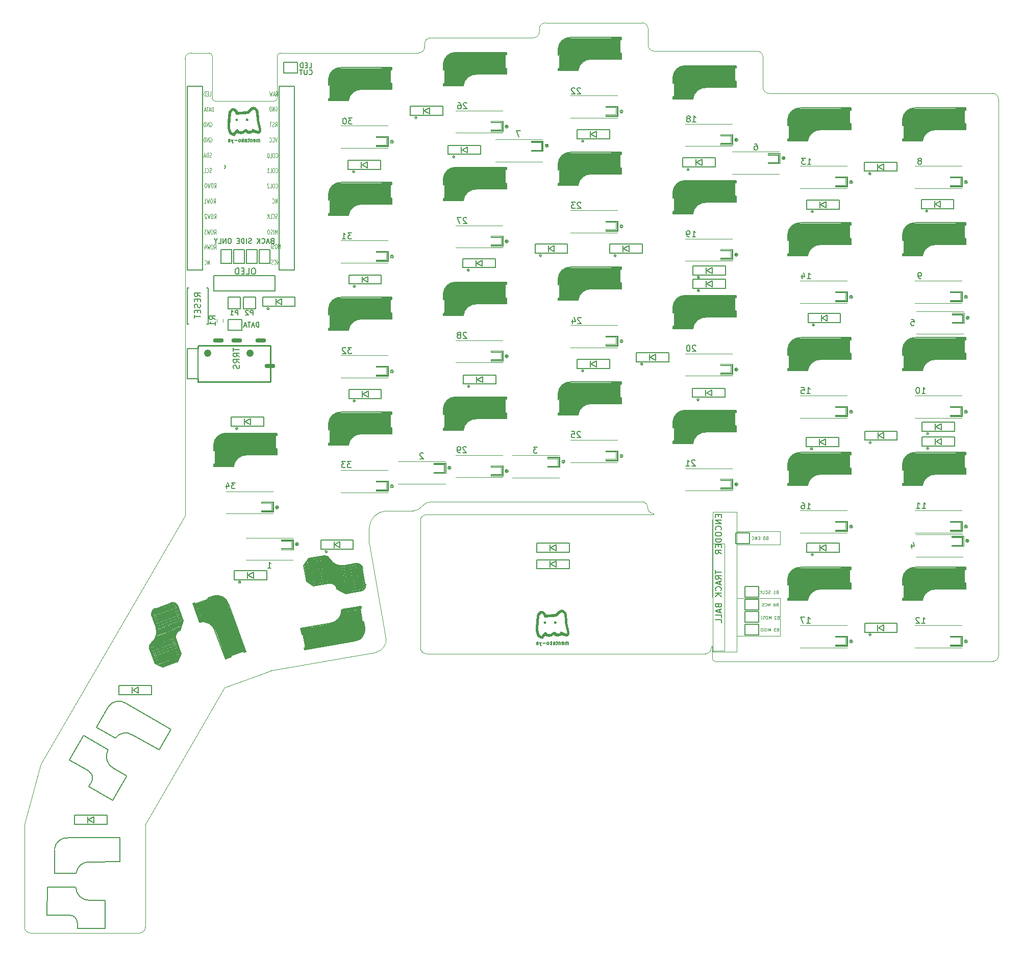
<source format=gbr>
%TF.GenerationSoftware,KiCad,Pcbnew,(6.0.4-0)*%
%TF.CreationDate,2022-10-10T22:28:29+09:00*%
%TF.ProjectId,mtk64_R_rev2,6d746b36-345f-4525-9f72-6576322e6b69,rev?*%
%TF.SameCoordinates,Original*%
%TF.FileFunction,Legend,Bot*%
%TF.FilePolarity,Positive*%
%FSLAX46Y46*%
G04 Gerber Fmt 4.6, Leading zero omitted, Abs format (unit mm)*
G04 Created by KiCad (PCBNEW (6.0.4-0)) date 2022-10-10 22:28:29*
%MOMM*%
%LPD*%
G01*
G04 APERTURE LIST*
%ADD10C,0.150000*%
%ADD11C,0.125000*%
%ADD12C,0.200000*%
%ADD13C,0.120000*%
%ADD14C,1.000000*%
%ADD15C,0.500000*%
%ADD16C,3.000000*%
%ADD17C,0.300000*%
%ADD18C,0.152400*%
%ADD19C,0.400000*%
%ADD20C,0.800000*%
%ADD21C,3.500000*%
%TA.AperFunction,Profile*%
%ADD22C,0.050000*%
%TD*%
%ADD23C,0.100000*%
%ADD24C,1.210000*%
%ADD25O,1.800000X0.700000*%
G04 APERTURE END LIST*
D10*
X179589120Y-123667500D02*
X181875120Y-123667500D01*
X181875120Y-123667500D02*
X181875120Y-121889500D01*
X179589120Y-121889500D02*
X179589120Y-123667500D01*
X181875120Y-121889500D02*
X179589120Y-121889500D01*
D11*
X103594840Y-59228710D02*
X103571030Y-59085860D01*
D10*
X188260000Y-75969700D02*
X188260000Y-75609700D01*
D12*
X190768570Y-60752090D02*
X191054290Y-60752090D01*
D11*
X102771030Y-69683570D02*
X102842460Y-69719290D01*
X103250130Y-54149930D02*
X103297750Y-54185640D01*
X102583460Y-53792790D02*
X102297750Y-53792790D01*
D13*
X122701420Y-95119700D02*
G75*
G03*
X122701420Y-95119700I-141420J0D01*
G01*
D10*
X99787620Y-78049710D02*
X99692380Y-78002090D01*
D14*
X198060000Y-71069700D02*
X198060000Y-73569700D01*
D10*
X96549520Y-78573520D02*
X96597140Y-78764000D01*
D15*
X160360000Y-62069700D02*
X158960000Y-62069700D01*
D10*
X122340000Y-66369700D02*
X122340000Y-64119700D01*
D12*
X115318100Y-72608280D02*
X115270480Y-72703520D01*
D10*
X196810000Y-66719700D02*
X191410000Y-66719700D01*
X83100640Y-143090320D02*
X87423220Y-141517030D01*
X131110000Y-85819700D02*
X131110000Y-85459700D01*
X82946730Y-142667460D02*
X87269310Y-141094170D01*
D13*
X177110000Y-114470000D02*
X177110000Y-114370000D01*
D11*
X91968650Y-67242790D02*
X91849600Y-66492790D01*
D10*
X174710000Y-86119698D02*
G75*
G03*
X172493680Y-87998230I-65000J-2170002D01*
G01*
D11*
X91756750Y-71607290D02*
X91447220Y-71607290D01*
D12*
X152528570Y-48092090D02*
X152433330Y-48139710D01*
X182711910Y-58286850D02*
X182664290Y-58191620D01*
D13*
X160060000Y-89219700D02*
X160060000Y-90919700D01*
D11*
X91856750Y-59500140D02*
X91904370Y-59571570D01*
D10*
X160660000Y-39719700D02*
X152260000Y-39719700D01*
D12*
X153899520Y-106082090D02*
X153280480Y-106082090D01*
D13*
X160801420Y-52019700D02*
G75*
G03*
X160801420Y-52019700I-141420J0D01*
G01*
D10*
X112060000Y-47619700D02*
X112260000Y-47619700D01*
X174010000Y-60969700D02*
X173110000Y-60469700D01*
D13*
X140810000Y-55119700D02*
X139010000Y-55119700D01*
D11*
X92654370Y-56761360D02*
X92630560Y-56904210D01*
D13*
X140910000Y-110770000D02*
X139010000Y-110770000D01*
D16*
X170940000Y-84019700D02*
X170940000Y-86259700D01*
D10*
X101310000Y-104220000D02*
X101310000Y-102720000D01*
X188460000Y-75609700D02*
X188260000Y-75609700D01*
X117560000Y-86419700D02*
X122560000Y-86419700D01*
X181167000Y-134658420D02*
X183453000Y-134658420D01*
D13*
X148410000Y-109390000D02*
X150310000Y-109390000D01*
D15*
X188460000Y-56719700D02*
X191160000Y-56719700D01*
D11*
X93116270Y-64264430D02*
X93163890Y-64300140D01*
D10*
X90797380Y-84971030D02*
X89797380Y-84971030D01*
D11*
X91640080Y-48712790D02*
X91521030Y-48712790D01*
D17*
X131210000Y-45019700D02*
X131210000Y-44119700D01*
D13*
X95010000Y-115020000D02*
X102810000Y-115020000D01*
D17*
X150260000Y-61569700D02*
X150260000Y-60669700D01*
D13*
X158060000Y-89219700D02*
X158060000Y-89319700D01*
D11*
X91447220Y-72035860D02*
X91447220Y-72214430D01*
D13*
X135360000Y-97619700D02*
G75*
G03*
X135360000Y-97619700I-50000J0D01*
G01*
X141751420Y-54519700D02*
G75*
G03*
X141751420Y-54519700I-141420J0D01*
G01*
D10*
X141610000Y-80319700D02*
X133210000Y-80319700D01*
D13*
X197960000Y-121470000D02*
X196160000Y-121470000D01*
D12*
X210235240Y-60190660D02*
X210330480Y-60143050D01*
X191876670Y-136140190D02*
X191971910Y-136187810D01*
D18*
X102492340Y-73606470D02*
X102492340Y-73722590D01*
D11*
X92440080Y-57082790D02*
X92368650Y-57047070D01*
D15*
X150360000Y-64069700D02*
X153060000Y-64069700D01*
D18*
X109046040Y-45074610D02*
X108968630Y-45074610D01*
D13*
X177110000Y-94019700D02*
X178810000Y-94019700D01*
D10*
X179710000Y-48019700D02*
X179710000Y-47019700D01*
D15*
X188460000Y-75769700D02*
X191160000Y-75769700D01*
D13*
X121860000Y-114870000D02*
X121860000Y-113270000D01*
D12*
X209295720Y-124108760D02*
X208676670Y-124108760D01*
D13*
X111801420Y-125020000D02*
G75*
G03*
X111801420Y-125020000I-141420J0D01*
G01*
D12*
X114699050Y-72274950D02*
X114794290Y-72370190D01*
D13*
X217419000Y-87144700D02*
X215519000Y-87144700D01*
D10*
X193760000Y-74069698D02*
G75*
G03*
X191543680Y-75948230I-65000J-2170002D01*
G01*
X207310000Y-95019700D02*
X210590000Y-95019700D01*
X89797380Y-84161510D02*
X89797380Y-84399600D01*
X114792510Y-127335420D02*
X115591290Y-131865540D01*
D13*
X158060000Y-52619700D02*
X158060000Y-52719700D01*
D10*
X188460000Y-113710000D02*
X188260000Y-113710000D01*
D13*
X129509000Y-111905000D02*
X131309000Y-111905000D01*
D11*
X92756750Y-74148500D02*
X92709130Y-74112790D01*
D12*
X134904290Y-88669710D02*
X134809050Y-88622090D01*
X209786190Y-97762090D02*
X209690950Y-97809710D01*
D13*
X178810000Y-55919700D02*
X178810000Y-55819700D01*
D11*
X103485320Y-69290710D02*
X103509130Y-69255000D01*
D12*
X172934290Y-90839710D02*
X172839050Y-90792090D01*
X171505720Y-90982570D02*
X171458100Y-91173050D01*
D13*
X178910000Y-113070000D02*
X178910000Y-114470000D01*
D10*
X172460000Y-97919700D02*
X172460000Y-99419700D01*
D13*
X192522130Y-68619700D02*
G75*
G03*
X192522130Y-68619700I-212130J0D01*
G01*
D10*
X113723730Y-127320790D02*
X114513830Y-131801660D01*
D12*
X153475720Y-86209710D02*
X153428100Y-86257330D01*
D10*
X188260000Y-56919700D02*
X191540000Y-56919700D01*
X174810000Y-78369700D02*
X175710000Y-77869700D01*
D19*
X160460000Y-58969700D02*
X159060000Y-58969700D01*
D13*
X133110000Y-89969700D02*
X140910000Y-89969700D01*
X217210000Y-64519700D02*
X215210000Y-64519700D01*
D10*
X191290000Y-107580000D02*
X196690000Y-107580000D01*
X207540000Y-54319700D02*
X207540000Y-56559700D01*
D18*
X99086320Y-73451650D02*
X99163730Y-73412950D01*
D12*
X172049520Y-52990190D02*
X172049520Y-52942570D01*
D10*
X111612460Y-125712980D02*
X112402560Y-130193860D01*
D12*
X133951910Y-89145900D02*
X133999520Y-89241140D01*
X172001910Y-52847330D02*
X171954290Y-52799710D01*
X134418100Y-70020660D02*
X134989520Y-70592090D01*
D10*
X83474960Y-137686400D02*
X87750560Y-136130210D01*
X207310000Y-56919700D02*
X210590000Y-56919700D01*
X83248150Y-143568720D02*
X82358900Y-141125520D01*
D13*
X215210000Y-121470000D02*
X215210000Y-121370000D01*
D11*
X92280560Y-76657290D02*
X91994840Y-77407290D01*
D14*
X193360000Y-130819998D02*
G75*
G03*
X191143680Y-132698530I-65000J-2170002D01*
G01*
D12*
X153385720Y-48139710D02*
X153338100Y-48187330D01*
D11*
X92651990Y-51578710D02*
X92651990Y-51685860D01*
X103571030Y-59478710D02*
X103594840Y-59335860D01*
D10*
X113960000Y-123370000D02*
X113960000Y-124370000D01*
D13*
X179110000Y-112970000D02*
X179110000Y-114670000D01*
D11*
X103309130Y-58943000D02*
X103285320Y-58978710D01*
X92509130Y-52007290D02*
X92342460Y-51257290D01*
X102842460Y-69719290D02*
X102890080Y-69719290D01*
D10*
X150160000Y-45219700D02*
X150160000Y-44859700D01*
D11*
X103006750Y-66635860D02*
X102982940Y-66564430D01*
D13*
X196160000Y-81969700D02*
X197960000Y-81969700D01*
D10*
X94763810Y-61434950D02*
X94859050Y-61387330D01*
D13*
X197860000Y-139120000D02*
X197860000Y-139020000D01*
X119960000Y-76669700D02*
X119960000Y-76769700D01*
D10*
X197010000Y-85519700D02*
X191610000Y-85519700D01*
D13*
X158060000Y-109970000D02*
X158060000Y-109870000D01*
X102810000Y-116770000D02*
X100910000Y-116770000D01*
D10*
X93262380Y-87455410D02*
X93262380Y-86883990D01*
D11*
X102237700Y-71714430D02*
X102190080Y-71643000D01*
X102769960Y-57047070D02*
X102841390Y-57082790D01*
X102118650Y-59585860D02*
X102142460Y-59514430D01*
D10*
X120820000Y-98119700D02*
X115420000Y-98119700D01*
D12*
X114899520Y-91247330D02*
X114851910Y-91199710D01*
D13*
X217210000Y-102620000D02*
X215210000Y-102620000D01*
D10*
X110126570Y-125924210D02*
X110925350Y-130454330D01*
D13*
X192402130Y-107980000D02*
G75*
G03*
X192402130Y-107980000I-212130J0D01*
G01*
D10*
X107341730Y-44399060D02*
X107380440Y-44553880D01*
D12*
X191746190Y-79772090D02*
X191746190Y-78772090D01*
D11*
X91666270Y-59607290D02*
X91499600Y-58857290D01*
X102890080Y-69719290D02*
X102961510Y-69683570D01*
D10*
X90749760Y-84447220D02*
X90702140Y-84494840D01*
D12*
X209949520Y-60714470D02*
X209901910Y-60666850D01*
D11*
X103365200Y-51189290D02*
X103436630Y-51225000D01*
D13*
X119960000Y-75269700D02*
X121760000Y-75269700D01*
X215210000Y-139220000D02*
X215210000Y-139120000D01*
D10*
X83530580Y-137985410D02*
X87900150Y-136395010D01*
D12*
X133911910Y-108125900D02*
X133864290Y-108173520D01*
X191936670Y-79010190D02*
X192031910Y-79057810D01*
X134037140Y-69592090D02*
X133370480Y-69592090D01*
D10*
X118610000Y-80369700D02*
X117710000Y-79869700D01*
D11*
X103547220Y-64064430D02*
X103499600Y-63993000D01*
D12*
X152328100Y-105653520D02*
X152328100Y-105891620D01*
D10*
X207540000Y-73369700D02*
X207540000Y-75609700D01*
D11*
X103531870Y-56332790D02*
X103365200Y-57082790D01*
X103317580Y-51939290D02*
X103246150Y-51903570D01*
X102771030Y-69005000D02*
X102747220Y-69040710D01*
D13*
X173622130Y-81719700D02*
G75*
G03*
X173622130Y-81719700I-212130J0D01*
G01*
D12*
X183045240Y-57429710D02*
X183092860Y-57477330D01*
D11*
X91937700Y-52007290D02*
X91937700Y-51257290D01*
D10*
X134410000Y-97219700D02*
X139810000Y-97219700D01*
D13*
X122560000Y-57119700D02*
X122560000Y-57219700D01*
D10*
X141610000Y-82919700D02*
X141410000Y-82919700D01*
X169210000Y-46319700D02*
X169210000Y-47319700D01*
X116122000Y-127100990D02*
X116920780Y-131631110D01*
D11*
X103202510Y-54042790D02*
X103226320Y-54114210D01*
X92328180Y-71607290D02*
X92209130Y-72357290D01*
D13*
X215439000Y-122705000D02*
X217139000Y-122705000D01*
D14*
X217110000Y-109170000D02*
X217110000Y-111670000D01*
D11*
X102531870Y-56904210D02*
X102555680Y-56761360D01*
X103428180Y-62162790D02*
X103499600Y-62127070D01*
D13*
X141833610Y-92619700D02*
G75*
G03*
X141833610Y-92619700I-223610J0D01*
G01*
D11*
X102047220Y-72357290D02*
X102142460Y-72357290D01*
D13*
X121660000Y-94219700D02*
X121960000Y-94219700D01*
D12*
X210235240Y-78712090D02*
X210330480Y-78759710D01*
D10*
X131310000Y-47359700D02*
X131110000Y-47359700D01*
D11*
X93163890Y-69400140D02*
X93354370Y-69400140D01*
D10*
X112060000Y-65669700D02*
X112060000Y-66669700D01*
D11*
X102737700Y-71750140D02*
X102713890Y-71678710D01*
D13*
X198983610Y-82769700D02*
G75*
G03*
X198983610Y-82769700I-223610J0D01*
G01*
D12*
X183235720Y-58191620D02*
X183188100Y-58286850D01*
D13*
X140710000Y-110870000D02*
X140710000Y-110770000D01*
X83397920Y-137182350D02*
X87626540Y-135643260D01*
D10*
X94221000Y-77212700D02*
X95999000Y-77212700D01*
D11*
X102936680Y-74271500D02*
X102960490Y-74200070D01*
D12*
X152851910Y-106034470D02*
X152899520Y-105986850D01*
D13*
X140810000Y-72769700D02*
X140810000Y-74169700D01*
D12*
X146625720Y-108614470D02*
X146673330Y-108566850D01*
D11*
X92416270Y-56332790D02*
X92487700Y-56332790D01*
X92630560Y-56904210D02*
X92606750Y-56975640D01*
D13*
X111872130Y-125020000D02*
G75*
G03*
X111872130Y-125020000I-212130J0D01*
G01*
D10*
X213750000Y-104790000D02*
X212850000Y-104290000D01*
D13*
X151010000Y-110090000D02*
X151010000Y-109990000D01*
X121760000Y-57619700D02*
X119960000Y-57619700D01*
D11*
X92404370Y-59607290D02*
X92356750Y-59571570D01*
D10*
X107419140Y-44050720D02*
X107380440Y-44128130D01*
X160660000Y-61369700D02*
X160460000Y-61369700D01*
X207310000Y-95019700D02*
X207310000Y-94659700D01*
D15*
X93210000Y-110670000D02*
X95910000Y-110670000D01*
D10*
X84361100Y-144068190D02*
X87086210Y-143076330D01*
X102299000Y-74926700D02*
X100521000Y-74926700D01*
D12*
X210460480Y-136922090D02*
X211031910Y-136922090D01*
D13*
X211522130Y-68519700D02*
G75*
G03*
X211522130Y-68519700I-212130J0D01*
G01*
X133110000Y-109020000D02*
X140910000Y-109020000D01*
D11*
X102309130Y-62162790D02*
X102547220Y-62162790D01*
X91521030Y-69328710D02*
X91806750Y-69757290D01*
D10*
X198760000Y-89869700D02*
X198760000Y-89519700D01*
X82910630Y-136135900D02*
X87233210Y-134562610D01*
D13*
X116360000Y-81019700D02*
G75*
G03*
X116360000Y-81019700I-50000J0D01*
G01*
D12*
X172009520Y-72220660D02*
X171961910Y-72315900D01*
D14*
X155260000Y-100069998D02*
G75*
G03*
X153043680Y-101948530I-65000J-2170002D01*
G01*
D13*
X177725000Y-141445000D02*
X177725000Y-123645000D01*
X217951420Y-139920000D02*
G75*
G03*
X217951420Y-139920000I-141420J0D01*
G01*
D11*
X92878180Y-64157290D02*
X92854370Y-64014430D01*
D12*
X209057620Y-123394470D02*
X209295720Y-124108760D01*
D11*
X91940080Y-62157290D02*
X92011510Y-62121570D01*
D13*
X119960000Y-76669700D02*
X119960000Y-76569700D01*
D18*
X99241140Y-73219430D02*
X99202440Y-73142020D01*
D10*
X118620000Y-98369700D02*
X118620000Y-99369700D01*
D12*
X171600950Y-91744470D02*
X171696190Y-91792090D01*
X210127140Y-136922090D02*
X209508100Y-136922090D01*
D11*
X103571030Y-64135860D02*
X103547220Y-64064430D01*
X103226320Y-53864210D02*
X103202510Y-53935640D01*
D10*
X131110000Y-47719700D02*
X134390000Y-47719700D01*
D13*
X122783610Y-95119700D02*
G75*
G03*
X122783610Y-95119700I-223610J0D01*
G01*
D10*
X131030000Y-52649700D02*
X131030000Y-51149700D01*
D12*
X146530480Y-108662090D02*
X146625720Y-108614470D01*
X133904290Y-88669710D02*
X133809050Y-88622090D01*
D10*
X87617730Y-141978320D02*
X87005110Y-143292080D01*
X150360000Y-82959700D02*
X150160000Y-82959700D01*
D12*
X115375720Y-92104470D02*
X115470950Y-92152090D01*
D10*
X108301700Y-126804470D02*
X108909470Y-130251300D01*
D11*
X92440080Y-54542790D02*
X92368650Y-54507070D01*
D13*
X196160000Y-139020000D02*
X196160000Y-139120000D01*
D12*
X208759520Y-86930660D02*
X208711910Y-86978280D01*
D13*
X192331420Y-107980000D02*
G75*
G03*
X192331420Y-107980000I-141420J0D01*
G01*
D10*
X112466790Y-126526990D02*
X113187430Y-130613950D01*
X87966400Y-136503920D02*
X87439290Y-138052600D01*
D19*
X103310000Y-108070000D02*
X103310000Y-108770000D01*
D11*
X92568650Y-64550140D02*
X92616270Y-64621570D01*
D10*
X217810000Y-92119700D02*
X217610000Y-92119700D01*
D13*
X141010000Y-53619700D02*
X141010000Y-55319700D01*
D12*
X127612860Y-108612090D02*
X127374760Y-108612090D01*
D10*
X217810000Y-111170000D02*
X217610000Y-111170000D01*
D12*
X153951910Y-86257330D02*
X153904290Y-86209710D01*
D10*
X103410000Y-83569700D02*
X104310000Y-83069700D01*
D13*
X121760000Y-113370000D02*
X121760000Y-114770000D01*
D11*
X103285320Y-59585860D02*
X103309130Y-59621570D01*
D13*
X215210000Y-64419700D02*
X217110000Y-64419700D01*
D11*
X93042460Y-74184210D02*
X93018650Y-74255640D01*
D13*
X119960000Y-56219700D02*
X121760000Y-56219700D01*
X159960000Y-91169700D02*
X152160000Y-91169700D01*
D11*
X103460490Y-74092930D02*
X103412870Y-74021500D01*
X91401990Y-48819930D02*
X91378180Y-48891360D01*
X93018650Y-71857290D02*
X93042460Y-71928710D01*
D20*
X188860000Y-132620000D02*
X188860000Y-130820000D01*
D11*
X91782940Y-69078710D02*
X91759130Y-69043000D01*
D10*
X131110000Y-64169700D02*
X131310000Y-64169700D01*
D11*
X102975800Y-58907290D02*
X102880560Y-58907290D01*
D10*
X117190770Y-127115630D02*
X117920100Y-131251820D01*
D13*
X139010000Y-72669700D02*
X139010000Y-72769700D01*
D12*
X209092860Y-87502090D02*
X209188100Y-87454470D01*
X172310480Y-109982570D02*
X172310480Y-110077810D01*
X172676190Y-72792090D02*
X172676190Y-71792090D01*
D13*
X104210000Y-124670000D02*
X104210000Y-124570000D01*
D10*
X161910000Y-74269700D02*
X161910000Y-75269700D01*
D11*
X92332940Y-59535860D02*
X92309130Y-59464430D01*
X92806750Y-69721570D02*
X92854370Y-69650140D01*
D10*
X212710000Y-67369700D02*
X213610000Y-66869700D01*
D12*
X171553330Y-91696850D02*
X171600950Y-91744470D01*
D13*
X196160000Y-83369700D02*
X196160000Y-83269700D01*
D17*
X207410000Y-111370000D02*
X207410000Y-110470000D01*
D11*
X91606750Y-54542790D02*
X91606750Y-53792790D01*
D13*
X116451420Y-81019700D02*
G75*
G03*
X116451420Y-81019700I-141420J0D01*
G01*
D11*
X103484250Y-51832140D02*
X103436630Y-51903570D01*
D13*
X198060000Y-64769700D02*
X190260000Y-64769700D01*
X215210000Y-81969700D02*
X216910000Y-81969700D01*
X178810000Y-74969700D02*
X178810000Y-74869700D01*
D11*
X102789840Y-76875000D02*
X102813650Y-76803570D01*
D10*
X112060000Y-66669700D02*
X112260000Y-66669700D01*
D13*
X197860000Y-83269700D02*
X197860000Y-82069700D01*
D12*
X171961910Y-71887330D02*
X172009520Y-71982570D01*
X209901910Y-59857330D02*
X209854290Y-59952570D01*
D11*
X102960490Y-74200070D02*
X102960490Y-74128640D01*
D10*
X98025720Y-78002090D02*
X97549520Y-78002090D01*
D12*
X95559520Y-114238760D02*
X94940480Y-114238760D01*
D10*
X117904860Y-136636260D02*
X117707900Y-136670990D01*
X117560000Y-105469998D02*
G75*
G03*
X115343680Y-107348530I-65000J-2170002D01*
G01*
X179710000Y-44419700D02*
X171310000Y-44419700D01*
X117743911Y-127805046D02*
G75*
G03*
X116585440Y-126993890I-984811J-173654D01*
G01*
D11*
X92594840Y-59571570D02*
X92523410Y-59607290D01*
D12*
X146244760Y-108043050D02*
X146149520Y-108090660D01*
D10*
X90225950Y-84066270D02*
X90178330Y-84018650D01*
D11*
X103009130Y-69076430D02*
X102961510Y-69005000D01*
D12*
X133428100Y-88812570D02*
X133428100Y-88860190D01*
D13*
X178810000Y-94019700D02*
X178810000Y-93919700D01*
D11*
X92663890Y-69007290D02*
X92616270Y-69043000D01*
D10*
X98590000Y-128420000D02*
X98590000Y-129420000D01*
D13*
X218321840Y-123205000D02*
G75*
G03*
X218321840Y-123205000I-282840J0D01*
G01*
D11*
X103012030Y-54507070D02*
X102940600Y-54542790D01*
D13*
X145659000Y-58374700D02*
X145659000Y-58474700D01*
D18*
X102531050Y-73800000D02*
X102569750Y-73838700D01*
D10*
X169210000Y-68969700D02*
X169210000Y-68609700D01*
D13*
X140910000Y-55569700D02*
X133110000Y-55569700D01*
D12*
X190974290Y-117360660D02*
X191021910Y-117408280D01*
D11*
X103365200Y-57082790D02*
X103198530Y-56332790D01*
D12*
X171573330Y-53228280D02*
X171668570Y-53180660D01*
X153280480Y-105272570D02*
X153280480Y-105367810D01*
D11*
X92675800Y-51828710D02*
X92699600Y-51900140D01*
D18*
X102685870Y-73064610D02*
X102608460Y-73103310D01*
D11*
X91544840Y-69043000D02*
X91521030Y-69078710D01*
D10*
X93010000Y-107270000D02*
X93010000Y-108270000D01*
X99406670Y-78049710D02*
X99311430Y-78144950D01*
D13*
X103610000Y-117670000D02*
G75*
G03*
X103610000Y-117670000I-100000J0D01*
G01*
D15*
X188460000Y-94819700D02*
X191160000Y-94819700D01*
D12*
X183140480Y-58334470D02*
X183045240Y-58382090D01*
D14*
X212410000Y-73669698D02*
G75*
G03*
X210193680Y-75548230I-65000J-2170002D01*
G01*
D19*
X198560000Y-127820000D02*
X197160000Y-127820000D01*
D11*
X102746150Y-57011360D02*
X102769960Y-57047070D01*
D10*
X155510000Y-93369700D02*
X155510000Y-94369700D01*
X99105830Y-86934610D02*
X98641370Y-86934610D01*
D12*
X152385720Y-48187330D02*
X152338100Y-48282570D01*
D13*
X158060000Y-109870000D02*
X159960000Y-109870000D01*
D11*
X92654370Y-54114210D02*
X92654370Y-54221360D01*
D13*
X139010000Y-112370000D02*
X140910000Y-112370000D01*
D11*
X92804370Y-74755640D02*
X92828180Y-74612790D01*
D13*
X186949000Y-60634700D02*
X186949000Y-58934700D01*
D10*
X141610000Y-45819700D02*
X141610000Y-44819700D01*
D12*
X133769050Y-107602090D02*
X133864290Y-107649710D01*
D10*
X117678360Y-136676200D02*
X117289390Y-134470230D01*
D12*
X190783810Y-116932090D02*
X190879050Y-116979710D01*
D10*
X193760000Y-93119698D02*
G75*
G03*
X191543680Y-94998230I-65000J-2170002D01*
G01*
X128830000Y-51399700D02*
X128830000Y-52399700D01*
D13*
X129509000Y-112005000D02*
X129509000Y-111905000D01*
D12*
X153425720Y-67129710D02*
X153378100Y-67177330D01*
D10*
X203170000Y-60669700D02*
X203170000Y-61669700D01*
D13*
X139010000Y-53619700D02*
X139010000Y-53719700D01*
D12*
X115989520Y-53092090D02*
X115370480Y-53092090D01*
D10*
X135110000Y-58869700D02*
X134210000Y-58369700D01*
X122560000Y-63769700D02*
X114160000Y-63769700D01*
D19*
X217610000Y-92219700D02*
X217610000Y-92919700D01*
D12*
X114375720Y-91247330D02*
X114328100Y-91342570D01*
D10*
X117560000Y-48319698D02*
G75*
G03*
X115343680Y-50198230I-65000J-2170002D01*
G01*
X150390000Y-61669700D02*
X150390000Y-63909700D01*
D11*
X92092460Y-49462790D02*
X92092460Y-48712790D01*
D12*
X191736190Y-116932090D02*
X191831430Y-117074950D01*
D11*
X93018650Y-74862790D02*
X93185320Y-74505640D01*
D15*
X198460000Y-54719700D02*
X197060000Y-54719700D01*
D13*
X114060000Y-73419700D02*
X121860000Y-73419700D01*
X202041420Y-138780000D02*
G75*
G03*
X202041420Y-138780000I-141420J0D01*
G01*
D18*
X98854100Y-73838700D02*
X98815390Y-73800000D01*
D12*
X190628570Y-98802090D02*
X190866670Y-98802090D01*
D13*
X145659000Y-56974700D02*
X147559000Y-56974700D01*
D10*
X82756720Y-135713040D02*
X87079300Y-134139750D01*
D12*
X209976670Y-98714470D02*
X210024290Y-98666850D01*
X171791430Y-90792090D02*
X171696190Y-90792090D01*
D10*
X169440000Y-104470000D02*
X169440000Y-106710000D01*
D13*
X104210000Y-122970000D02*
X104210000Y-123070000D01*
D11*
X102721030Y-67135860D02*
X102744840Y-67171570D01*
D13*
X122560000Y-57019700D02*
X122560000Y-57119700D01*
D11*
X92209130Y-72357290D02*
X92113890Y-71821570D01*
X102713890Y-71678710D02*
X102690080Y-71643000D01*
D18*
X98931510Y-73877410D02*
X98854100Y-73838700D01*
D10*
X150160000Y-45219700D02*
X153440000Y-45219700D01*
D11*
X92011510Y-62121570D02*
X92059130Y-62050140D01*
D12*
X210378100Y-60095430D02*
X210425720Y-60000190D01*
D11*
X103369180Y-48712790D02*
X103321560Y-48748500D01*
X91494840Y-72321570D02*
X91542460Y-72357290D01*
D20*
X150760000Y-44719700D02*
X150760000Y-42919700D01*
D13*
X217810000Y-101820000D02*
X217810000Y-101920000D01*
D10*
X116869280Y-127020000D02*
X117650700Y-131451630D01*
D11*
X103222340Y-51617860D02*
X103317580Y-51617860D01*
D12*
X210330480Y-60238280D02*
X210378100Y-60285900D01*
D11*
X103289840Y-76767860D02*
X103266030Y-76696430D01*
D19*
X179510000Y-82719700D02*
X178110000Y-82719700D01*
D12*
X182759520Y-57382090D02*
X182950000Y-57382090D01*
D13*
X158060000Y-90919700D02*
X158060000Y-90819700D01*
D12*
X191069520Y-117741620D02*
X191021910Y-117836850D01*
X133563330Y-50990660D02*
X133658570Y-50943050D01*
D13*
X102810000Y-118370000D02*
X102810000Y-116770000D01*
D11*
X93354370Y-64657290D02*
X93354370Y-63907290D01*
D16*
X94740000Y-106870000D02*
X94740000Y-109110000D01*
D13*
X105910000Y-123270000D02*
X105910000Y-124470000D01*
D11*
X92499600Y-59214430D02*
X92547220Y-59178710D01*
D10*
X93014100Y-81810000D02*
X93014100Y-79270000D01*
D12*
X143206670Y-55232090D02*
X143635240Y-56232090D01*
D11*
X102813650Y-76732140D02*
X102789840Y-76660710D01*
D12*
X208711910Y-86502090D02*
X209188100Y-86502090D01*
D10*
X212810000Y-55019700D02*
X217810000Y-55019700D01*
D13*
X160760000Y-109170000D02*
G75*
G03*
X160760000Y-109170000I-100000J0D01*
G01*
D10*
X108812520Y-44747410D02*
X109199560Y-44747410D01*
X198760000Y-51419700D02*
X190360000Y-51419700D01*
D13*
X197960000Y-62919700D02*
X197960000Y-64319700D01*
D10*
X99910000Y-84769700D02*
X97910000Y-84769700D01*
D18*
X108852520Y-45113310D02*
X108813810Y-45152020D01*
D11*
X92011510Y-61443000D02*
X91940080Y-61407290D01*
D13*
X160060000Y-70169700D02*
X160060000Y-71869700D01*
X100910000Y-116970000D02*
X100910000Y-116870000D01*
X198760000Y-101920000D02*
X198760000Y-102020000D01*
X198860000Y-139920000D02*
G75*
G03*
X198860000Y-139920000I-100000J0D01*
G01*
D18*
X101989180Y-73064610D02*
X101718250Y-73877410D01*
D11*
X93354370Y-69757290D02*
X93354370Y-69007290D01*
D12*
X209508100Y-136112570D02*
X209508100Y-136207810D01*
D11*
X102912870Y-74307210D02*
X102936680Y-74271500D01*
D14*
X136210000Y-64469698D02*
G75*
G03*
X133993680Y-66348230I-65000J-2170002D01*
G01*
X198060000Y-128220000D02*
X198060000Y-130720000D01*
D13*
X196160000Y-140520000D02*
X196160000Y-140420000D01*
D10*
X82808020Y-135854000D02*
X87130610Y-134280700D01*
D12*
X115365720Y-73084470D02*
X115460950Y-73132090D01*
D19*
X198560000Y-73169700D02*
X198560000Y-73869700D01*
D18*
X101137680Y-73877410D02*
X101215090Y-73877410D01*
D13*
X160801420Y-90119700D02*
G75*
G03*
X160801420Y-90119700I-141420J0D01*
G01*
D11*
X103247220Y-69576430D02*
X103247220Y-69505000D01*
X102821560Y-54185640D02*
X102916800Y-54149930D01*
D13*
X177110000Y-113170000D02*
X177110000Y-113070000D01*
D12*
X183045240Y-58382090D02*
X182854760Y-58382090D01*
D13*
X159960000Y-72119700D02*
X152160000Y-72119700D01*
X197860000Y-139220000D02*
X196160000Y-139220000D01*
D10*
X90797380Y-84351990D02*
X90749760Y-84447220D01*
D13*
X198060000Y-121570000D02*
X198060000Y-119970000D01*
D11*
X91613890Y-71893000D02*
X91542460Y-71893000D01*
X92518650Y-74755640D02*
X92566270Y-74827070D01*
X93016270Y-66849930D02*
X93063890Y-66885640D01*
D13*
X150110000Y-110990000D02*
X150410000Y-110990000D01*
D12*
X190625720Y-60228280D02*
X190578100Y-60323520D01*
D11*
X101999600Y-59657290D02*
X102047220Y-59657290D01*
D10*
X97410000Y-82769700D02*
X97410000Y-84769700D01*
X171310000Y-82519700D02*
G75*
G03*
X169210000Y-84419700I-100000J-2000000D01*
G01*
D12*
X209690950Y-98714470D02*
X209786190Y-98762090D01*
D11*
X103313650Y-76910710D02*
X103289840Y-76767860D01*
D13*
X104210000Y-123270000D02*
X105910000Y-123270000D01*
D10*
X198560000Y-51769700D02*
X198760000Y-51769700D01*
D13*
X139010000Y-74169700D02*
X139010000Y-74069700D01*
X217951420Y-82769700D02*
G75*
G03*
X217951420Y-82769700I-141420J0D01*
G01*
D11*
X91844840Y-57082790D02*
X91844840Y-56332790D01*
D10*
X82844120Y-142385550D02*
X87166710Y-140812260D01*
X152260000Y-77819700D02*
G75*
G03*
X150160000Y-79719700I-100000J-2000000D01*
G01*
D11*
X91540080Y-66492790D02*
X91587700Y-66599930D01*
D10*
X134210000Y-58369700D02*
X135110000Y-57869700D01*
X99122880Y-85014300D02*
X99084170Y-85053000D01*
D12*
X171643810Y-109792090D02*
X171739050Y-109934950D01*
D13*
X215519000Y-87044700D02*
X217319000Y-87044700D01*
X179710000Y-56819700D02*
X179710000Y-56919700D01*
D18*
X97654250Y-73180720D02*
X97615540Y-73258130D01*
D11*
X103813650Y-77339290D02*
X103813650Y-76589290D01*
D21*
X215810000Y-72269700D02*
X209110000Y-72269700D01*
D10*
X206370000Y-60419700D02*
X200970000Y-60419700D01*
X198760000Y-70819700D02*
X198760000Y-70469700D01*
X114644780Y-127361470D02*
X115443570Y-131891580D01*
D13*
X159751420Y-75919700D02*
G75*
G03*
X159751420Y-75919700I-141420J0D01*
G01*
X116351420Y-62019700D02*
G75*
G03*
X116351420Y-62019700I-141420J0D01*
G01*
D18*
X98428340Y-73877410D02*
X98428340Y-73064610D01*
D10*
X111308340Y-125715830D02*
X112107120Y-130245950D01*
D12*
X153375720Y-105129710D02*
X153328100Y-105177330D01*
D10*
X169410000Y-49559700D02*
X169210000Y-49559700D01*
D14*
X93453884Y-137619365D02*
G75*
G03*
X90930570Y-136179210I-2061384J-681135D01*
G01*
D13*
X197860000Y-119970000D02*
X198160000Y-119970000D01*
X119960000Y-57619700D02*
X119960000Y-57519700D01*
D10*
X90797380Y-82113890D02*
X89797380Y-82113890D01*
D13*
X198160000Y-102620000D02*
X196160000Y-102620000D01*
D10*
X88595000Y-87264700D02*
X88595000Y-81264700D01*
D11*
X92651990Y-51685860D02*
X92675800Y-51828710D01*
D12*
X153719050Y-48092090D02*
X153480950Y-48092090D01*
D10*
X131340000Y-83219700D02*
X131340000Y-85459700D01*
X92095000Y-81264700D02*
X92095000Y-87264700D01*
D12*
X209603330Y-135969710D02*
X209555720Y-136017330D01*
D13*
X217910000Y-63719700D02*
G75*
G03*
X217910000Y-63719700I-100000J0D01*
G01*
D10*
X188260000Y-91419700D02*
X188260000Y-92419700D01*
D13*
X159960000Y-108270000D02*
X158060000Y-108270000D01*
D12*
X209188100Y-87454470D02*
X209235720Y-87406850D01*
D11*
X101951990Y-58943000D02*
X101928180Y-58978710D01*
D12*
X183045240Y-57763050D02*
X183140480Y-57810660D01*
X146244760Y-108662090D02*
X146530480Y-108662090D01*
X191816190Y-60752090D02*
X191816190Y-59752090D01*
D10*
X166310000Y-93269700D02*
X165410000Y-92769700D01*
X133210000Y-61269700D02*
G75*
G03*
X131110000Y-63169700I-100000J-2000000D01*
G01*
D11*
X93092460Y-63978710D02*
X93068650Y-64050140D01*
X103531870Y-51510710D02*
X103531870Y-51617860D01*
X91521030Y-69078710D02*
X91497220Y-69150140D01*
D12*
X171668570Y-52752090D02*
X171573330Y-52799710D01*
D11*
X91616270Y-63907290D02*
X91568650Y-63943000D01*
D12*
X133370480Y-69592090D02*
X133799050Y-70592090D01*
D10*
X88604100Y-96320000D02*
X88604100Y-91370000D01*
D13*
X121960000Y-76869700D02*
X119960000Y-76869700D01*
D14*
X217110000Y-71069700D02*
X217110000Y-73569700D01*
D10*
X179510000Y-101920000D02*
X179710000Y-101920000D01*
D11*
X102880560Y-58907290D02*
X102832940Y-58943000D01*
D10*
X93214770Y-138132060D02*
X94924870Y-142830530D01*
D12*
X209555720Y-136350660D02*
X210127140Y-136922090D01*
D10*
X116417440Y-127048900D02*
X117216220Y-131579020D01*
D12*
X171954290Y-53228280D02*
X172001910Y-53275900D01*
D11*
X102460490Y-74735790D02*
X102460490Y-73985790D01*
X103365200Y-51939290D02*
X103317580Y-51939290D01*
X103380560Y-63957290D02*
X103309130Y-63993000D01*
D10*
X90273570Y-82590080D02*
X90321190Y-82494840D01*
X209410000Y-127620000D02*
G75*
G03*
X207310000Y-129520000I-100000J-2000000D01*
G01*
D13*
X198060000Y-139020000D02*
X196160000Y-139020000D01*
D10*
X96882860Y-79002090D02*
X97120950Y-79002090D01*
D13*
X152160000Y-49369700D02*
X159960000Y-49369700D01*
D10*
X96622880Y-85014300D02*
X96584170Y-85053000D01*
D12*
X114989520Y-53711140D02*
X114989520Y-53473050D01*
D20*
X131710000Y-85319700D02*
X131710000Y-83519700D01*
D10*
X90225950Y-82637700D02*
X90273570Y-82590080D01*
D13*
X158060000Y-51319700D02*
X158060000Y-51219700D01*
D10*
X150160000Y-42619700D02*
X150360000Y-42619700D01*
D13*
X198760000Y-139920000D02*
X198760000Y-140020000D01*
D18*
X98041300Y-73877410D02*
X98041300Y-73064610D01*
D13*
X148359000Y-57674700D02*
G75*
G03*
X148359000Y-57674700I-100000J0D01*
G01*
D11*
X91449600Y-48748500D02*
X91401990Y-48819930D01*
D10*
X179710000Y-101570000D02*
X171310000Y-101570000D01*
D18*
X102956800Y-73064610D02*
X102685870Y-73064610D01*
D13*
X215210000Y-121670000D02*
X215210000Y-121570000D01*
D10*
X155660000Y-43319700D02*
X160660000Y-43319700D01*
D15*
X141310000Y-102670000D02*
X139910000Y-102670000D01*
D11*
X102547220Y-62162790D02*
X102547220Y-61412790D01*
X91540080Y-67242790D02*
X91540080Y-66492790D01*
D10*
X193590000Y-106830000D02*
X194490000Y-106330000D01*
D13*
X103733610Y-117670000D02*
G75*
G03*
X103733610Y-117670000I-223610J0D01*
G01*
D11*
X92806750Y-64621570D02*
X92854370Y-64550140D01*
D10*
X117025690Y-127043190D02*
X117789740Y-131376350D01*
D11*
X91711510Y-63943000D02*
X91663890Y-63907290D01*
X91616270Y-64657290D02*
X91663890Y-64657290D01*
D10*
X217810000Y-73069700D02*
X217610000Y-73069700D01*
D13*
X121760000Y-56219700D02*
X121760000Y-57619700D01*
D10*
X115410000Y-79119700D02*
X115410000Y-80619700D01*
X210550000Y-103540000D02*
X210550000Y-105040000D01*
D12*
X133523330Y-88669710D02*
X133475720Y-88717330D01*
D11*
X102770010Y-74378640D02*
X102865250Y-74342930D01*
X91699600Y-52007290D02*
X91532940Y-51257290D01*
D14*
X159960000Y-97470000D02*
X159960000Y-99970000D01*
D13*
X123609000Y-110055000D02*
X131409000Y-110055000D01*
D11*
X92566270Y-74827070D02*
X92613890Y-74862790D01*
D12*
X134959520Y-108602090D02*
X134340480Y-108602090D01*
D11*
X91711510Y-64621570D02*
X91735320Y-64585860D01*
D10*
X181167000Y-138858420D02*
X183453000Y-138858420D01*
D11*
X103099370Y-76589290D02*
X103027940Y-76625000D01*
D13*
X160660000Y-90119700D02*
X160660000Y-90219700D01*
D10*
X97120950Y-79002090D02*
X97120950Y-78002090D01*
X164110000Y-75519700D02*
X164110000Y-74019700D01*
D11*
X93092460Y-69078710D02*
X93068650Y-69150140D01*
D13*
X106810000Y-123770000D02*
X106810000Y-123670000D01*
D11*
X102964410Y-48712790D02*
X102797750Y-49462790D01*
D13*
X158060000Y-71569700D02*
X159760000Y-71569700D01*
D11*
X102960440Y-57047070D02*
X103008060Y-56975640D01*
D13*
X114060000Y-92469700D02*
X121860000Y-92469700D01*
X217210000Y-139020000D02*
X217210000Y-140720000D01*
D11*
X92559130Y-53828500D02*
X92606750Y-53899930D01*
D13*
X106810000Y-123670000D02*
X106810000Y-123570000D01*
D10*
X160660000Y-43319700D02*
X160660000Y-42319700D01*
D11*
X92566270Y-74148500D02*
X92518650Y-74219930D01*
D10*
X100521000Y-77212700D02*
X102299000Y-77212700D01*
D11*
X91618650Y-59393000D02*
X91380560Y-59393000D01*
X103547220Y-64600140D02*
X103571030Y-64528710D01*
X92566270Y-72321570D02*
X92613890Y-72357290D01*
D12*
X134999520Y-89622090D02*
X134380480Y-89622090D01*
X114265720Y-110568280D02*
X114218100Y-110663520D01*
X171886670Y-90839710D02*
X171791430Y-90792090D01*
X153854290Y-67129710D02*
X153759050Y-67082090D01*
D13*
X105910000Y-124670000D02*
X106210000Y-124670000D01*
D10*
X100199000Y-77212700D02*
X100199000Y-74926700D01*
D11*
X91344840Y-54364210D02*
X91368650Y-54435640D01*
X92523410Y-59607290D02*
X92404370Y-59607290D01*
D12*
X171478100Y-53371140D02*
X171525720Y-53275900D01*
D13*
X160660000Y-109170000D02*
X160660000Y-109270000D01*
X215210000Y-64319700D02*
X215210000Y-64219700D01*
X139010000Y-112470000D02*
X139010000Y-112370000D01*
X141610000Y-111670000D02*
X141610000Y-111770000D01*
D12*
X210330480Y-60714470D02*
X210235240Y-60762090D01*
D10*
X92786190Y-86312560D02*
X92786190Y-85931600D01*
D15*
X122260000Y-105170000D02*
X120860000Y-105170000D01*
D10*
X141610000Y-63869700D02*
X141410000Y-63869700D01*
D11*
X102832940Y-64671570D02*
X102880560Y-64707290D01*
D18*
X98892800Y-73064610D02*
X98776690Y-73103310D01*
X109278270Y-45268130D02*
X109239560Y-45190720D01*
D12*
X114694290Y-111092090D02*
X114789520Y-111044470D01*
D13*
X196160000Y-100920000D02*
X196160000Y-101020000D01*
X139010000Y-74369700D02*
X139010000Y-74269700D01*
D10*
X110569730Y-125846070D02*
X111368510Y-130376190D01*
D20*
X90223300Y-134006400D02*
X91914750Y-133390760D01*
D10*
X83151940Y-143231270D02*
X87474530Y-141657980D01*
D12*
X114408570Y-111092090D02*
X114694290Y-111092090D01*
D13*
X211360000Y-68519700D02*
G75*
G03*
X211360000Y-68519700I-50000J0D01*
G01*
D11*
X102718410Y-76589290D02*
X102599370Y-76589290D01*
D13*
X218033610Y-139920000D02*
G75*
G03*
X218033610Y-139920000I-223610J0D01*
G01*
D11*
X92616270Y-69721570D02*
X92663890Y-69757290D01*
D13*
X216910000Y-139120000D02*
X216910000Y-139020000D01*
D10*
X89987860Y-83971030D02*
X89892620Y-84018650D01*
D12*
X191686190Y-136902090D02*
X191686190Y-135902090D01*
D11*
X92328180Y-74112790D02*
X92209130Y-74862790D01*
D12*
X172049520Y-53561620D02*
X172001910Y-53656850D01*
D10*
X109387960Y-126054450D02*
X110186740Y-130584560D01*
D11*
X102523410Y-71607290D02*
X102451990Y-71643000D01*
X102785320Y-64064430D02*
X102761510Y-64207290D01*
D13*
X116461420Y-100019700D02*
G75*
G03*
X116461420Y-100019700I-141420J0D01*
G01*
D12*
X190879050Y-117313050D02*
X190974290Y-117360660D01*
D10*
X113072070Y-127080290D02*
X113836120Y-131413450D01*
X97653000Y-86480700D02*
X95367000Y-86480700D01*
X217810000Y-70819700D02*
X217810000Y-70469700D01*
D13*
X160760000Y-52019700D02*
G75*
G03*
X160760000Y-52019700I-100000J0D01*
G01*
X140810000Y-93219700D02*
X139010000Y-93219700D01*
D10*
X98099000Y-77212700D02*
X98099000Y-74926700D01*
X163110000Y-92019700D02*
X163110000Y-93519700D01*
D12*
X115418100Y-53568280D02*
X115370480Y-53663520D01*
D10*
X136610000Y-102969998D02*
G75*
G03*
X134393680Y-104848530I-65000J-2170002D01*
G01*
D13*
X140710000Y-112170000D02*
X140710000Y-110970000D01*
D12*
X115328100Y-92056850D02*
X115375720Y-92104470D01*
D13*
X121660000Y-114670000D02*
X121660000Y-113470000D01*
D11*
X102246150Y-51832140D02*
X102293770Y-51903570D01*
D13*
X197860000Y-62819700D02*
X198160000Y-62819700D01*
D11*
X93116270Y-69364430D02*
X93163890Y-69400140D01*
D12*
X153338100Y-48520660D02*
X153909520Y-49092090D01*
D13*
X147459000Y-57074700D02*
X145659000Y-57074700D01*
D10*
X198760000Y-112170000D02*
X198760000Y-111170000D01*
D12*
X208664290Y-87311620D02*
X208711910Y-87406850D01*
D13*
X141833610Y-73569700D02*
G75*
G03*
X141833610Y-73569700I-223610J0D01*
G01*
X106110000Y-124670000D02*
X104210000Y-124670000D01*
D12*
X183188100Y-57620190D02*
X183235720Y-57810660D01*
D10*
X99200290Y-85401350D02*
X99509920Y-85401350D01*
D13*
X211601420Y-107880000D02*
G75*
G03*
X211601420Y-107880000I-141420J0D01*
G01*
D11*
X103594840Y-61841360D02*
X103594840Y-61734210D01*
D13*
X148259000Y-57674700D02*
X148259000Y-57574700D01*
D12*
X134468100Y-50657330D02*
X134420480Y-50752570D01*
D13*
X184949000Y-60534700D02*
X186749000Y-60534700D01*
X121660000Y-57519700D02*
X121660000Y-56319700D01*
D11*
X92613890Y-71607290D02*
X92566270Y-71643000D01*
D10*
X173010000Y-59969700D02*
X173010000Y-60969700D01*
D19*
X141410000Y-99570000D02*
X140010000Y-99570000D01*
D13*
X121660000Y-75269700D02*
X121660000Y-75169700D01*
D11*
X92968650Y-67242790D02*
X93135320Y-66885640D01*
D10*
X107419140Y-44631290D02*
X107496550Y-44708700D01*
D13*
X217110000Y-140620000D02*
X217110000Y-139020000D01*
D10*
X207310000Y-111470000D02*
X207510000Y-111470000D01*
X179710000Y-63469700D02*
X171310000Y-63469700D01*
D13*
X178910000Y-114470000D02*
X177110000Y-114470000D01*
D11*
X92497220Y-49462790D02*
X92497220Y-48712790D01*
D10*
X169210000Y-65369700D02*
X169210000Y-66369700D01*
D13*
X215439000Y-124005000D02*
X217239000Y-124005000D01*
D18*
X94170820Y-73877410D02*
X94170820Y-73064610D01*
D11*
X103571030Y-59085860D02*
X103547220Y-59014430D01*
X103023410Y-61448500D02*
X102975800Y-61412790D01*
D10*
X131310000Y-85459700D02*
X131110000Y-85459700D01*
D13*
X122783610Y-114170000D02*
G75*
G03*
X122783610Y-114170000I-223610J0D01*
G01*
D11*
X91821030Y-62121570D02*
X91892460Y-62157290D01*
D10*
X117560000Y-48319700D02*
X122560000Y-48319700D01*
X166310000Y-92269700D02*
X166310000Y-93269700D01*
D12*
X152568570Y-67463050D02*
X152473330Y-67510660D01*
X114989520Y-53473050D02*
X114941910Y-53282570D01*
D10*
X137610000Y-96969700D02*
X136710000Y-96469700D01*
D13*
X217110000Y-64769700D02*
X209310000Y-64769700D01*
X217810000Y-120870000D02*
X217810000Y-120970000D01*
D10*
X131110000Y-104870000D02*
X134390000Y-104870000D01*
X110274290Y-125898160D02*
X111073070Y-130428280D01*
D12*
X209643330Y-98666850D02*
X209690950Y-98714470D01*
D10*
X161910000Y-75269700D02*
X161010000Y-74769700D01*
D11*
X102785320Y-59550140D02*
X102832940Y-59621570D01*
D12*
X115360950Y-110473050D02*
X115265720Y-110520660D01*
D13*
X215210000Y-62919700D02*
X217010000Y-62919700D01*
X178810000Y-95319700D02*
X178810000Y-94119700D01*
D10*
X101110000Y-84319700D02*
X106510000Y-84319700D01*
D11*
X103146990Y-76589290D02*
X103099370Y-76589290D01*
D16*
X93898710Y-133871180D02*
X91793800Y-134637300D01*
D13*
X104210000Y-123070000D02*
X106110000Y-123070000D01*
X218092840Y-120870000D02*
G75*
G03*
X218092840Y-120870000I-282840J0D01*
G01*
D10*
X82412110Y-140467640D02*
X86640720Y-138928550D01*
D13*
X198160000Y-100920000D02*
X198160000Y-102620000D01*
X215519000Y-87144700D02*
X215519000Y-87044700D01*
D11*
X102769960Y-56368500D02*
X102746150Y-56404210D01*
D13*
X198060000Y-81869700D02*
X196160000Y-81869700D01*
D10*
X99531580Y-86934610D02*
X99260650Y-87747410D01*
D13*
X121860000Y-96169700D02*
X114060000Y-96169700D01*
D11*
X92518650Y-74219930D02*
X92494840Y-74362790D01*
D14*
X136210000Y-45419698D02*
G75*
G03*
X133993680Y-47298230I-65000J-2170002D01*
G01*
D11*
X93068650Y-64157290D02*
X93092460Y-64228710D01*
X91542460Y-72357290D02*
X91685320Y-72357290D01*
D10*
X116160000Y-123120000D02*
X110760000Y-123120000D01*
D12*
X209508100Y-136207810D02*
X209555720Y-136350660D01*
D13*
X119960000Y-57619700D02*
X119960000Y-57719700D01*
D15*
X95104170Y-142446010D02*
X94625340Y-141130440D01*
D18*
X98776690Y-73722590D02*
X98776690Y-73645180D01*
D13*
X190260000Y-80119700D02*
X198060000Y-80119700D01*
D12*
X152385720Y-48520660D02*
X152957140Y-49092090D01*
X127374760Y-108612090D02*
X127279520Y-108659710D01*
X209598100Y-117872090D02*
X210169520Y-117872090D01*
X134951910Y-88717330D02*
X134904290Y-88669710D01*
D11*
X91844840Y-54542790D02*
X91844840Y-53792790D01*
D13*
X159760000Y-51119700D02*
X160060000Y-51119700D01*
D11*
X92854370Y-64014430D02*
X92806750Y-63943000D01*
D12*
X209548100Y-98381140D02*
X209595720Y-98571620D01*
D10*
X188460000Y-94659700D02*
X188260000Y-94659700D01*
D17*
X93110000Y-108170000D02*
X93110000Y-107270000D01*
D13*
X151010000Y-109990000D02*
X151010000Y-109890000D01*
D19*
X95702190Y-142334770D02*
X95044410Y-142574180D01*
D13*
X122701420Y-57019700D02*
G75*
G03*
X122701420Y-57019700I-141420J0D01*
G01*
D10*
X177910000Y-77619700D02*
X172510000Y-77619700D01*
D11*
X103297750Y-48784210D02*
X103273940Y-48855640D01*
D13*
X179710000Y-113970000D02*
X179710000Y-114070000D01*
D10*
X212810000Y-131220000D02*
X217810000Y-131220000D01*
D12*
X172410480Y-90982570D02*
X172410480Y-91077810D01*
D10*
X83592080Y-143709580D02*
X87444820Y-142307300D01*
D17*
X131210000Y-64069700D02*
X131210000Y-63169700D01*
D11*
X103012030Y-53935640D02*
X102988220Y-53864210D01*
D10*
X217810000Y-89869700D02*
X217810000Y-89519700D01*
D13*
X96860000Y-104620000D02*
G75*
G03*
X96860000Y-104620000I-50000J0D01*
G01*
D10*
X141390000Y-101970000D02*
X141390000Y-99720000D01*
D13*
X100910000Y-118270000D02*
X100910000Y-118370000D01*
D16*
X113790000Y-103370000D02*
X113790000Y-105610000D01*
D17*
X188360000Y-130420000D02*
X188360000Y-129520000D01*
D12*
X153378100Y-67510660D02*
X153949520Y-68082090D01*
D13*
X102710000Y-118270000D02*
X100910000Y-118270000D01*
D11*
X103499600Y-59621570D02*
X103547220Y-59550140D01*
D10*
X131110000Y-83219700D02*
X131310000Y-83219700D01*
D13*
X140910000Y-112370000D02*
X140910000Y-110770000D01*
D10*
X160660000Y-58769700D02*
X152260000Y-58769700D01*
D12*
X209979050Y-117014950D02*
X210074290Y-117110190D01*
D13*
X177110000Y-113070000D02*
X178910000Y-113070000D01*
D20*
X188860000Y-113570000D02*
X188860000Y-111770000D01*
D18*
X100634520Y-73877410D02*
X100634520Y-73064610D01*
D13*
X139010000Y-91719700D02*
X139010000Y-91819700D01*
D12*
X171505720Y-91601620D02*
X171553330Y-91696850D01*
D13*
X160883610Y-52019700D02*
G75*
G03*
X160883610Y-52019700I-223610J0D01*
G01*
X218219000Y-86244700D02*
G75*
G03*
X218219000Y-86244700I-100000J0D01*
G01*
D11*
X102880560Y-62162790D02*
X102975800Y-62162790D01*
X92559130Y-61693000D02*
X92582940Y-61621570D01*
D10*
X194490000Y-106330000D02*
X194490000Y-107330000D01*
D13*
X215439000Y-124105000D02*
X215439000Y-124005000D01*
D10*
X98025720Y-79002090D02*
X98025720Y-78002090D01*
D11*
X91892460Y-61407290D02*
X91821030Y-61443000D01*
D10*
X150160000Y-64269700D02*
X153440000Y-64269700D01*
D12*
X134388100Y-108030660D02*
X134959520Y-108602090D01*
D11*
X91832940Y-59428710D02*
X91856750Y-59500140D01*
D13*
X179710000Y-56719700D02*
X179710000Y-56819700D01*
D12*
X114560950Y-54044470D02*
X114656190Y-54092090D01*
D10*
X188260000Y-56919700D02*
X188260000Y-56559700D01*
D12*
X210378100Y-78807330D02*
X210425720Y-78902570D01*
D13*
X121860000Y-115220000D02*
X114060000Y-115220000D01*
D12*
X114408570Y-110473050D02*
X114313330Y-110520660D01*
D10*
X100189560Y-87708700D02*
X100305680Y-87747410D01*
D18*
X108388060Y-45848700D02*
X108310650Y-45887410D01*
D11*
X92828180Y-71857290D02*
X92804370Y-71714430D01*
X102742220Y-77339290D02*
X102623180Y-77339290D01*
D13*
X141610000Y-54519700D02*
X141610000Y-54619700D01*
D12*
X152375720Y-105082090D02*
X152851910Y-105082090D01*
D13*
X106110000Y-126420000D02*
X98310000Y-126420000D01*
X177110000Y-76269700D02*
X178810000Y-76269700D01*
X179992840Y-75769700D02*
G75*
G03*
X179992840Y-75769700I-282840J0D01*
G01*
D11*
X103547220Y-59550140D02*
X103571030Y-59478710D01*
D12*
X146101910Y-108138280D02*
X146054290Y-108233520D01*
D11*
X93354370Y-69007290D02*
X93163890Y-69007290D01*
X91806750Y-69757290D02*
X91497220Y-69757290D01*
D13*
X119960000Y-56219700D02*
X121660000Y-56219700D01*
D12*
X171573330Y-52799710D02*
X171525720Y-52847330D01*
D13*
X198060000Y-121920000D02*
X190260000Y-121920000D01*
X217110000Y-62819700D02*
X215210000Y-62819700D01*
D10*
X100112150Y-87631290D02*
X100189560Y-87708700D01*
D12*
X183235720Y-57810660D02*
X183235720Y-58191620D01*
X209555720Y-136017330D02*
X209508100Y-136112570D01*
D10*
X207310000Y-73369700D02*
X207510000Y-73369700D01*
D11*
X92828180Y-74362790D02*
X92804370Y-74219930D01*
D13*
X218033610Y-101820000D02*
G75*
G03*
X218033610Y-101820000I-223610J0D01*
G01*
D11*
X92209130Y-74862790D02*
X92113890Y-74327070D01*
D13*
X217810000Y-82769700D02*
X217810000Y-82869700D01*
D10*
X209410000Y-108570000D02*
G75*
G03*
X207310000Y-110470000I-100000J-2000000D01*
G01*
X169210000Y-103470000D02*
X169210000Y-104470000D01*
D11*
X91592460Y-69007290D02*
X91544840Y-69043000D01*
D12*
X114218100Y-110092090D02*
X114551430Y-110473050D01*
X190866670Y-98183050D02*
X190628570Y-98183050D01*
X190545720Y-117408280D02*
X190593330Y-117360660D01*
D10*
X90797380Y-85447220D02*
X90797380Y-84971030D01*
D11*
X92511510Y-62157290D02*
X92392460Y-62157290D01*
X92535320Y-61728710D02*
X92559130Y-61693000D01*
D13*
X178810000Y-113070000D02*
X178810000Y-112970000D01*
D12*
X133515720Y-51038280D02*
X133563330Y-50990660D01*
D13*
X178810000Y-56019700D02*
X177110000Y-56019700D01*
D12*
X134894290Y-69639710D02*
X134799050Y-69592090D01*
X182950000Y-57382090D02*
X183045240Y-57429710D01*
D13*
X159760000Y-108470000D02*
X158060000Y-108470000D01*
D11*
X103380560Y-64707290D02*
X103428180Y-64707290D01*
X102475800Y-72285860D02*
X102451990Y-72214430D01*
X102698580Y-74664360D02*
X102674770Y-74592930D01*
X103218410Y-76625000D02*
X103146990Y-76589290D01*
X103571030Y-64528710D02*
X103594840Y-64385860D01*
D10*
X92405240Y-87074460D02*
X92500480Y-86979220D01*
D12*
X171886670Y-91744470D02*
X171934290Y-91696850D01*
D11*
X102527940Y-77196430D02*
X102527940Y-77125000D01*
D10*
X102504100Y-96870000D02*
X90504100Y-96870000D01*
D13*
X177110000Y-57319700D02*
X177110000Y-57419700D01*
X158060000Y-108270000D02*
X158060000Y-108370000D01*
D10*
X106357700Y-78270000D02*
X103817700Y-78270000D01*
D11*
X102365200Y-51189290D02*
X102293770Y-51225000D01*
X103380560Y-62162790D02*
X103428180Y-62162790D01*
D14*
X155260000Y-61969698D02*
G75*
G03*
X153043680Y-63848230I-65000J-2170002D01*
G01*
D13*
X158060000Y-70269700D02*
X159860000Y-70269700D01*
X198060000Y-62819700D02*
X196160000Y-62819700D01*
D11*
X91892460Y-62157290D02*
X91940080Y-62157290D01*
D10*
X108797080Y-126158640D02*
X109595860Y-130688750D01*
D11*
X103246150Y-51225000D02*
X103293770Y-51189290D01*
D10*
X206400000Y-136880000D02*
X201000000Y-136880000D01*
D13*
X198060000Y-102870000D02*
X190260000Y-102870000D01*
X198060000Y-64419700D02*
X198060000Y-62819700D01*
X121860000Y-113270000D02*
X119960000Y-113270000D01*
D18*
X102531050Y-73296840D02*
X102569750Y-73374250D01*
D15*
X217510000Y-130920000D02*
X216110000Y-130920000D01*
D13*
X116532130Y-100019700D02*
G75*
G03*
X116532130Y-100019700I-212130J0D01*
G01*
D14*
X97504530Y-141146680D02*
X95155300Y-142001730D01*
D10*
X108204150Y-140936100D02*
X108007190Y-140970830D01*
D13*
X216910000Y-102320000D02*
X216910000Y-101120000D01*
D11*
X92392460Y-61800140D02*
X92487700Y-61764430D01*
D12*
X127231910Y-108707330D02*
X127184290Y-108802570D01*
D13*
X215439000Y-122605000D02*
X215439000Y-122705000D01*
D18*
X95564190Y-73877410D02*
X95719010Y-73877410D01*
D12*
X210425720Y-60571620D02*
X210378100Y-60666850D01*
D10*
X150160000Y-98770000D02*
X150160000Y-99770000D01*
D12*
X191686190Y-135902090D02*
X191781430Y-136044950D01*
D17*
X112160000Y-104670000D02*
X112160000Y-103770000D01*
D10*
X215960000Y-107480000D02*
X215960000Y-105980000D01*
X117453380Y-134075760D02*
X114223210Y-134645330D01*
D19*
X122360000Y-85519700D02*
X122360000Y-86219700D01*
D13*
X198060000Y-140620000D02*
X198060000Y-139020000D01*
D10*
X196810000Y-123620000D02*
X191410000Y-123620000D01*
D13*
X106110000Y-123070000D02*
X106110000Y-124670000D01*
X139010000Y-110870000D02*
X140810000Y-110870000D01*
D10*
X97910470Y-141531020D02*
X97978870Y-141718960D01*
D12*
X133515720Y-51466850D02*
X133468100Y-51371620D01*
D11*
X102880560Y-61412790D02*
X102832940Y-61448500D01*
D13*
X217110000Y-100920000D02*
X215210000Y-100920000D01*
X139010000Y-74269700D02*
X140910000Y-74269700D01*
X197860000Y-101020000D02*
X197860000Y-100920000D01*
X177110000Y-114470000D02*
X177110000Y-114570000D01*
D17*
X150260000Y-99670000D02*
X150260000Y-98770000D01*
D13*
X198160000Y-140720000D02*
X196160000Y-140720000D01*
X218119000Y-86144700D02*
X218119000Y-86044700D01*
D10*
X112060000Y-69269700D02*
X112060000Y-68909700D01*
D13*
X141833610Y-54519700D02*
G75*
G03*
X141833610Y-54519700I-223610J0D01*
G01*
D11*
X103273940Y-48962790D02*
X103297750Y-49034210D01*
D12*
X152425720Y-67986850D02*
X152473330Y-68034470D01*
D11*
X103174770Y-74628640D02*
X103222390Y-74700070D01*
D12*
X209188100Y-86502090D02*
X209235720Y-86978280D01*
D13*
X173622130Y-79519700D02*
G75*
G03*
X173622130Y-79519700I-212130J0D01*
G01*
D10*
X217610000Y-89869700D02*
X217810000Y-89869700D01*
D11*
X92854370Y-69650140D02*
X92878180Y-69507290D01*
D19*
X141410000Y-83019700D02*
X141410000Y-83719700D01*
D11*
X102832940Y-59621570D02*
X102880560Y-59657290D01*
D13*
X121860000Y-57719700D02*
X121860000Y-56119700D01*
X139010000Y-112170000D02*
X140710000Y-112170000D01*
D12*
X172001910Y-53085430D02*
X172049520Y-52990190D01*
D10*
X198760000Y-130220000D02*
X198560000Y-130220000D01*
D19*
X141410000Y-44919700D02*
X141410000Y-45619700D01*
D11*
X92878180Y-69507290D02*
X92878180Y-69257290D01*
D12*
X190688570Y-117313050D02*
X190879050Y-117313050D01*
D11*
X93066270Y-74148500D02*
X93042460Y-74184210D01*
D12*
X171914290Y-72363520D02*
X171819050Y-72411140D01*
D13*
X178910000Y-94019700D02*
X178910000Y-95419700D01*
D11*
X91685320Y-76693000D02*
X91613890Y-76657290D01*
D12*
X210235240Y-59762090D02*
X210044760Y-59762090D01*
D13*
X139010000Y-74069700D02*
X140710000Y-74069700D01*
D11*
X91606750Y-57082790D02*
X91606750Y-56332790D01*
D16*
X209040000Y-110070000D02*
X209040000Y-112310000D01*
D10*
X207310000Y-91419700D02*
X207310000Y-92419700D01*
X212750000Y-103790000D02*
X212750000Y-104790000D01*
X112060000Y-104770000D02*
X112260000Y-104770000D01*
D14*
X121860000Y-64369700D02*
X121860000Y-66869700D01*
D18*
X97228500Y-73451650D02*
X96957560Y-73451650D01*
D13*
X186849000Y-59034700D02*
X186849000Y-60634700D01*
D11*
X103004130Y-77267860D02*
X103027940Y-77303570D01*
D13*
X109931860Y-130578740D02*
X111844150Y-125875210D01*
X158060000Y-89419700D02*
X158060000Y-89319700D01*
D12*
X209901910Y-78807330D02*
X209949520Y-78759710D01*
D10*
X188260000Y-95019700D02*
X191540000Y-95019700D01*
D12*
X115280480Y-91723520D02*
X115280480Y-91961620D01*
D11*
X102047220Y-58907290D02*
X101999600Y-58907290D01*
D15*
X141310000Y-83619700D02*
X139910000Y-83619700D01*
D11*
X103499600Y-58943000D02*
X103428180Y-58907290D01*
X93354370Y-63907290D02*
X93163890Y-63907290D01*
D13*
X198160000Y-83569700D02*
X196160000Y-83569700D01*
D10*
X98307760Y-141599250D02*
X95434790Y-133705830D01*
D12*
X210119520Y-98381140D02*
X210119520Y-98143050D01*
D10*
X160660000Y-78169700D02*
X160660000Y-77819700D01*
D11*
X93018650Y-71750140D02*
X93018650Y-71857290D01*
D13*
X215210000Y-64219700D02*
X216910000Y-64219700D01*
D12*
X133849050Y-50609710D02*
X133896670Y-50657330D01*
D10*
X92262380Y-87169700D02*
X92405240Y-87074460D01*
X83115840Y-136699720D02*
X87438430Y-135126430D01*
D12*
X152518570Y-105463050D02*
X152423330Y-105510660D01*
D10*
X160660000Y-97220000D02*
X160660000Y-96870000D01*
D13*
X119960000Y-57819700D02*
X119960000Y-57719700D01*
D12*
X134864290Y-107649710D02*
X134769050Y-107602090D01*
D13*
X119960000Y-114670000D02*
X121660000Y-114670000D01*
D10*
X117392885Y-131573164D02*
G75*
G03*
X118204060Y-130414790I-173585J984764D01*
G01*
D11*
X102094840Y-59621570D02*
X102118650Y-59585860D01*
D10*
X92500480Y-86979220D02*
X92548100Y-86883990D01*
D11*
X91416270Y-57047070D02*
X91487700Y-57082790D01*
D13*
X139010000Y-55219700D02*
X140910000Y-55219700D01*
D10*
X98409140Y-87515180D02*
X98022100Y-87515180D01*
X212810000Y-131219998D02*
G75*
G03*
X210593680Y-133098530I-65000J-2170002D01*
G01*
X179710000Y-82519700D02*
X171310000Y-82519700D01*
D13*
X202082130Y-62319700D02*
G75*
G03*
X202082130Y-62319700I-212130J0D01*
G01*
D18*
X95912530Y-73606470D02*
X95912530Y-73335540D01*
D11*
X92806750Y-69043000D02*
X92759130Y-69007290D01*
D14*
X212410000Y-130819998D02*
G75*
G03*
X210193680Y-132698530I-65000J-2170002D01*
G01*
D11*
X93092460Y-64228710D02*
X93116270Y-64264430D01*
D17*
X207410000Y-54219700D02*
X207410000Y-53319700D01*
D13*
X177110000Y-55919700D02*
X178910000Y-55919700D01*
D10*
X94954290Y-61101620D02*
X94906670Y-61006380D01*
D13*
X119960000Y-76869700D02*
X119960000Y-76769700D01*
X119960000Y-94219700D02*
X119960000Y-94319700D01*
D12*
X211026670Y-117110190D02*
X211121910Y-117157810D01*
D11*
X101904370Y-64028710D02*
X101880560Y-64100140D01*
D10*
X127830000Y-51399700D02*
X127830000Y-52399700D01*
D11*
X102821560Y-54542790D02*
X102773940Y-54507070D01*
D13*
X215210000Y-83369700D02*
X215210000Y-83469700D01*
D12*
X115270480Y-72703520D02*
X115270480Y-72941620D01*
X115941910Y-54044470D02*
X115989520Y-53996850D01*
D13*
X217810000Y-120970000D02*
X217810000Y-121070000D01*
D12*
X210235240Y-60762090D02*
X210044760Y-60762090D01*
D10*
X96003600Y-84975600D02*
X96081010Y-85091710D01*
D11*
X92709130Y-74112790D02*
X92613890Y-74112790D01*
D12*
X190533330Y-98230660D02*
X190485720Y-98278280D01*
D13*
X139010000Y-55119700D02*
X139010000Y-55019700D01*
D10*
X203210000Y-105270000D02*
X203210000Y-106270000D01*
D18*
X97228500Y-73064610D02*
X96841450Y-73064610D01*
D10*
X207510000Y-94659700D02*
X207310000Y-94659700D01*
D13*
X216910000Y-64219700D02*
X216910000Y-63019700D01*
D14*
X121860000Y-45319700D02*
X121860000Y-47819700D01*
D11*
X102975800Y-64707290D02*
X103023410Y-64671570D01*
X91487700Y-53792790D02*
X91416270Y-53828500D01*
X92344840Y-56761360D02*
X92440080Y-56761360D01*
D10*
X188260000Y-110470000D02*
X188260000Y-111470000D01*
D12*
X115218100Y-110996850D02*
X115265720Y-111044470D01*
D10*
X99311430Y-78144950D02*
X99263810Y-78335430D01*
X136610000Y-95969700D02*
X136610000Y-96969700D01*
D15*
X217510000Y-54719700D02*
X216110000Y-54719700D01*
D12*
X171834290Y-110030190D02*
X171929520Y-110077810D01*
X102230000Y-127732090D02*
X102230000Y-126732090D01*
D10*
X82638910Y-141821730D02*
X86961500Y-140248440D01*
D13*
X159760000Y-70269700D02*
X159760000Y-70169700D01*
X215210000Y-101020000D02*
X216910000Y-101020000D01*
D10*
X112060000Y-50219700D02*
X115340000Y-50219700D01*
D11*
X103509130Y-69040710D02*
X103485320Y-69005000D01*
D13*
X215210000Y-102420000D02*
X215210000Y-102520000D01*
X131209000Y-111905000D02*
X131209000Y-112005000D01*
D18*
X97576840Y-73412950D02*
X97576840Y-73529060D01*
D13*
X141610000Y-54619700D02*
X141610000Y-54719700D01*
D11*
X91651990Y-51793000D02*
X91413890Y-51793000D01*
X102813650Y-77303570D02*
X102742220Y-77339290D01*
D13*
X178810000Y-76269700D02*
X178810000Y-75069700D01*
X179010000Y-57419700D02*
X179010000Y-55819700D01*
D10*
X115087950Y-127283330D02*
X115886730Y-131813440D01*
X217810000Y-127620000D02*
X209410000Y-127620000D01*
D11*
X92321030Y-61871570D02*
X92344840Y-61835860D01*
D10*
X131110000Y-66769700D02*
X131110000Y-66409700D01*
D19*
X179510000Y-66169700D02*
X179510000Y-66869700D01*
D12*
X210330480Y-79283520D02*
X210235240Y-79331140D01*
D13*
X97502130Y-130070000D02*
G75*
G03*
X97502130Y-130070000I-212130J0D01*
G01*
D10*
X110865170Y-125793980D02*
X111663950Y-130324090D01*
D13*
X119960000Y-75369700D02*
X119960000Y-75269700D01*
D16*
X170940000Y-45919700D02*
X170940000Y-48159700D01*
D13*
X141610000Y-73669700D02*
X141610000Y-73769700D01*
D15*
X160360000Y-81119700D02*
X158960000Y-81119700D01*
D11*
X92613890Y-72357290D02*
X92709130Y-72357290D01*
X102975800Y-61412790D02*
X102880560Y-61412790D01*
D13*
X93487500Y-86906960D02*
X93487500Y-86432440D01*
X158060000Y-71769700D02*
X159960000Y-71769700D01*
X100910000Y-116770000D02*
X100910000Y-116870000D01*
D11*
X102547220Y-64707290D02*
X102547220Y-63957290D01*
D12*
X190961910Y-97802090D02*
X191009520Y-98278280D01*
D11*
X102309130Y-59657290D02*
X102547220Y-59657290D01*
D12*
X191400480Y-136902090D02*
X191971910Y-136902090D01*
D11*
X102816270Y-66457290D02*
X102744840Y-66493000D01*
D10*
X112275186Y-126233912D02*
G75*
G03*
X114640440Y-127336850I1970214J1137512D01*
G01*
X212810000Y-74069698D02*
G75*
G03*
X210593680Y-75948230I-65000J-2170002D01*
G01*
D12*
X173029520Y-91792090D02*
X172410480Y-91792090D01*
D13*
X196160000Y-62819700D02*
X196160000Y-62919700D01*
X215519000Y-87044700D02*
X217219000Y-87044700D01*
X148410000Y-109490000D02*
X148410000Y-109390000D01*
D21*
X215810000Y-91319700D02*
X209110000Y-91319700D01*
D13*
X190260000Y-99170000D02*
X198060000Y-99170000D01*
X197960000Y-83369700D02*
X196160000Y-83369700D01*
X179010000Y-74869700D02*
X177110000Y-74869700D01*
D10*
X108058350Y-127152010D02*
X108561930Y-130007950D01*
X188260000Y-129520000D02*
X188260000Y-130520000D01*
X191410000Y-125120000D02*
X196810000Y-125120000D01*
D11*
X103266030Y-77232140D02*
X103289840Y-77160710D01*
D10*
X98835240Y-79002090D02*
X98835240Y-78002090D01*
D11*
X101880560Y-62162790D02*
X102166270Y-62162790D01*
D18*
X100170060Y-73064610D02*
X100634520Y-73529060D01*
D11*
X92630560Y-56511360D02*
X92654370Y-56654210D01*
D10*
X212810000Y-93119698D02*
G75*
G03*
X210593680Y-94998230I-65000J-2170002D01*
G01*
D13*
X192240000Y-107980000D02*
G75*
G03*
X192240000Y-107980000I-50000J0D01*
G01*
D10*
X150160000Y-41619700D02*
X150160000Y-42619700D01*
X193760000Y-131219998D02*
G75*
G03*
X191543680Y-133098530I-65000J-2170002D01*
G01*
D11*
X93068650Y-69757290D02*
X93235320Y-69400140D01*
D13*
X196160000Y-64419700D02*
X198060000Y-64419700D01*
D11*
X102389010Y-57082790D02*
X102460440Y-57047070D01*
X92487700Y-61764430D02*
X92535320Y-61728710D01*
D10*
X160660000Y-80419700D02*
X160460000Y-80419700D01*
D13*
X198160000Y-119970000D02*
X198160000Y-121670000D01*
D12*
X172929520Y-110792090D02*
X172310480Y-110792090D01*
D10*
X149510000Y-75269700D02*
X148610000Y-74769700D01*
X109978850Y-125950260D02*
X110777630Y-130480370D01*
D11*
X92068650Y-69757290D02*
X91949600Y-69007290D01*
X92582940Y-61621570D02*
X92582940Y-61550140D01*
D14*
X117160000Y-105069998D02*
G75*
G03*
X114943680Y-106948530I-65000J-2170002D01*
G01*
D11*
X91447220Y-72214430D02*
X91471030Y-72285860D01*
D10*
X108743490Y-126142700D02*
X107912060Y-127330120D01*
D13*
X196160000Y-64219700D02*
X197860000Y-64219700D01*
D10*
X113402240Y-127225160D02*
X114174970Y-131607560D01*
D17*
X207410000Y-73269700D02*
X207410000Y-72369700D01*
D10*
X96882860Y-78002090D02*
X96740000Y-78049710D01*
X118620000Y-99369700D02*
X117720000Y-98869700D01*
D12*
X115841910Y-73084470D02*
X115889520Y-73036850D01*
X210378100Y-59857330D02*
X210330480Y-59809710D01*
D10*
X161010000Y-74769700D02*
X161910000Y-74269700D01*
X114192940Y-127390370D02*
X115000400Y-131969720D01*
X175710000Y-77869700D02*
X175710000Y-78869700D01*
D18*
X102685870Y-73451650D02*
X102569750Y-73490360D01*
D13*
X177110000Y-75069700D02*
X177110000Y-74969700D01*
X147459000Y-58474700D02*
X147459000Y-57074700D01*
D14*
X112830253Y-137226455D02*
G75*
G03*
X114686690Y-134991580I-312853J2148355D01*
G01*
D13*
X179851420Y-56719700D02*
G75*
G03*
X179851420Y-56719700I-141420J0D01*
G01*
X198760000Y-82869700D02*
X198760000Y-82969700D01*
D16*
X189990000Y-129120000D02*
X189990000Y-131360000D01*
D21*
X196760000Y-91319700D02*
X190060000Y-91319700D01*
D10*
X207310000Y-75969700D02*
X210590000Y-75969700D01*
D20*
X169810000Y-68469700D02*
X169810000Y-66669700D01*
D13*
X119960000Y-95919700D02*
X119960000Y-95819700D01*
D12*
X171600950Y-90839710D02*
X171553330Y-90887330D01*
X101944290Y-127732090D02*
X102515720Y-127732090D01*
D13*
X83228810Y-143150090D02*
X87410440Y-141628100D01*
X179933610Y-75769700D02*
G75*
G03*
X179933610Y-75769700I-223610J0D01*
G01*
X217110000Y-81869700D02*
X215210000Y-81869700D01*
X145659000Y-58574700D02*
X145659000Y-58474700D01*
X217239000Y-122605000D02*
X215439000Y-122605000D01*
D10*
X210410000Y-68119700D02*
X215810000Y-68119700D01*
X83321050Y-137263540D02*
X87643640Y-135690240D01*
D12*
X190866670Y-98802090D02*
X190961910Y-98754470D01*
D11*
X91368650Y-53899930D02*
X91344840Y-53971360D01*
X103313650Y-77017860D02*
X103313650Y-76910710D01*
D10*
X190360000Y-108570000D02*
G75*
G03*
X188260000Y-110470000I-100000J-2000000D01*
G01*
D12*
X210330480Y-79712090D02*
X210140000Y-79712090D01*
D13*
X139010000Y-53719700D02*
X140810000Y-53719700D01*
X196160000Y-102520000D02*
X198060000Y-102520000D01*
D11*
X93018650Y-74362790D02*
X93042460Y-74434210D01*
D13*
X217210000Y-100920000D02*
X217210000Y-102620000D01*
D11*
X92297220Y-62014430D02*
X92297220Y-61943000D01*
D19*
X217610000Y-89719700D02*
X216210000Y-89719700D01*
D10*
X90416430Y-84494840D02*
X90368810Y-84447220D01*
D13*
X198901420Y-139920000D02*
G75*
G03*
X198901420Y-139920000I-141420J0D01*
G01*
D10*
X82331090Y-140976010D02*
X86653680Y-139402720D01*
D11*
X91904370Y-59571570D02*
X91975800Y-59607290D01*
X91732940Y-76764430D02*
X91685320Y-76693000D01*
X102832940Y-63993000D02*
X102785320Y-64064430D01*
D13*
X192360000Y-68619700D02*
G75*
G03*
X192360000Y-68619700I-50000J0D01*
G01*
D12*
X209092860Y-86883050D02*
X208854760Y-86883050D01*
D10*
X194610000Y-66969700D02*
X194610000Y-67969700D01*
D13*
X159960000Y-89219700D02*
X158060000Y-89219700D01*
D11*
X93068650Y-69150140D02*
X93068650Y-69257290D01*
D15*
X169410000Y-49719700D02*
X172110000Y-49719700D01*
D11*
X103309130Y-63993000D02*
X103285320Y-64028710D01*
D13*
X217110000Y-139020000D02*
X215210000Y-139020000D01*
D10*
X117510000Y-60369700D02*
X117510000Y-61369700D01*
D13*
X139010000Y-55319700D02*
X139010000Y-55219700D01*
X160801420Y-71069700D02*
G75*
G03*
X160801420Y-71069700I-141420J0D01*
G01*
D12*
X114375720Y-91580660D02*
X114947140Y-92152090D01*
D13*
X159860000Y-52619700D02*
X158060000Y-52619700D01*
D11*
X93063890Y-66885640D02*
X93254370Y-66885640D01*
D10*
X112591320Y-126657350D02*
X113311960Y-130744300D01*
D13*
X121860000Y-75169700D02*
X119960000Y-75169700D01*
X217110000Y-119970000D02*
X215210000Y-119970000D01*
X94532500Y-86906960D02*
X94532500Y-86432440D01*
D12*
X134388100Y-107697330D02*
X134340480Y-107792570D01*
D13*
X140810000Y-112270000D02*
X139010000Y-112270000D01*
D10*
X194810000Y-86769700D02*
X193910000Y-86269700D01*
D13*
X140710000Y-110770000D02*
X141010000Y-110770000D01*
D10*
X213610000Y-66869700D02*
X213610000Y-67869700D01*
D12*
X133991910Y-50800190D02*
X134039520Y-50990660D01*
D11*
X92878180Y-69257290D02*
X92854370Y-69114430D01*
D18*
X102531050Y-73529060D02*
X102492340Y-73606470D01*
D11*
X102964410Y-53828500D02*
X102916800Y-53792790D01*
D18*
X109239560Y-45771290D02*
X109278270Y-45693880D01*
D10*
X203300000Y-137630000D02*
X204200000Y-137130000D01*
X203310000Y-105770000D02*
X204210000Y-105270000D01*
D13*
X179110000Y-55819700D02*
X179110000Y-57519700D01*
D11*
X101904370Y-59050140D02*
X101880560Y-59193000D01*
D10*
X179710000Y-63819700D02*
X179710000Y-63469700D01*
X112260000Y-87959700D02*
X112060000Y-87959700D01*
X155660000Y-100469998D02*
G75*
G03*
X153443680Y-102348530I-65000J-2170002D01*
G01*
X217810000Y-74069700D02*
X217810000Y-73069700D01*
D13*
X148410000Y-110890000D02*
X150210000Y-110890000D01*
D11*
X102261510Y-72107290D02*
X102261510Y-71857290D01*
X91635320Y-66671360D02*
X91682940Y-66707070D01*
D12*
X133428100Y-88860190D02*
X133475720Y-88955430D01*
D13*
X119960000Y-76569700D02*
X121660000Y-76569700D01*
D11*
X102832940Y-62127070D02*
X102880560Y-62162790D01*
D13*
X119960000Y-95619700D02*
X121660000Y-95619700D01*
X217319000Y-87044700D02*
X217319000Y-85644700D01*
D12*
X210044760Y-79664470D02*
X209997140Y-79616850D01*
D11*
X92754370Y-66599930D02*
X92706750Y-66528500D01*
X91821030Y-61443000D02*
X91797220Y-61478710D01*
D10*
X122340000Y-85419700D02*
X122340000Y-83169700D01*
X193760000Y-55019698D02*
G75*
G03*
X191543680Y-56898230I-65000J-2170002D01*
G01*
D12*
X115613810Y-91533050D02*
X115470950Y-91533050D01*
D10*
X196690000Y-106080000D02*
X191290000Y-106080000D01*
X83419860Y-139143090D02*
X87554500Y-137638200D01*
X99263810Y-78335430D02*
X99263810Y-78668760D01*
X141410000Y-61619700D02*
X141610000Y-61619700D01*
D12*
X152518570Y-106082090D02*
X152756670Y-106082090D01*
D10*
X141390000Y-44819700D02*
X141390000Y-42569700D01*
D11*
X102532940Y-69719290D02*
X102532940Y-68969290D01*
D10*
X90504100Y-96370000D02*
X88604100Y-96370000D01*
D13*
X158060000Y-52719700D02*
X159960000Y-52719700D01*
D10*
X151710000Y-74019700D02*
X146310000Y-74019700D01*
D12*
X171934290Y-90887330D02*
X171886670Y-90839710D01*
D10*
X116269720Y-127074950D02*
X117068500Y-131605060D01*
D11*
X103273940Y-49462790D02*
X103440600Y-49105640D01*
X92518650Y-72250140D02*
X92566270Y-72321570D01*
X103071030Y-64064430D02*
X103023410Y-63993000D01*
D13*
X215210000Y-102620000D02*
X215210000Y-102520000D01*
D11*
X102309130Y-64707290D02*
X102547220Y-64707290D01*
D12*
X171485720Y-72554000D02*
X171438100Y-72363520D01*
D13*
X159860000Y-70269700D02*
X159860000Y-71669700D01*
X218092840Y-139920000D02*
G75*
G03*
X218092840Y-139920000I-282840J0D01*
G01*
X140810000Y-53719700D02*
X140810000Y-55119700D01*
X217439000Y-122405000D02*
X215439000Y-122405000D01*
X129509000Y-110505000D02*
X129509000Y-110405000D01*
D11*
X102761510Y-64207290D02*
X102761510Y-64457290D01*
X102761510Y-61912790D02*
X102785320Y-62055640D01*
D10*
X83462520Y-138967940D02*
X87597170Y-137463050D01*
X111160610Y-125741880D02*
X111950710Y-130222760D01*
D13*
X217210000Y-81869700D02*
X217210000Y-83569700D01*
D11*
X102816270Y-67207290D02*
X102863890Y-67207290D01*
D21*
X120560000Y-103670000D02*
X113860000Y-103670000D01*
D18*
X102685870Y-73451650D02*
X102956800Y-73451650D01*
D13*
X159860000Y-109770000D02*
X158060000Y-109770000D01*
D10*
X99045470Y-85130410D02*
X99045470Y-85246530D01*
D17*
X169310000Y-66269700D02*
X169310000Y-65369700D01*
D10*
X191610000Y-85519700D02*
X191610000Y-87019700D01*
D13*
X217219000Y-86944700D02*
X215519000Y-86944700D01*
D11*
X92278180Y-66492790D02*
X92159130Y-67242790D01*
D12*
X171934290Y-91696850D02*
X171981910Y-91601620D01*
D20*
X93610000Y-110370000D02*
X93610000Y-108570000D01*
D13*
X217110000Y-121920000D02*
X209310000Y-121920000D01*
D10*
X108944800Y-126132590D02*
X109743580Y-130662710D01*
D11*
X102750130Y-54257070D02*
X102773940Y-54221360D01*
D13*
X119960000Y-75269700D02*
X121660000Y-75269700D01*
D11*
X101928180Y-72107290D02*
X101951990Y-72250140D01*
D10*
X104567000Y-45658700D02*
X106853000Y-45658700D01*
X179710000Y-104170000D02*
X179510000Y-104170000D01*
X88577700Y-47790000D02*
X91117700Y-47790000D01*
D11*
X91521030Y-49462790D02*
X91640080Y-49462790D01*
X92675800Y-51435860D02*
X92651990Y-51578710D01*
D10*
X98110000Y-102970000D02*
X98110000Y-103970000D01*
D11*
X102464410Y-48927070D02*
X102369180Y-49462790D01*
D10*
X198560000Y-127970000D02*
X198760000Y-127970000D01*
D18*
X99125030Y-73877410D02*
X98931510Y-73877410D01*
D11*
X103023410Y-59621570D02*
X103071030Y-59550140D01*
D12*
X171981910Y-90982570D02*
X171934290Y-90887330D01*
D13*
X215210000Y-64519700D02*
X215210000Y-64419700D01*
D19*
X122360000Y-63969700D02*
X120960000Y-63969700D01*
D11*
X103094840Y-61912790D02*
X103094840Y-61662790D01*
D20*
X112660000Y-87819700D02*
X112660000Y-86019700D01*
D11*
X93304370Y-74112790D02*
X93113890Y-74112790D01*
D13*
X122660000Y-114170000D02*
G75*
G03*
X122660000Y-114170000I-100000J0D01*
G01*
D10*
X113060000Y-123870000D02*
X113960000Y-123370000D01*
D11*
X91487700Y-56332790D02*
X91416270Y-56368500D01*
X92018650Y-74862790D02*
X91899600Y-74112790D01*
D10*
X131110000Y-102270000D02*
X131310000Y-102270000D01*
D19*
X198560000Y-54119700D02*
X198560000Y-54819700D01*
D10*
X98215620Y-86934610D02*
X97944690Y-87747410D01*
D13*
X184949000Y-59234700D02*
X186649000Y-59234700D01*
D12*
X114418100Y-53711140D02*
X114465720Y-53901620D01*
D10*
X193490000Y-106330000D02*
X193490000Y-107330000D01*
D11*
X92159130Y-67242790D02*
X92063890Y-66707070D01*
X93066270Y-71964430D02*
X93113890Y-72000140D01*
D10*
X106853000Y-45658700D02*
X106853000Y-43880700D01*
X98025720Y-78478280D02*
X97692380Y-78478280D01*
D13*
X141710000Y-54519700D02*
G75*
G03*
X141710000Y-54519700I-100000J0D01*
G01*
D10*
X108541580Y-43934610D02*
X108154530Y-43934610D01*
X90797380Y-83113890D02*
X89797380Y-83113890D01*
D13*
X122701420Y-114170000D02*
G75*
G03*
X122701420Y-114170000I-141420J0D01*
G01*
X217439000Y-124105000D02*
X217439000Y-122405000D01*
D10*
X146310000Y-74019700D02*
X146310000Y-75519700D01*
D12*
X209901910Y-60285900D02*
X209949520Y-60238280D01*
D13*
X215519000Y-85444700D02*
X215519000Y-85544700D01*
D11*
X102599370Y-76589290D02*
X102527940Y-76625000D01*
D13*
X159760000Y-51219700D02*
X159760000Y-51119700D01*
X198160000Y-62819700D02*
X198160000Y-64519700D01*
X215210000Y-120070000D02*
X217010000Y-120070000D01*
D11*
X92344840Y-54221360D02*
X92440080Y-54221360D01*
D10*
X117620000Y-98369700D02*
X117620000Y-99369700D01*
D12*
X171954290Y-53704470D02*
X171859050Y-53752090D01*
X114551430Y-110473050D02*
X114408570Y-110473050D01*
D13*
X218092840Y-63719700D02*
G75*
G03*
X218092840Y-63719700I-282840J0D01*
G01*
D10*
X99692380Y-78002090D02*
X99501910Y-78002090D01*
D11*
X102484250Y-51939290D02*
X102484250Y-51189290D01*
D18*
X95719010Y-73064610D02*
X95564190Y-73064610D01*
D10*
X93014100Y-79270000D02*
X103174100Y-79270000D01*
X122560000Y-45069700D02*
X122560000Y-44719700D01*
X108154530Y-44747410D02*
X108541580Y-44747410D01*
D11*
X102293770Y-51225000D02*
X102246150Y-51296430D01*
X102118650Y-61591360D02*
X102166270Y-61627070D01*
X102698580Y-74450070D02*
X102722390Y-74414360D01*
D13*
X198060000Y-102520000D02*
X198060000Y-100920000D01*
D12*
X96130950Y-114572090D02*
X96416670Y-114572090D01*
D13*
X119960000Y-95819700D02*
X121860000Y-95819700D01*
X132109000Y-111105000D02*
X132109000Y-111005000D01*
X179110000Y-76569700D02*
X177110000Y-76569700D01*
X197860000Y-139020000D02*
X198160000Y-139020000D01*
D15*
X207510000Y-75769700D02*
X210210000Y-75769700D01*
D13*
X198983610Y-139920000D02*
G75*
G03*
X198983610Y-139920000I-223610J0D01*
G01*
D10*
X156510000Y-93369700D02*
X156510000Y-94369700D01*
D13*
X159760000Y-89319700D02*
X159760000Y-89219700D01*
D10*
X131910000Y-59119700D02*
X137310000Y-59119700D01*
D13*
X192651420Y-87419700D02*
G75*
G03*
X192651420Y-87419700I-141420J0D01*
G01*
D11*
X102832940Y-61448500D02*
X102785320Y-61519930D01*
D13*
X179810000Y-113870000D02*
G75*
G03*
X179810000Y-113870000I-100000J0D01*
G01*
D12*
X134418100Y-69687330D02*
X134370480Y-69782570D01*
D10*
X108392500Y-129910900D02*
X107932330Y-127301160D01*
D11*
X93066270Y-71643000D02*
X93042460Y-71678710D01*
D12*
X152999520Y-86828760D02*
X152380480Y-86828760D01*
D13*
X141010000Y-72669700D02*
X141010000Y-74369700D01*
D10*
X100112150Y-87050720D02*
X100073450Y-87128130D01*
D15*
X179410000Y-104870000D02*
X178010000Y-104870000D01*
D10*
X174710000Y-105170000D02*
X179710000Y-105170000D01*
D13*
X121760000Y-75269700D02*
X121760000Y-76669700D01*
D11*
X93092460Y-69328710D02*
X93116270Y-69364430D01*
D13*
X217110000Y-83469700D02*
X217110000Y-81869700D01*
D18*
X97615540Y-73258130D02*
X97576840Y-73412950D01*
D11*
X102623180Y-76982140D02*
X102718410Y-76946430D01*
D13*
X179010000Y-76469700D02*
X179010000Y-74869700D01*
D12*
X209595720Y-97952570D02*
X209548100Y-98143050D01*
D10*
X188260000Y-75969700D02*
X191540000Y-75969700D01*
D12*
X146387620Y-108043050D02*
X146244760Y-108043050D01*
D13*
X148410000Y-110890000D02*
X150110000Y-110890000D01*
X109159120Y-126196340D02*
X109931860Y-130578740D01*
D11*
X103460490Y-74628640D02*
X103484300Y-74485790D01*
D13*
X159760000Y-89419700D02*
X158060000Y-89419700D01*
X140810000Y-110870000D02*
X140810000Y-112270000D01*
D10*
X83547860Y-138617630D02*
X87729490Y-137095640D01*
D12*
X152899520Y-105558280D02*
X152851910Y-105510660D01*
X133904290Y-89003050D02*
X133951910Y-88955430D01*
D14*
X217110000Y-90119700D02*
X217110000Y-92619700D01*
D13*
X202122130Y-106920000D02*
G75*
G03*
X202122130Y-106920000I-212130J0D01*
G01*
D11*
X91497220Y-69221570D02*
X91521030Y-69328710D01*
D10*
X188460000Y-56559700D02*
X188260000Y-56559700D01*
D13*
X141892840Y-92619700D02*
G75*
G03*
X141892840Y-92619700I-282840J0D01*
G01*
D11*
X91497220Y-64371570D02*
X91521030Y-64514430D01*
D10*
X98619710Y-84975600D02*
X98426190Y-84975600D01*
D13*
X159760000Y-51319700D02*
X158060000Y-51319700D01*
D10*
X90749760Y-83971030D02*
X90797380Y-84113890D01*
D18*
X95022320Y-73064610D02*
X94557870Y-73877410D01*
D13*
X215210000Y-139120000D02*
X217010000Y-139120000D01*
D10*
X106357700Y-47790000D02*
X106357700Y-78270000D01*
D17*
X112160000Y-47519700D02*
X112160000Y-46619700D01*
D11*
X103150960Y-74485790D02*
X103174770Y-74628640D01*
X102475800Y-72071570D02*
X102499600Y-72035860D01*
D12*
X133753810Y-50562090D02*
X133849050Y-50609710D01*
D11*
X102166270Y-59193000D02*
X102142460Y-59050140D01*
D12*
X127231910Y-109040660D02*
X127803330Y-109612090D01*
D19*
X122360000Y-104570000D02*
X122360000Y-105270000D01*
D10*
X139730000Y-77919700D02*
X139730000Y-76419700D01*
D13*
X209310000Y-61069700D02*
X217110000Y-61069700D01*
D12*
X191736190Y-117932090D02*
X191736190Y-116932090D01*
D11*
X92559130Y-54507070D02*
X92487700Y-54542790D01*
D18*
X97847770Y-73064610D02*
X97731660Y-73103310D01*
D11*
X91499600Y-58857290D02*
X91332940Y-59607290D01*
D13*
X179992840Y-94819700D02*
G75*
G03*
X179992840Y-94819700I-282840J0D01*
G01*
D10*
X190360000Y-127620000D02*
G75*
G03*
X188260000Y-129520000I-100000J-2000000D01*
G01*
D12*
X172049520Y-53371140D02*
X172049520Y-53561620D01*
D13*
X177110000Y-74969700D02*
X178810000Y-74969700D01*
D11*
X102773940Y-54507070D02*
X102750130Y-54471360D01*
D10*
X88845000Y-87264700D02*
X88595000Y-87264700D01*
D11*
X93068650Y-69257290D02*
X93092460Y-69328710D01*
D10*
X92310000Y-86407800D02*
X92357620Y-86455410D01*
X212810000Y-112169998D02*
G75*
G03*
X210593680Y-114048530I-65000J-2170002D01*
G01*
D13*
X217139000Y-123905000D02*
X215439000Y-123905000D01*
D14*
X193360000Y-111769998D02*
G75*
G03*
X191143680Y-113648530I-65000J-2170002D01*
G01*
D13*
X179049000Y-58684700D02*
X186849000Y-58684700D01*
D14*
X159960000Y-59369700D02*
X159960000Y-61869700D01*
D10*
X104567000Y-43880700D02*
X104567000Y-45658700D01*
D13*
X179010000Y-57769700D02*
X171210000Y-57769700D01*
X196160000Y-83569700D02*
X196160000Y-83469700D01*
D10*
X150390000Y-80719700D02*
X150390000Y-82959700D01*
D21*
X158660000Y-41519700D02*
X151960000Y-41519700D01*
D19*
X198560000Y-130320000D02*
X198560000Y-131020000D01*
D10*
X102504100Y-90870000D02*
X102504100Y-96870000D01*
D13*
X164151420Y-93919700D02*
G75*
G03*
X164151420Y-93919700I-141420J0D01*
G01*
D10*
X213750000Y-103790000D02*
X213750000Y-104790000D01*
X112260000Y-49859700D02*
X112060000Y-49859700D01*
D13*
X140710000Y-93119700D02*
X140710000Y-91919700D01*
D10*
X91117700Y-47790000D02*
X91117700Y-78270000D01*
D13*
X177110000Y-57219700D02*
X178810000Y-57219700D01*
X198760000Y-82769700D02*
X198760000Y-82869700D01*
X102610000Y-116770000D02*
X102910000Y-116770000D01*
D10*
X113960000Y-124370000D02*
X113060000Y-123870000D01*
D13*
X158060000Y-89319700D02*
X159860000Y-89319700D01*
X140710000Y-55019700D02*
X140710000Y-53819700D01*
D10*
X150160000Y-83319700D02*
X150160000Y-82959700D01*
D11*
X102761510Y-61662790D02*
X102761510Y-61912790D01*
X91613890Y-76657290D02*
X91566270Y-76657290D01*
D14*
X140910000Y-61869700D02*
X140910000Y-64369700D01*
D10*
X209410000Y-89519700D02*
G75*
G03*
X207310000Y-91419700I-100000J-2000000D01*
G01*
X174710000Y-86119700D02*
X179710000Y-86119700D01*
D11*
X91606750Y-56332790D02*
X91487700Y-56332790D01*
D12*
X133911910Y-107697330D02*
X133959520Y-107792570D01*
D17*
X188360000Y-92319700D02*
X188360000Y-91419700D01*
D13*
X147359000Y-58574700D02*
X147659000Y-58574700D01*
D18*
X98776690Y-73645180D02*
X98815390Y-73567770D01*
D10*
X212810000Y-74069700D02*
X217810000Y-74069700D01*
D11*
X92747220Y-51971570D02*
X92818650Y-52007290D01*
D10*
X90130710Y-82685320D02*
X90225950Y-82637700D01*
D11*
X91542460Y-71893000D02*
X91494840Y-71928710D01*
D10*
X179710000Y-105170000D02*
X179710000Y-104170000D01*
X116160000Y-124620000D02*
X116160000Y-123120000D01*
D12*
X190593330Y-116932090D02*
X190783810Y-116932090D01*
D17*
X207410000Y-92319700D02*
X207410000Y-91419700D01*
D12*
X133388100Y-108173520D02*
X133388100Y-107792570D01*
X190438100Y-98611620D02*
X190485720Y-98706850D01*
D11*
X92344840Y-57011360D02*
X92344840Y-56761360D01*
D10*
X92931140Y-132382320D02*
X91991440Y-132724340D01*
D11*
X103273940Y-48855640D02*
X103273940Y-48962790D01*
D10*
X160660000Y-40069700D02*
X160660000Y-39719700D01*
D11*
X102118650Y-58978710D02*
X102094840Y-58943000D01*
D12*
X209235720Y-86978280D02*
X209188100Y-86930660D01*
D13*
X197860000Y-64219700D02*
X197860000Y-63019700D01*
D11*
X91640080Y-49462790D02*
X91640080Y-48712790D01*
D12*
X115560950Y-53473050D02*
X115465720Y-53520660D01*
D10*
X160660000Y-96870000D02*
X152260000Y-96870000D01*
X109199560Y-44747410D02*
X109199560Y-43934610D01*
D21*
X196760000Y-72269700D02*
X190060000Y-72269700D01*
D13*
X147559000Y-58574700D02*
X145659000Y-58574700D01*
D11*
X103222340Y-51867860D02*
X103222340Y-51617860D01*
D20*
X116949320Y-134672360D02*
X117261890Y-136445010D01*
D10*
X93262380Y-87169700D02*
X92262380Y-87169700D01*
D15*
X131310000Y-47519700D02*
X134010000Y-47519700D01*
D18*
X101215090Y-73877410D02*
X101331200Y-73838700D01*
D12*
X210074290Y-117110190D02*
X210169520Y-117157810D01*
D11*
X92759130Y-69757290D02*
X92806750Y-69721570D01*
D13*
X158060000Y-52819700D02*
X158060000Y-52719700D01*
X148410000Y-109590000D02*
X150110000Y-109590000D01*
X102710000Y-116870000D02*
X102710000Y-118270000D01*
D10*
X188260000Y-73369700D02*
X188460000Y-73369700D01*
D11*
X103222390Y-74700070D02*
X103270010Y-74735790D01*
D10*
X103174100Y-79270000D02*
X103174100Y-81810000D01*
D12*
X153709050Y-105082090D02*
X153470950Y-105082090D01*
D18*
X95796420Y-73838700D02*
X95873830Y-73761290D01*
D10*
X98426190Y-84975600D02*
X98348780Y-85014300D01*
D12*
X171438100Y-72363520D02*
X171438100Y-71982570D01*
D10*
X101790000Y-128170000D02*
X96390000Y-128170000D01*
D15*
X169410000Y-106870000D02*
X172110000Y-106870000D01*
D10*
X156510000Y-94369700D02*
X155610000Y-93869700D01*
D11*
X102880560Y-63957290D02*
X102832940Y-63993000D01*
X92747220Y-51293000D02*
X92699600Y-51364430D01*
X91544840Y-63978710D02*
X91521030Y-64050140D01*
D12*
X115560950Y-54092090D02*
X115846670Y-54092090D01*
D13*
X106010000Y-123170000D02*
X104210000Y-123170000D01*
D11*
X91497220Y-64193000D02*
X91497220Y-64371570D01*
D19*
X122360000Y-66469700D02*
X122360000Y-67169700D01*
D13*
X217339000Y-125855000D02*
X209539000Y-125855000D01*
D11*
X92594840Y-59000140D02*
X92571030Y-58928710D01*
D12*
X153378100Y-67177330D02*
X153330480Y-67272570D01*
D15*
X150360000Y-102170000D02*
X153060000Y-102170000D01*
D12*
X191460480Y-79772090D02*
X192031910Y-79772090D01*
D10*
X112290000Y-85719700D02*
X112290000Y-87959700D01*
D12*
X114941910Y-53282570D02*
X114894290Y-53187330D01*
D13*
X154422130Y-95019700D02*
G75*
G03*
X154422130Y-95019700I-212130J0D01*
G01*
D10*
X98210000Y-103470000D02*
X99110000Y-102970000D01*
D12*
X114941910Y-53901620D02*
X114989520Y-53711140D01*
D11*
X91975800Y-58857290D02*
X91904370Y-58893000D01*
D13*
X198760000Y-120870000D02*
X198760000Y-120970000D01*
X141610000Y-73569700D02*
X141610000Y-73669700D01*
D10*
X99084170Y-85053000D02*
X99045470Y-85130410D01*
D13*
X215210000Y-121470000D02*
X215210000Y-121570000D01*
D12*
X134039520Y-50990660D02*
X134039520Y-51371620D01*
D13*
X154351420Y-56919700D02*
G75*
G03*
X154351420Y-56919700I-141420J0D01*
G01*
D10*
X100305680Y-86934610D02*
X100189560Y-86973310D01*
D11*
X102988220Y-54078500D02*
X103012030Y-54007070D01*
D13*
X141010000Y-55319700D02*
X139010000Y-55319700D01*
D12*
X153428100Y-86590660D02*
X153999520Y-87162090D01*
D20*
X131710000Y-104370000D02*
X131710000Y-102570000D01*
D10*
X207510000Y-75609700D02*
X207310000Y-75609700D01*
D13*
X179851420Y-94819700D02*
G75*
G03*
X179851420Y-94819700I-141420J0D01*
G01*
D12*
X172410480Y-91077810D02*
X172458100Y-91220660D01*
D18*
X108852520Y-45848700D02*
X108968630Y-45887410D01*
D10*
X107806190Y-44747410D02*
X107806190Y-43934610D01*
D12*
X115375720Y-91580660D02*
X115328100Y-91628280D01*
D13*
X140910000Y-93669700D02*
X133110000Y-93669700D01*
D11*
X93163890Y-69007290D02*
X93116270Y-69043000D01*
D12*
X209786190Y-98762090D02*
X209881430Y-98762090D01*
D11*
X102551750Y-77053570D02*
X102575560Y-77017860D01*
X103294840Y-69683570D02*
X103271030Y-69647860D01*
D10*
X107380440Y-44553880D02*
X107419140Y-44631290D01*
D13*
X122842840Y-95119700D02*
G75*
G03*
X122842840Y-95119700I-282840J0D01*
G01*
D12*
X210836190Y-116872090D02*
X210931430Y-117014950D01*
X191021910Y-117836850D02*
X190974290Y-117884470D01*
D10*
X91117700Y-78270000D02*
X88577700Y-78270000D01*
D11*
X92630560Y-53971360D02*
X92654370Y-54114210D01*
D14*
X140910000Y-99970000D02*
X140910000Y-102470000D01*
D12*
X153380480Y-86447810D02*
X153428100Y-86590660D01*
D11*
X92344840Y-61835860D02*
X92392460Y-61800140D01*
X102841390Y-56332790D02*
X102769960Y-56368500D01*
X91759130Y-69043000D02*
X91711510Y-69007290D01*
D13*
X151151420Y-110090000D02*
G75*
G03*
X151151420Y-110090000I-141420J0D01*
G01*
D11*
X102023410Y-62162790D02*
X102023410Y-61412790D01*
D10*
X115974280Y-127127040D02*
X116773060Y-131657160D01*
D12*
X134849050Y-50562090D02*
X134610950Y-50562090D01*
D13*
X160060000Y-52819700D02*
X158060000Y-52819700D01*
D11*
X102813650Y-76803570D02*
X102813650Y-76732140D01*
D13*
X158060000Y-108370000D02*
X159760000Y-108370000D01*
D19*
X141410000Y-102070000D02*
X141410000Y-102770000D01*
D10*
X118078510Y-137621070D02*
X117904860Y-136636260D01*
X100499200Y-86934610D02*
X100305680Y-86934610D01*
D18*
X109162150Y-45848700D02*
X109239560Y-45771290D01*
D13*
X150410000Y-109290000D02*
X148410000Y-109290000D01*
D12*
X134475720Y-88669710D02*
X134428100Y-88717330D01*
D10*
X92690950Y-86455410D02*
X92738570Y-86407800D01*
X201010000Y-105020000D02*
X201010000Y-106520000D01*
D13*
X218180420Y-123205000D02*
G75*
G03*
X218180420Y-123205000I-141420J0D01*
G01*
X121660000Y-113370000D02*
X121660000Y-113270000D01*
D12*
X96511910Y-114524470D02*
X96559520Y-114476850D01*
D11*
X91663890Y-63907290D02*
X91616270Y-63907290D01*
D10*
X115420000Y-98119700D02*
X115420000Y-99619700D01*
D13*
X216910000Y-101120000D02*
X215210000Y-101120000D01*
D11*
X103309130Y-61448500D02*
X103285320Y-61484210D01*
D10*
X118510000Y-60369700D02*
X118510000Y-61369700D01*
D12*
X133809050Y-88622090D02*
X133618570Y-88622090D01*
D10*
X198760000Y-74069700D02*
X198760000Y-73069700D01*
D11*
X91780560Y-77085860D02*
X91780560Y-76978710D01*
X91832940Y-59035860D02*
X91809130Y-59178710D01*
D13*
X187649000Y-59734700D02*
G75*
G03*
X187649000Y-59734700I-100000J0D01*
G01*
D12*
X191926670Y-117170190D02*
X192021910Y-117217810D01*
D13*
X150210000Y-109490000D02*
X148410000Y-109490000D01*
D12*
X115741910Y-111044470D02*
X115789520Y-110996850D01*
D18*
X109316970Y-45422950D02*
X109278270Y-45268130D01*
D13*
X179992840Y-113870000D02*
G75*
G03*
X179992840Y-113870000I-282840J0D01*
G01*
D10*
X213760000Y-106230000D02*
X213760000Y-107230000D01*
D11*
X101842460Y-68969290D02*
X102128180Y-69397860D01*
X92778180Y-66742790D02*
X92754370Y-66599930D01*
D12*
X115170480Y-110092090D02*
X115503810Y-110473050D01*
X152375720Y-105558280D02*
X152328100Y-105653520D01*
D13*
X196160000Y-140520000D02*
X196160000Y-140620000D01*
X154260000Y-56919700D02*
G75*
G03*
X154260000Y-56919700I-50000J0D01*
G01*
D10*
X112290000Y-47619700D02*
X112290000Y-49859700D01*
D11*
X91494840Y-77371570D02*
X91566270Y-77407290D01*
D19*
X217610000Y-51619700D02*
X216210000Y-51619700D01*
D10*
X188490000Y-92419700D02*
X188490000Y-94659700D01*
X109831120Y-125976310D02*
X110629910Y-130506420D01*
D13*
X216910000Y-82069700D02*
X215210000Y-82069700D01*
D10*
X198540000Y-130220000D02*
X198540000Y-127970000D01*
D12*
X210044760Y-78712090D02*
X210235240Y-78712090D01*
D13*
X216910000Y-120170000D02*
X215210000Y-120170000D01*
D12*
X153470950Y-105082090D02*
X153375720Y-105129710D01*
D10*
X198540000Y-111170000D02*
X198540000Y-108920000D01*
D13*
X141010000Y-110770000D02*
X141010000Y-112470000D01*
D11*
X92444840Y-66742790D02*
X92444840Y-66992790D01*
D13*
X129509000Y-111905000D02*
X131209000Y-111905000D01*
D11*
X92544840Y-69507290D02*
X92568650Y-69650140D01*
D12*
X95940480Y-114143520D02*
X95940480Y-114381620D01*
D11*
X92332940Y-59321570D02*
X92356750Y-59285860D01*
X103380560Y-59657290D02*
X103428180Y-59657290D01*
X103509130Y-69255000D02*
X103532940Y-69183570D01*
D13*
X140910000Y-72669700D02*
X139010000Y-72669700D01*
D18*
X101137680Y-73064610D02*
X101021560Y-73103310D01*
D10*
X117720000Y-98869700D02*
X118620000Y-98369700D01*
D14*
X102810000Y-105970000D02*
X102810000Y-108470000D01*
D10*
X155610000Y-93869700D02*
X156510000Y-93369700D01*
D13*
X178810000Y-114370000D02*
X178810000Y-113170000D01*
D12*
X172405720Y-109839710D02*
X172358100Y-109887330D01*
D11*
X92487700Y-56332790D02*
X92559130Y-56368500D01*
X103508060Y-51367860D02*
X103531870Y-51510710D01*
D14*
X121860000Y-102470000D02*
X121860000Y-104970000D01*
X193360000Y-54619698D02*
G75*
G03*
X191143680Y-56498230I-65000J-2170002D01*
G01*
D12*
X114560950Y-53139710D02*
X114513330Y-53187330D01*
X172676190Y-71792090D02*
X172771430Y-71934950D01*
X133849050Y-51562090D02*
X133658570Y-51562090D01*
D10*
X183453000Y-130780420D02*
X181167000Y-130780420D01*
D12*
X152568570Y-68082090D02*
X152854290Y-68082090D01*
D13*
X135442130Y-78319700D02*
G75*
G03*
X135442130Y-78319700I-212130J0D01*
G01*
D11*
X92663890Y-69757290D02*
X92759130Y-69757290D01*
D10*
X83581890Y-138126360D02*
X87904470Y-136553070D01*
D12*
X153290480Y-48377810D02*
X153338100Y-48520660D01*
D10*
X107341730Y-44282950D02*
X107341730Y-44399060D01*
D15*
X207510000Y-56719700D02*
X210210000Y-56719700D01*
X117291150Y-134307460D02*
X114632170Y-134776310D01*
D10*
X217610000Y-51769700D02*
X217810000Y-51769700D01*
D16*
X189990000Y-52919700D02*
X189990000Y-55159700D01*
D10*
X136610000Y-64869698D02*
G75*
G03*
X134393680Y-66748230I-65000J-2170002D01*
G01*
D12*
X133523330Y-89003050D02*
X133618570Y-89050660D01*
X190578100Y-59752090D02*
X190911430Y-60133050D01*
D11*
X102198530Y-51510710D02*
X102198530Y-51617860D01*
X103571030Y-61591360D02*
X103547220Y-61519930D01*
D13*
X135522130Y-97619700D02*
G75*
G03*
X135522130Y-97619700I-212130J0D01*
G01*
D10*
X103817700Y-78270000D02*
X103817700Y-47790000D01*
X160460000Y-40069700D02*
X160660000Y-40069700D01*
D12*
X210024290Y-97857330D02*
X209976670Y-97809710D01*
D10*
X198760000Y-93119700D02*
X198760000Y-92119700D01*
D11*
X103071030Y-61519930D02*
X103023410Y-61448500D01*
D13*
X141751420Y-92619700D02*
G75*
G03*
X141751420Y-92619700I-141420J0D01*
G01*
D10*
X83203240Y-143372230D02*
X87525830Y-141798930D01*
D13*
X177110000Y-55919700D02*
X178810000Y-55919700D01*
D10*
X100199000Y-74926700D02*
X98421000Y-74926700D01*
D11*
X103146990Y-77339290D02*
X103218410Y-77303570D01*
D18*
X95873830Y-73180720D02*
X95796420Y-73103310D01*
D13*
X196160000Y-121670000D02*
X196160000Y-121570000D01*
X159960000Y-110220000D02*
X152160000Y-110220000D01*
D11*
X101975800Y-63957290D02*
X101928180Y-63993000D01*
D10*
X99406670Y-78954470D02*
X99501910Y-79002090D01*
X131110000Y-85819700D02*
X134390000Y-85819700D01*
X217810000Y-127970000D02*
X217810000Y-127620000D01*
D12*
X191197140Y-59752090D02*
X190578100Y-59752090D01*
D11*
X102531870Y-56511360D02*
X102508060Y-56439930D01*
D10*
X196690000Y-107580000D02*
X196690000Y-106080000D01*
X160660000Y-81419700D02*
X160660000Y-80419700D01*
D15*
X207510000Y-113870000D02*
X210210000Y-113870000D01*
D16*
X151890000Y-41219700D02*
X151890000Y-43459700D01*
D13*
X171851420Y-61619700D02*
G75*
G03*
X171851420Y-61619700I-141420J0D01*
G01*
X196160000Y-83469700D02*
X198060000Y-83469700D01*
X160660000Y-52119700D02*
X160660000Y-52219700D01*
X150410000Y-110990000D02*
X150410000Y-109290000D01*
X217210000Y-121670000D02*
X215210000Y-121670000D01*
X132951420Y-59519700D02*
G75*
G03*
X132951420Y-59519700I-141420J0D01*
G01*
D10*
X101110000Y-82819700D02*
X101110000Y-84319700D01*
D11*
X103094840Y-59157290D02*
X103071030Y-59014430D01*
D13*
X179010000Y-114920000D02*
X171210000Y-114920000D01*
D11*
X103530560Y-66457290D02*
X103244840Y-67207290D01*
X102547220Y-72357290D02*
X102499600Y-72321570D01*
D10*
X122560000Y-104470000D02*
X122360000Y-104470000D01*
D11*
X91732940Y-74612790D02*
X91423410Y-74612790D01*
D10*
X97653000Y-88258700D02*
X97653000Y-86480700D01*
X93262380Y-86503030D02*
X92786190Y-86169700D01*
D13*
X187025000Y-121675000D02*
X179775000Y-121675000D01*
X179775000Y-121675000D02*
X179775000Y-123875000D01*
X179775000Y-123875000D02*
X187025000Y-123875000D01*
X187025000Y-123875000D02*
X187025000Y-121675000D01*
X178810000Y-94119700D02*
X177110000Y-94119700D01*
D11*
X103226320Y-54114210D02*
X103250130Y-54149930D01*
D13*
X184949000Y-60534700D02*
X186649000Y-60534700D01*
X197860000Y-63019700D02*
X196160000Y-63019700D01*
X121860000Y-95819700D02*
X121860000Y-94219700D01*
X209619000Y-85194700D02*
X217419000Y-85194700D01*
D10*
X112060000Y-107370000D02*
X115340000Y-107370000D01*
X92452860Y-86503030D02*
X92595710Y-86503030D01*
D11*
X103531870Y-51617860D02*
X103508060Y-51760710D01*
D10*
X99590000Y-128420000D02*
X99590000Y-129420000D01*
D16*
X170940000Y-64969700D02*
X170940000Y-67209700D01*
D10*
X160660000Y-42319700D02*
X160460000Y-42319700D01*
D12*
X127755720Y-108707330D02*
X127708100Y-108659710D01*
D13*
X139010000Y-72869700D02*
X139010000Y-72769700D01*
D10*
X115310000Y-60119700D02*
X115310000Y-61619700D01*
D21*
X158660000Y-79619700D02*
X151960000Y-79619700D01*
D13*
X215519000Y-85544700D02*
X217419000Y-85544700D01*
X198760000Y-140020000D02*
X198760000Y-140120000D01*
D12*
X182664290Y-57953520D02*
X182711910Y-57858280D01*
D10*
X90702140Y-84494840D02*
X90606900Y-84542460D01*
D12*
X127184290Y-108802570D02*
X127184290Y-108897810D01*
D13*
X173460000Y-79519700D02*
G75*
G03*
X173460000Y-79519700I-50000J0D01*
G01*
D11*
X102575560Y-77303570D02*
X102551750Y-77267860D01*
D12*
X102325240Y-126874950D02*
X102420480Y-126970190D01*
X96035720Y-114524470D02*
X96130950Y-114572090D01*
D10*
X131110000Y-104870000D02*
X131110000Y-104510000D01*
X83218450Y-136981630D02*
X87541030Y-135408330D01*
X207310000Y-130520000D02*
X207510000Y-130520000D01*
D14*
X136210000Y-83519698D02*
G75*
G03*
X133993680Y-85398230I-65000J-2170002D01*
G01*
D13*
X132860000Y-59519700D02*
G75*
G03*
X132860000Y-59519700I-50000J0D01*
G01*
D11*
X102555680Y-56654210D02*
X102531870Y-56511360D01*
D13*
X198901420Y-101820000D02*
G75*
G03*
X198901420Y-101820000I-141420J0D01*
G01*
X122560000Y-95119700D02*
X122560000Y-95219700D01*
D18*
X102569750Y-73374250D02*
X102608460Y-73412950D01*
D10*
X90273570Y-84971030D02*
X90273570Y-85304370D01*
X107806190Y-43934610D02*
X107612670Y-43934610D01*
D13*
X131509000Y-110305000D02*
X129509000Y-110305000D01*
D10*
X152260000Y-39719700D02*
G75*
G03*
X150160000Y-41619700I-100000J-2000000D01*
G01*
D11*
X92616270Y-63943000D02*
X92568650Y-64014430D01*
D13*
X141610000Y-92719700D02*
X141610000Y-92819700D01*
D21*
X120560000Y-84619700D02*
X113860000Y-84619700D01*
D10*
X82369440Y-140642800D02*
X86645040Y-139086610D01*
D12*
X114418100Y-53473050D02*
X114418100Y-53711140D01*
D10*
X212610000Y-66869700D02*
X212610000Y-67869700D01*
X177860000Y-99419700D02*
X177860000Y-97919700D01*
D13*
X139010000Y-91819700D02*
X140810000Y-91819700D01*
D12*
X209949520Y-59809710D02*
X209901910Y-59857330D01*
D13*
X139010000Y-110870000D02*
X140710000Y-110870000D01*
D10*
X169410000Y-106710000D02*
X169210000Y-106710000D01*
D15*
X122260000Y-48019700D02*
X120860000Y-48019700D01*
D11*
X103271030Y-69647860D02*
X103247220Y-69576430D01*
D12*
X115460950Y-72513050D02*
X115365720Y-72560660D01*
D11*
X102674770Y-74592930D02*
X102674770Y-74521500D01*
D13*
X217010000Y-102420000D02*
X215210000Y-102420000D01*
D12*
X190438100Y-98373520D02*
X190438100Y-98611620D01*
D13*
X141710000Y-73569700D02*
G75*
G03*
X141710000Y-73569700I-100000J0D01*
G01*
D10*
X198760000Y-127970000D02*
X198760000Y-127620000D01*
D13*
X177725000Y-123645000D02*
X175821000Y-123645000D01*
X139010000Y-72769700D02*
X140810000Y-72769700D01*
D10*
X193810000Y-85769700D02*
X193810000Y-86769700D01*
X90504100Y-90870000D02*
X90504100Y-91370000D01*
D14*
X212410000Y-54619698D02*
G75*
G03*
X210193680Y-56498230I-65000J-2170002D01*
G01*
D13*
X159960000Y-90819700D02*
X159960000Y-89219700D01*
D11*
X92535320Y-61443000D02*
X92487700Y-61407290D01*
D13*
X171922130Y-61619700D02*
G75*
G03*
X171922130Y-61619700I-212130J0D01*
G01*
D11*
X101999600Y-71643000D02*
X101951990Y-71714430D01*
D10*
X97978870Y-141718960D02*
X98307760Y-141599250D01*
X141410000Y-42569700D02*
X141610000Y-42569700D01*
D13*
X171210000Y-111220000D02*
X179010000Y-111220000D01*
D10*
X97120950Y-78002090D02*
X96882860Y-78002090D01*
D12*
X209901910Y-79474000D02*
X209854290Y-79283520D01*
D11*
X92568650Y-69650140D02*
X92616270Y-69721570D01*
D12*
X133959520Y-108030660D02*
X133911910Y-108125900D01*
D11*
X102889060Y-74735790D02*
X102770010Y-74735790D01*
X92568650Y-64014430D02*
X92544840Y-64157290D01*
D19*
X217610000Y-70669700D02*
X216210000Y-70669700D01*
D13*
X116260000Y-62019700D02*
G75*
G03*
X116260000Y-62019700I-50000J0D01*
G01*
X106210000Y-122970000D02*
X104210000Y-122970000D01*
D10*
X112724530Y-126836950D02*
X113497260Y-131219340D01*
D13*
X215210000Y-102420000D02*
X215210000Y-102320000D01*
D21*
X120560000Y-46519700D02*
X113860000Y-46519700D01*
D10*
X100073450Y-87553880D02*
X100112150Y-87631290D01*
D13*
X132391840Y-111105000D02*
G75*
G03*
X132391840Y-111105000I-282840J0D01*
G01*
D12*
X133428100Y-89431620D02*
X133428100Y-89241140D01*
D10*
X137530000Y-77669700D02*
X136630000Y-77169700D01*
D12*
X171723810Y-72792090D02*
X171628570Y-72744470D01*
D11*
X92709130Y-74862790D02*
X92756750Y-74827070D01*
X92518650Y-71714430D02*
X92494840Y-71857290D01*
D12*
X190673330Y-60704470D02*
X190768570Y-60752090D01*
D11*
X103865250Y-74521500D02*
X103698580Y-73985790D01*
D13*
X179110000Y-74869700D02*
X179110000Y-76569700D01*
D12*
X114846670Y-54044470D02*
X114894290Y-53996850D01*
X172500950Y-109792090D02*
X172405720Y-109839710D01*
D10*
X90797380Y-86018650D02*
X89797380Y-86018650D01*
D11*
X102722390Y-74414360D02*
X102770010Y-74378640D01*
D10*
X217590000Y-111170000D02*
X217590000Y-108920000D01*
D12*
X153851910Y-105177330D02*
X153804290Y-105129710D01*
D13*
X196160000Y-121370000D02*
X197860000Y-121370000D01*
D12*
X133435720Y-107697330D02*
X133483330Y-107649710D01*
D13*
X129509000Y-110505000D02*
X129509000Y-110605000D01*
X217810000Y-140020000D02*
X217810000Y-140120000D01*
D20*
X150760000Y-63769700D02*
X150760000Y-61969700D01*
D13*
X139010000Y-93319700D02*
X140910000Y-93319700D01*
D10*
X83240560Y-139527610D02*
X87422190Y-138005620D01*
X136610000Y-45819698D02*
G75*
G03*
X134393680Y-47698230I-65000J-2170002D01*
G01*
D11*
X102832940Y-58943000D02*
X102785320Y-59014430D01*
D13*
X129509000Y-110405000D02*
X131409000Y-110405000D01*
D11*
X91416270Y-53828500D02*
X91368650Y-53899930D01*
D13*
X201920000Y-62319700D02*
G75*
G03*
X201920000Y-62319700I-50000J0D01*
G01*
D10*
X194490000Y-107330000D02*
X193590000Y-106830000D01*
D11*
X101951990Y-72250140D02*
X101999600Y-72321570D01*
D10*
X188260000Y-72369700D02*
X188260000Y-73369700D01*
D11*
X102747220Y-69647860D02*
X102771030Y-69683570D01*
X103071030Y-62055640D02*
X103094840Y-61912790D01*
D10*
X160660000Y-100470000D02*
X160660000Y-99470000D01*
D13*
X141892840Y-73569700D02*
G75*
G03*
X141892840Y-73569700I-282840J0D01*
G01*
D10*
X207540000Y-130520000D02*
X207540000Y-132760000D01*
D13*
X122560000Y-76069700D02*
X122560000Y-76169700D01*
D12*
X153861910Y-48187330D02*
X153814290Y-48139710D01*
D10*
X207310000Y-56919700D02*
X207310000Y-56559700D01*
D13*
X177110000Y-76369700D02*
X177110000Y-76269700D01*
D11*
X102642460Y-71607290D02*
X102523410Y-71607290D01*
D13*
X218033610Y-82769700D02*
G75*
G03*
X218033610Y-82769700I-223610J0D01*
G01*
X126671420Y-53049700D02*
G75*
G03*
X126671420Y-53049700I-141420J0D01*
G01*
D11*
X103222390Y-74021500D02*
X103174770Y-74092930D01*
D10*
X150390000Y-42619700D02*
X150390000Y-44859700D01*
D12*
X146149520Y-108090660D02*
X146101910Y-108138280D01*
X210330480Y-78759710D02*
X210378100Y-78807330D01*
X171525720Y-53275900D02*
X171573330Y-53228280D01*
D10*
X183453000Y-138858420D02*
X183453000Y-137080420D01*
D11*
X103356750Y-72143000D02*
X103190080Y-71607290D01*
D10*
X134330000Y-77919700D02*
X139730000Y-77919700D01*
D11*
X102785320Y-61519930D02*
X102761510Y-61662790D01*
D13*
X196160000Y-63019700D02*
X196160000Y-62919700D01*
X119960000Y-75169700D02*
X119960000Y-75269700D01*
D10*
X89845000Y-84066270D02*
X89797380Y-84161510D01*
D19*
X160460000Y-97070000D02*
X159060000Y-97070000D01*
D10*
X141610000Y-61619700D02*
X141610000Y-61269700D01*
D18*
X102569750Y-73838700D02*
X102647160Y-73877410D01*
D10*
X112275175Y-126233917D02*
G75*
G03*
X111305180Y-125692230I-847275J-377883D01*
G01*
D13*
X114060000Y-54369700D02*
X121860000Y-54369700D01*
D11*
X102674770Y-74521500D02*
X102698580Y-74450070D01*
X102713890Y-71893000D02*
X102737700Y-71821570D01*
D10*
X90321190Y-84351990D02*
X90273570Y-84161510D01*
X177910000Y-79119700D02*
X177910000Y-77619700D01*
X206410000Y-106520000D02*
X206410000Y-105020000D01*
D11*
X103071030Y-59550140D02*
X103094840Y-59407290D01*
D13*
X177110000Y-74969700D02*
X178910000Y-74969700D01*
D10*
X89845000Y-82590080D02*
X89892620Y-82637700D01*
D13*
X158060000Y-90719700D02*
X158060000Y-90819700D01*
X177110000Y-114570000D02*
X179010000Y-114570000D01*
D11*
X103488220Y-53792790D02*
X103297750Y-53792790D01*
X103031870Y-56904210D02*
X103055680Y-56761360D01*
X103297750Y-54185640D02*
X103488220Y-54185640D01*
D18*
X99086320Y-73064610D02*
X98892800Y-73064610D01*
D13*
X139010000Y-110770000D02*
X139010000Y-110870000D01*
D10*
X111942630Y-125857850D02*
X112724050Y-130289480D01*
D12*
X152425720Y-67558280D02*
X152378100Y-67653520D01*
D13*
X192522130Y-125520000D02*
G75*
G03*
X192522130Y-125520000I-212130J0D01*
G01*
D11*
X103008060Y-51189290D02*
X102722340Y-51939290D01*
X102222340Y-51760710D02*
X102246150Y-51832140D01*
D13*
X164222130Y-93919700D02*
G75*
G03*
X164222130Y-93919700I-212130J0D01*
G01*
D11*
X102766030Y-76910710D02*
X102789840Y-76875000D01*
D12*
X183092860Y-57477330D02*
X183188100Y-57620190D01*
D13*
X218033610Y-63719700D02*
G75*
G03*
X218033610Y-63719700I-223610J0D01*
G01*
D12*
X210425720Y-60000190D02*
X210425720Y-59952570D01*
D10*
X207310000Y-114070000D02*
X210590000Y-114070000D01*
D13*
X178910000Y-55919700D02*
X178910000Y-57319700D01*
X198160000Y-121670000D02*
X196160000Y-121670000D01*
X139010000Y-93219700D02*
X139010000Y-93319700D01*
X217139000Y-124105000D02*
X217439000Y-124105000D01*
D10*
X136610000Y-102970000D02*
X141610000Y-102970000D01*
D20*
X188860000Y-94519700D02*
X188860000Y-92719700D01*
D10*
X112290000Y-104770000D02*
X112290000Y-107010000D01*
D11*
X92487700Y-53792790D02*
X92559130Y-53828500D01*
D13*
X139010000Y-55119700D02*
X139010000Y-55219700D01*
D10*
X179710000Y-67069700D02*
X179710000Y-66069700D01*
D12*
X171628570Y-71792090D02*
X171819050Y-71792090D01*
X190673330Y-60180660D02*
X190625720Y-60228280D01*
D13*
X119960000Y-94319700D02*
X121760000Y-94319700D01*
X217110000Y-64419700D02*
X217110000Y-62819700D01*
X159760000Y-71569700D02*
X159760000Y-70369700D01*
X215210000Y-63019700D02*
X215210000Y-62919700D01*
X215210000Y-139020000D02*
X215210000Y-139120000D01*
D10*
X191410000Y-68219700D02*
X196810000Y-68219700D01*
D14*
X174310000Y-66669698D02*
G75*
G03*
X172093680Y-68548230I-65000J-2170002D01*
G01*
D12*
X152909520Y-48187330D02*
X152861910Y-48139710D01*
D14*
X193360000Y-92719698D02*
G75*
G03*
X191143680Y-94598230I-65000J-2170002D01*
G01*
D16*
X151890000Y-98370000D02*
X151890000Y-100610000D01*
D13*
X196160000Y-139220000D02*
X196160000Y-139120000D01*
D10*
X118510000Y-61369700D02*
X117610000Y-60869700D01*
D12*
X209690950Y-97809710D02*
X209643330Y-97857330D01*
D13*
X147559000Y-56974700D02*
X147559000Y-58574700D01*
D11*
X92854370Y-64550140D02*
X92878180Y-64407290D01*
D12*
X208819520Y-123775430D02*
X208819520Y-124442090D01*
X114789520Y-111044470D02*
X114837140Y-110996850D01*
D13*
X217219000Y-87044700D02*
X217219000Y-87144700D01*
X217110000Y-140970000D02*
X209310000Y-140970000D01*
D11*
X102508060Y-56439930D02*
X102460440Y-56368500D01*
D10*
X170810000Y-59719700D02*
X170810000Y-61219700D01*
D13*
X216910000Y-100920000D02*
X217210000Y-100920000D01*
D10*
X108423370Y-126630700D02*
X109083230Y-130372970D01*
X193610000Y-123870000D02*
X193610000Y-124870000D01*
X203200000Y-137130000D02*
X203200000Y-138130000D01*
D11*
X101904370Y-64278710D02*
X102190080Y-64707290D01*
X102961510Y-69005000D02*
X102890080Y-68969290D01*
D20*
X207910000Y-113570000D02*
X207910000Y-111770000D01*
D10*
X103510000Y-107970000D02*
X103310000Y-107970000D01*
D12*
X208711910Y-87406850D02*
X208759520Y-87454470D01*
D13*
X145659000Y-57074700D02*
X145659000Y-57174700D01*
X121860000Y-94219700D02*
X119960000Y-94219700D01*
D12*
X153909520Y-49092090D02*
X153290480Y-49092090D01*
X172358100Y-110220660D02*
X172929520Y-110792090D01*
D10*
X98774530Y-85788400D02*
X98271370Y-85788400D01*
D13*
X140710000Y-110970000D02*
X139010000Y-110970000D01*
X198760000Y-101820000D02*
X198760000Y-101920000D01*
D10*
X109240240Y-126080500D02*
X110039020Y-130610610D01*
D13*
X121660000Y-75369700D02*
X119960000Y-75369700D01*
D10*
X96597140Y-78240190D02*
X96549520Y-78430660D01*
D13*
X215439000Y-123905000D02*
X215439000Y-124005000D01*
D11*
X92368650Y-56368500D02*
X92416270Y-56332790D01*
D13*
X159960000Y-70169700D02*
X158060000Y-70169700D01*
D10*
X136710000Y-96469700D02*
X137610000Y-95969700D01*
X90504100Y-91370000D02*
X88604100Y-91370000D01*
D12*
X102420480Y-126970190D02*
X102515720Y-127017810D01*
D11*
X92756750Y-72321570D02*
X92804370Y-72250140D01*
D12*
X208711910Y-86978280D02*
X208664290Y-87073520D01*
D13*
X140710000Y-91919700D02*
X139010000Y-91919700D01*
D11*
X102190080Y-71643000D02*
X102142460Y-71607290D01*
D10*
X179490000Y-104170000D02*
X179490000Y-101920000D01*
D11*
X103244840Y-67207290D02*
X103244840Y-66457290D01*
D10*
X207540000Y-92419700D02*
X207540000Y-94659700D01*
D12*
X153759050Y-67082090D02*
X153520950Y-67082090D01*
D13*
X177110000Y-76469700D02*
X179010000Y-76469700D01*
D11*
X102246150Y-57011360D02*
X102269960Y-57047070D01*
D12*
X209949520Y-78759710D02*
X210044760Y-78712090D01*
D13*
X140710000Y-53819700D02*
X139010000Y-53819700D01*
X96951420Y-104620000D02*
G75*
G03*
X96951420Y-104620000I-141420J0D01*
G01*
D11*
X103547220Y-59014430D02*
X103499600Y-58943000D01*
D18*
X95486780Y-73838700D02*
X95564190Y-73877410D01*
D13*
X192451420Y-125520000D02*
G75*
G03*
X192451420Y-125520000I-141420J0D01*
G01*
D14*
X140910000Y-42819700D02*
X140910000Y-45319700D01*
D10*
X89954940Y-133678400D02*
X89886530Y-133490460D01*
D12*
X171478100Y-52942570D02*
X171478100Y-52990190D01*
D13*
X160660000Y-52019700D02*
X160660000Y-52119700D01*
D15*
X169410000Y-68769700D02*
X172110000Y-68769700D01*
D11*
X103023410Y-58943000D02*
X102975800Y-58907290D01*
D10*
X97549520Y-79002090D02*
X98025720Y-79002090D01*
D19*
X122360000Y-44919700D02*
X120960000Y-44919700D01*
D13*
X217951420Y-101820000D02*
G75*
G03*
X217951420Y-101820000I-141420J0D01*
G01*
D11*
X102912870Y-74021500D02*
X102865250Y-73985790D01*
D12*
X209949520Y-60143050D02*
X210044760Y-60190660D01*
D20*
X112660000Y-49719700D02*
X112660000Y-47919700D01*
D10*
X100305680Y-87747410D02*
X100499200Y-87747410D01*
X83167140Y-136840670D02*
X87489730Y-135267380D01*
D13*
X186649000Y-60634700D02*
X186949000Y-60634700D01*
D10*
X96740000Y-78049710D02*
X96644760Y-78144950D01*
D13*
X122560000Y-95219700D02*
X122560000Y-95319700D01*
D10*
X96700290Y-85401350D02*
X97009920Y-85401350D01*
D13*
X218092840Y-101820000D02*
G75*
G03*
X218092840Y-101820000I-282840J0D01*
G01*
X140910000Y-74269700D02*
X140910000Y-72669700D01*
D10*
X136610000Y-64869700D02*
X141610000Y-64869700D01*
D11*
X101880560Y-59193000D02*
X101880560Y-59371570D01*
D17*
X112160000Y-85619700D02*
X112160000Y-84719700D01*
D12*
X210044760Y-59762090D02*
X209949520Y-59809710D01*
D18*
X107497850Y-45887410D02*
X107497850Y-45074610D01*
D13*
X104210000Y-123170000D02*
X104210000Y-123270000D01*
D19*
X198560000Y-92219700D02*
X198560000Y-92919700D01*
D18*
X95796420Y-73103310D02*
X95719010Y-73064610D01*
D10*
X83372360Y-137404490D02*
X87694940Y-135831200D01*
D12*
X114465720Y-53901620D02*
X114513330Y-53996850D01*
D13*
X102151420Y-84719700D02*
G75*
G03*
X102151420Y-84719700I-141420J0D01*
G01*
D16*
X132840000Y-81819700D02*
X132840000Y-84059700D01*
D10*
X99045470Y-85246530D02*
X99084170Y-85323940D01*
D13*
X158060000Y-71869700D02*
X158060000Y-71769700D01*
D10*
X112060000Y-88319700D02*
X115340000Y-88319700D01*
D13*
X215210000Y-120070000D02*
X216910000Y-120070000D01*
D12*
X209901910Y-60095430D02*
X209949520Y-60143050D01*
D15*
X179410000Y-66769700D02*
X178010000Y-66769700D01*
D11*
X92113890Y-71821570D02*
X92018650Y-72357290D01*
D10*
X133210000Y-80319700D02*
G75*
G03*
X131110000Y-82219700I-100000J-2000000D01*
G01*
D12*
X115889520Y-72132090D02*
X115270480Y-72132090D01*
D11*
X102718410Y-76946430D02*
X102766030Y-76910710D01*
D13*
X215519000Y-85644700D02*
X215519000Y-85744700D01*
D10*
X82326770Y-140817960D02*
X86602370Y-139261760D01*
D18*
X96841450Y-73877410D02*
X97228500Y-73877410D01*
D13*
X196160000Y-139120000D02*
X197960000Y-139120000D01*
D10*
X83013230Y-136417810D02*
X87335820Y-134844520D01*
X83086820Y-139689980D02*
X86986540Y-138270600D01*
D13*
X215210000Y-83269700D02*
X216910000Y-83269700D01*
D10*
X90368810Y-84447220D02*
X90321190Y-84351990D01*
X93240000Y-108270000D02*
X93240000Y-110510000D01*
D13*
X215519000Y-85644700D02*
X215519000Y-85544700D01*
D11*
X102484250Y-51189290D02*
X102365200Y-51189290D01*
D12*
X102230000Y-126732090D02*
X102325240Y-126874950D01*
D10*
X131110000Y-63169700D02*
X131110000Y-64169700D01*
X179510000Y-44769700D02*
X179710000Y-44769700D01*
X179710000Y-66069700D02*
X179510000Y-66069700D01*
X177910000Y-79819700D02*
X172510000Y-79819700D01*
D20*
X150760000Y-82819700D02*
X150760000Y-81019700D01*
D12*
X171696190Y-90792090D02*
X171600950Y-90839710D01*
D10*
X193760000Y-93119700D02*
X198760000Y-93119700D01*
D11*
X103530560Y-67207290D02*
X103530560Y-66457290D01*
D18*
X108968630Y-45887410D02*
X109046040Y-45887410D01*
D10*
X196810000Y-125120000D02*
X196810000Y-123620000D01*
D11*
X92594840Y-59071570D02*
X92594840Y-59000140D01*
D12*
X152378100Y-67653520D02*
X152378100Y-67891620D01*
D14*
X155260000Y-81019698D02*
G75*
G03*
X153043680Y-82898230I-65000J-2170002D01*
G01*
D18*
X99163730Y-73412950D02*
X99202440Y-73374250D01*
D11*
X103294840Y-69397860D02*
X103342460Y-69362140D01*
X102964410Y-54114210D02*
X102988220Y-54078500D01*
D18*
X97731660Y-73103310D02*
X97654250Y-73180720D01*
D10*
X95367000Y-86480700D02*
X95367000Y-88258700D01*
D18*
X102531050Y-73219430D02*
X102531050Y-73296840D01*
D12*
X115503810Y-110473050D02*
X115360950Y-110473050D01*
D13*
X159860000Y-108370000D02*
X159860000Y-109770000D01*
D18*
X102647160Y-73877410D02*
X102956800Y-73877410D01*
D12*
X210500480Y-98762090D02*
X211071910Y-98762090D01*
D10*
X122340000Y-104470000D02*
X122340000Y-102220000D01*
X99501910Y-78002090D02*
X99406670Y-78049710D01*
D13*
X131209000Y-110605000D02*
X131209000Y-111805000D01*
X186649000Y-59234700D02*
X186649000Y-60434700D01*
D10*
X175710000Y-78869700D02*
X174810000Y-78369700D01*
X89797380Y-83113890D02*
X89797380Y-83590080D01*
D11*
X103365250Y-74735790D02*
X103412870Y-74700070D01*
D12*
X134991910Y-50657330D02*
X134944290Y-50609710D01*
D11*
X101880560Y-64171570D02*
X101904370Y-64278710D01*
D13*
X177110000Y-95419700D02*
X177110000Y-95319700D01*
X158060000Y-90719700D02*
X158060000Y-90619700D01*
D12*
X172839050Y-90792090D02*
X172600950Y-90792090D01*
D10*
X188260000Y-53319700D02*
X188260000Y-54319700D01*
D13*
X196160000Y-102320000D02*
X197860000Y-102320000D01*
D18*
X108310650Y-45887410D02*
X108155830Y-45887410D01*
D17*
X207410000Y-130420000D02*
X207410000Y-129520000D01*
D13*
X171760000Y-61619700D02*
G75*
G03*
X171760000Y-61619700I-50000J0D01*
G01*
D11*
X101999600Y-72321570D02*
X102047220Y-72357290D01*
D10*
X82719580Y-140142900D02*
X86666290Y-138706410D01*
X109550960Y-130722060D02*
X108363540Y-129890620D01*
D11*
X91809130Y-59178710D02*
X91809130Y-59285860D01*
D13*
X177110000Y-113070000D02*
X178810000Y-113070000D01*
D10*
X179490000Y-66069700D02*
X179490000Y-63819700D01*
D13*
X198060000Y-83469700D02*
X198060000Y-81869700D01*
D10*
X158710000Y-75519700D02*
X164110000Y-75519700D01*
X117538310Y-127358970D02*
X118163440Y-130904280D01*
D15*
X160360000Y-43019700D02*
X158960000Y-43019700D01*
D11*
X91471030Y-77335860D02*
X91494840Y-77371570D01*
X102889010Y-57082790D02*
X102960440Y-57047070D01*
D13*
X100910000Y-118370000D02*
X102810000Y-118370000D01*
D10*
X91991440Y-132724340D02*
X92059850Y-132912280D01*
X163110000Y-93519700D02*
X168510000Y-93519700D01*
D11*
X91809130Y-59285860D02*
X91832940Y-59428710D01*
D12*
X134989520Y-70592090D02*
X134370480Y-70592090D01*
X208759520Y-87454470D02*
X208854760Y-87502090D01*
X134941910Y-69687330D02*
X134894290Y-69639710D01*
D18*
X109046040Y-45887410D02*
X109162150Y-45848700D01*
D13*
X217519000Y-85444700D02*
X215519000Y-85444700D01*
D11*
X92080560Y-51257290D02*
X91794840Y-51257290D01*
X102865250Y-73985790D02*
X102746200Y-73985790D01*
D12*
X209881430Y-97762090D02*
X209786190Y-97762090D01*
D13*
X159660000Y-75919700D02*
G75*
G03*
X159660000Y-75919700I-50000J0D01*
G01*
D12*
X209949520Y-79283520D02*
X209901910Y-79235900D01*
D10*
X96081010Y-85091710D02*
X96158420Y-85169120D01*
X141610000Y-42219700D02*
X133210000Y-42219700D01*
D12*
X209949520Y-60238280D02*
X210044760Y-60190660D01*
D13*
X160760000Y-90119700D02*
G75*
G03*
X160760000Y-90119700I-100000J0D01*
G01*
D10*
X111456060Y-125689790D02*
X112254840Y-130219900D01*
X193760000Y-131220000D02*
X198760000Y-131220000D01*
D13*
X179851420Y-75769700D02*
G75*
G03*
X179851420Y-75769700I-141420J0D01*
G01*
D11*
X91401990Y-49355640D02*
X91449600Y-49427070D01*
D12*
X182664290Y-58191620D02*
X182664290Y-57953520D01*
D13*
X104210000Y-124570000D02*
X105910000Y-124570000D01*
D12*
X171914290Y-72792090D02*
X171723810Y-72792090D01*
D11*
X103309130Y-62127070D02*
X103380560Y-62162790D01*
D15*
X112260000Y-88119700D02*
X114960000Y-88119700D01*
D11*
X103032940Y-69147860D02*
X103009130Y-69076430D01*
X102440600Y-54542790D02*
X102440600Y-53792790D01*
D12*
X190603330Y-79105430D02*
X190603330Y-79772090D01*
D13*
X131209000Y-112005000D02*
X131509000Y-112005000D01*
D12*
X153428100Y-86257330D02*
X153380480Y-86352570D01*
X127708100Y-108659710D02*
X127612860Y-108612090D01*
D18*
X95912530Y-73335540D02*
X95873830Y-73180720D01*
D10*
X90606900Y-84542460D02*
X90511670Y-84542460D01*
X109535680Y-126028400D02*
X110334460Y-130558520D01*
D12*
X114794290Y-72370190D02*
X114889520Y-72417810D01*
D13*
X196160000Y-140420000D02*
X197860000Y-140420000D01*
D12*
X133523330Y-89098280D02*
X133618570Y-89050660D01*
D10*
X95367000Y-88258700D02*
X97653000Y-88258700D01*
D12*
X191911430Y-59894950D02*
X192006670Y-59990190D01*
D13*
X147659000Y-58574700D02*
X147659000Y-56874700D01*
X178810000Y-75069700D02*
X177110000Y-75069700D01*
X159860000Y-51219700D02*
X159860000Y-52619700D01*
D10*
X194610000Y-124870000D02*
X193710000Y-124370000D01*
D12*
X210836190Y-117872090D02*
X210836190Y-116872090D01*
D11*
X92092460Y-48712790D02*
X91854370Y-48712790D01*
X103318650Y-68969290D02*
X103247220Y-69005000D01*
D13*
X107033610Y-123770000D02*
G75*
G03*
X107033610Y-123770000I-223610J0D01*
G01*
D10*
X149510000Y-74269700D02*
X149510000Y-75269700D01*
D13*
X217339000Y-122505000D02*
X217339000Y-124105000D01*
D12*
X172505720Y-90839710D02*
X172458100Y-90887330D01*
D19*
X179510000Y-104270000D02*
X179510000Y-104970000D01*
D18*
X101021560Y-73838700D02*
X101137680Y-73877410D01*
D12*
X171573330Y-53704470D02*
X171525720Y-53656850D01*
D13*
X145659000Y-56874700D02*
X145659000Y-56974700D01*
X119960000Y-56119700D02*
X119960000Y-56219700D01*
D10*
X179710000Y-82869700D02*
X179710000Y-82519700D01*
D11*
X103484300Y-74235790D02*
X103460490Y-74092930D01*
D10*
X106510000Y-84319700D02*
X106510000Y-82819700D01*
D11*
X92494840Y-74362790D02*
X92494840Y-74612790D01*
D13*
X215210000Y-139120000D02*
X216910000Y-139120000D01*
D10*
X217810000Y-89519700D02*
X209410000Y-89519700D01*
D21*
X177710000Y-84319700D02*
X171010000Y-84319700D01*
D10*
X107833140Y-138716810D02*
X108223840Y-140932630D01*
X136530000Y-76669700D02*
X136530000Y-77669700D01*
D13*
X148410000Y-109290000D02*
X148410000Y-109390000D01*
D10*
X207310000Y-133120000D02*
X210590000Y-133120000D01*
X95999000Y-77212700D02*
X95999000Y-74926700D01*
X160460000Y-97220000D02*
X160660000Y-97220000D01*
D13*
X187831840Y-59734700D02*
G75*
G03*
X187831840Y-59734700I-282840J0D01*
G01*
D12*
X133563330Y-50562090D02*
X133753810Y-50562090D01*
D11*
X103342460Y-69719290D02*
X103294840Y-69683570D01*
D13*
X122660000Y-76069700D02*
G75*
G03*
X122660000Y-76069700I-100000J0D01*
G01*
D12*
X153904290Y-86209710D02*
X153809050Y-86162090D01*
D10*
X108666720Y-126283170D02*
X109430770Y-130616320D01*
D12*
X114423330Y-91199710D02*
X114375720Y-91247330D01*
D13*
X159860000Y-89319700D02*
X159860000Y-90719700D01*
D15*
X179410000Y-47719700D02*
X178010000Y-47719700D01*
D13*
X150110000Y-109590000D02*
X150110000Y-110790000D01*
D10*
X152260000Y-96870000D02*
G75*
G03*
X150160000Y-98770000I-100000J-2000000D01*
G01*
D13*
X173460000Y-81719700D02*
G75*
G03*
X173460000Y-81719700I-50000J0D01*
G01*
D10*
X198760000Y-54019700D02*
X198560000Y-54019700D01*
D11*
X102128180Y-69719290D02*
X102128180Y-68969290D01*
D13*
X217339000Y-124105000D02*
X215439000Y-124105000D01*
X106910000Y-123770000D02*
G75*
G03*
X106910000Y-123770000I-100000J0D01*
G01*
D12*
X134769050Y-107602090D02*
X134530950Y-107602090D01*
D11*
X91397220Y-67242790D02*
X91682940Y-67242790D01*
D13*
X171210000Y-92169700D02*
X179010000Y-92169700D01*
D11*
X102559650Y-49462790D02*
X102464410Y-48927070D01*
D10*
X135110000Y-57869700D02*
X135110000Y-58869700D01*
D13*
X104210000Y-123170000D02*
X104210000Y-123070000D01*
D10*
X93210000Y-110510000D02*
X93010000Y-110510000D01*
D13*
X199042840Y-101820000D02*
G75*
G03*
X199042840Y-101820000I-282840J0D01*
G01*
D11*
X92163890Y-64121570D02*
X92068650Y-64657290D01*
D10*
X155660000Y-62369698D02*
G75*
G03*
X153443680Y-64248230I-65000J-2170002D01*
G01*
D12*
X114513330Y-53996850D02*
X114560950Y-54044470D01*
D13*
X198760000Y-120970000D02*
X198760000Y-121070000D01*
D10*
X217810000Y-54019700D02*
X217610000Y-54019700D01*
D13*
X198060000Y-140970000D02*
X190260000Y-140970000D01*
D12*
X115328100Y-91628280D02*
X115280480Y-91723520D01*
X171859050Y-53180660D02*
X171954290Y-53228280D01*
D13*
X215210000Y-83369700D02*
X215210000Y-83269700D01*
X197860000Y-101120000D02*
X196160000Y-101120000D01*
D11*
X92709130Y-71607290D02*
X92613890Y-71607290D01*
D18*
X100982860Y-73800000D02*
X101021560Y-73838700D01*
D11*
X92968650Y-66635640D02*
X92968650Y-66742790D01*
X103055680Y-56654210D02*
X103031870Y-56511360D01*
D12*
X114465720Y-53282570D02*
X114418100Y-53473050D01*
D13*
X158060000Y-70169700D02*
X158060000Y-70269700D01*
D12*
X134370480Y-69782570D02*
X134370480Y-69877810D01*
X95988100Y-114048280D02*
X95940480Y-114143520D01*
D11*
X92461510Y-51793000D02*
X92223410Y-51793000D01*
D13*
X177110000Y-95319700D02*
X178810000Y-95319700D01*
D10*
X141610000Y-83919700D02*
X141610000Y-82919700D01*
D13*
X150110000Y-110790000D02*
X148410000Y-110790000D01*
D10*
X201000000Y-138380000D02*
X206400000Y-138380000D01*
X198760000Y-51769700D02*
X198760000Y-51419700D01*
D11*
X91344840Y-56511360D02*
X91321030Y-56654210D01*
D10*
X92262380Y-86312560D02*
X92310000Y-86407800D01*
D12*
X133483330Y-107649710D02*
X133578570Y-107602090D01*
D11*
X92616270Y-69043000D02*
X92568650Y-69114430D01*
D10*
X117560000Y-67369698D02*
G75*
G03*
X115343680Y-69248230I-65000J-2170002D01*
G01*
D12*
X134515720Y-50609710D02*
X134468100Y-50657330D01*
D13*
X177110000Y-56019700D02*
X177110000Y-55919700D01*
D10*
X110717450Y-125820020D02*
X111516230Y-130350140D01*
X134110000Y-57869700D02*
X134110000Y-58869700D01*
X179490000Y-47019700D02*
X179490000Y-44769700D01*
D13*
X218092840Y-82769700D02*
G75*
G03*
X218092840Y-82769700I-282840J0D01*
G01*
X148410000Y-110790000D02*
X148410000Y-110890000D01*
X215519000Y-85744700D02*
X217219000Y-85744700D01*
D16*
X151890000Y-60269700D02*
X151890000Y-62509700D01*
D11*
X103523410Y-72357290D02*
X103523410Y-71607290D01*
D10*
X169440000Y-47319700D02*
X169440000Y-49559700D01*
X122360000Y-45069700D02*
X122560000Y-45069700D01*
X103290000Y-107970000D02*
X103290000Y-105720000D01*
D11*
X102341390Y-56332790D02*
X102269960Y-56368500D01*
D12*
X171643810Y-110792090D02*
X171643810Y-109792090D01*
D10*
X165310000Y-92269700D02*
X165310000Y-93269700D01*
D13*
X197860000Y-82069700D02*
X196160000Y-82069700D01*
D10*
X110760000Y-124620000D02*
X116160000Y-124620000D01*
D21*
X120560000Y-65569700D02*
X113860000Y-65569700D01*
D11*
X101928180Y-59585860D02*
X101951990Y-59621570D01*
X92613890Y-74862790D02*
X92709130Y-74862790D01*
D13*
X199042840Y-82769700D02*
G75*
G03*
X199042840Y-82769700I-282840J0D01*
G01*
D12*
X210024290Y-98666850D02*
X210071910Y-98571620D01*
D11*
X103499600Y-64671570D02*
X103547220Y-64600140D01*
D10*
X197010000Y-87019700D02*
X197010000Y-85519700D01*
D12*
X190911430Y-60133050D02*
X190768570Y-60133050D01*
D10*
X122560000Y-67369700D02*
X122560000Y-66369700D01*
X109550960Y-130722060D02*
X112086840Y-130274910D01*
D13*
X187549000Y-59734700D02*
X187549000Y-59634700D01*
D15*
X141310000Y-64569700D02*
X139910000Y-64569700D01*
D10*
X183453000Y-137080420D02*
X181167000Y-137080420D01*
D20*
X207910000Y-132620000D02*
X207910000Y-130820000D01*
X112660000Y-106870000D02*
X112660000Y-105070000D01*
D10*
X95910000Y-104220000D02*
X101310000Y-104220000D01*
X115420000Y-99619700D02*
X120820000Y-99619700D01*
D11*
X102142460Y-59050140D02*
X102118650Y-58978710D01*
D13*
X177110000Y-94019700D02*
X178910000Y-94019700D01*
D12*
X96416670Y-114572090D02*
X96511910Y-114524470D01*
D11*
X92606750Y-56975640D02*
X92559130Y-57047070D01*
D10*
X116340355Y-139856907D02*
G75*
G03*
X118078510Y-137621070I-248855J1987007D01*
G01*
X99802520Y-87747410D02*
X99531580Y-86934610D01*
D11*
X92544840Y-64157290D02*
X92544840Y-64407290D01*
D10*
X96584170Y-85053000D02*
X96545470Y-85130410D01*
D13*
X177110000Y-114670000D02*
X177110000Y-114570000D01*
D11*
X103027940Y-76625000D02*
X103004130Y-76660710D01*
D10*
X115678830Y-127179140D02*
X116477610Y-131709250D01*
D13*
X158060000Y-109770000D02*
X158060000Y-109870000D01*
D12*
X172310480Y-110077810D02*
X172358100Y-110220660D01*
D13*
X186849000Y-62384700D02*
X179049000Y-62384700D01*
D12*
X135039520Y-51562090D02*
X134420480Y-51562090D01*
D11*
X102198530Y-51617860D02*
X102222340Y-51760710D01*
X103293770Y-51189290D02*
X103365200Y-51189290D01*
D10*
X151710000Y-75519700D02*
X151710000Y-74019700D01*
X95410000Y-82769700D02*
X97410000Y-82769700D01*
D17*
X150260000Y-80619700D02*
X150260000Y-79719700D01*
D18*
X97228500Y-73877410D02*
X97228500Y-73064610D01*
D13*
X179775000Y-132725000D02*
X187025000Y-132725000D01*
X187025000Y-132725000D02*
X187025000Y-139025000D01*
X187025000Y-139025000D02*
X179775000Y-139025000D01*
X179775000Y-139025000D02*
X179775000Y-132725000D01*
D14*
X174310000Y-85719698D02*
G75*
G03*
X172093680Y-87598230I-65000J-2170002D01*
G01*
D11*
X93042460Y-71678710D02*
X93018650Y-71750140D01*
X103023410Y-62127070D02*
X103071030Y-62055640D01*
D12*
X209548100Y-98143050D02*
X209548100Y-98381140D01*
D14*
X217110000Y-52019700D02*
X217110000Y-54519700D01*
D18*
X93783770Y-73877410D02*
X94170820Y-73877410D01*
D10*
X169410000Y-68609700D02*
X169210000Y-68609700D01*
D13*
X196160000Y-101120000D02*
X196160000Y-101020000D01*
D15*
X150360000Y-83119700D02*
X153060000Y-83119700D01*
D10*
X97009920Y-85788400D02*
X97009920Y-84975600D01*
D11*
X103032940Y-69540710D02*
X103056750Y-69397860D01*
D13*
X140910000Y-112720000D02*
X133110000Y-112720000D01*
X178810000Y-112970000D02*
X179110000Y-112970000D01*
D18*
X98815390Y-73567770D02*
X98854100Y-73529060D01*
D12*
X209997140Y-79616850D02*
X209901910Y-79474000D01*
X95321430Y-113524470D02*
X95559520Y-114238760D01*
D10*
X188490000Y-130520000D02*
X188490000Y-132760000D01*
D11*
X103437700Y-69326430D02*
X103485320Y-69290710D01*
D10*
X183453000Y-136758420D02*
X183453000Y-134980420D01*
D13*
X211591420Y-105440000D02*
G75*
G03*
X211591420Y-105440000I-141420J0D01*
G01*
D15*
X112260000Y-69069700D02*
X114960000Y-69069700D01*
D13*
X111710000Y-125020000D02*
G75*
G03*
X111710000Y-125020000I-50000J0D01*
G01*
D12*
X183140480Y-57810660D02*
X183188100Y-57858280D01*
X115270480Y-72941620D02*
X115318100Y-73036850D01*
D13*
X196160000Y-62919700D02*
X197860000Y-62919700D01*
D11*
X91663890Y-64657290D02*
X91711510Y-64621570D01*
D10*
X112898300Y-126958620D02*
X113671030Y-131341020D01*
X137610000Y-95969700D02*
X137610000Y-96969700D01*
X99692380Y-79002090D02*
X99787620Y-78954470D01*
D18*
X95022320Y-73877410D02*
X95022320Y-73064610D01*
D11*
X92544840Y-64407290D02*
X92568650Y-64550140D01*
D10*
X172510000Y-81319700D02*
X177910000Y-81319700D01*
D11*
X91782940Y-64193000D02*
X91759130Y-64050140D01*
D13*
X190260000Y-137270000D02*
X198060000Y-137270000D01*
D12*
X210330480Y-60143050D02*
X210378100Y-60095430D01*
D10*
X146310000Y-75519700D02*
X151710000Y-75519700D01*
D11*
X103006750Y-67028710D02*
X103030560Y-66885860D01*
D13*
X160060000Y-51119700D02*
X160060000Y-52819700D01*
D12*
X190841430Y-78724470D02*
X191079520Y-79438760D01*
D10*
X198760000Y-89519700D02*
X190360000Y-89519700D01*
X99509920Y-85788400D02*
X99509920Y-84975600D01*
D12*
X134530950Y-107602090D02*
X134435720Y-107649710D01*
X153570950Y-86162090D02*
X153475720Y-86209710D01*
D11*
X102975800Y-63957290D02*
X102880560Y-63957290D01*
X92356750Y-59571570D02*
X92332940Y-59535860D01*
D21*
X177710000Y-46219700D02*
X171010000Y-46219700D01*
D10*
X83586200Y-138284410D02*
X87861810Y-136728220D01*
D12*
X134570950Y-88622090D02*
X134475720Y-88669710D01*
X182759520Y-58334470D02*
X182711910Y-58286850D01*
D10*
X90273570Y-84161510D02*
X90225950Y-84066270D01*
D11*
X103056750Y-69397860D02*
X103056750Y-69290710D01*
D12*
X133658570Y-51562090D02*
X133563330Y-51514470D01*
D13*
X159960000Y-109870000D02*
X159960000Y-108270000D01*
D11*
X92878180Y-64407290D02*
X92878180Y-64157290D01*
D13*
X173501420Y-99819700D02*
G75*
G03*
X173501420Y-99819700I-141420J0D01*
G01*
D10*
X198540000Y-73069700D02*
X198540000Y-70819700D01*
X217810000Y-70469700D02*
X209410000Y-70469700D01*
D18*
X100170060Y-73877410D02*
X100518400Y-73412950D01*
D13*
X217139000Y-122705000D02*
X217139000Y-123905000D01*
D10*
X136610000Y-45819700D02*
X141610000Y-45819700D01*
D13*
X103510000Y-117770000D02*
X103510000Y-117870000D01*
X102910000Y-116770000D02*
X102910000Y-118470000D01*
D10*
X99930480Y-78335430D02*
X99882860Y-78144950D01*
X118610000Y-79369700D02*
X118610000Y-80369700D01*
D11*
X93163890Y-63907290D02*
X93116270Y-63943000D01*
D13*
X119960000Y-76769700D02*
X121860000Y-76769700D01*
D11*
X92663890Y-63907290D02*
X92616270Y-63943000D01*
D10*
X131110000Y-101270000D02*
X131110000Y-102270000D01*
D15*
X122260000Y-86119700D02*
X120860000Y-86119700D01*
D13*
X150310000Y-110990000D02*
X148410000Y-110990000D01*
D14*
X193360000Y-73669698D02*
G75*
G03*
X191143680Y-75548230I-65000J-2170002D01*
G01*
D10*
X179710000Y-86119700D02*
X179710000Y-85119700D01*
D11*
X92566270Y-71643000D02*
X92518650Y-71714430D01*
X92606750Y-56439930D02*
X92630560Y-56511360D01*
X103437700Y-68969290D02*
X103318650Y-68969290D01*
D10*
X179510000Y-82869700D02*
X179710000Y-82869700D01*
D13*
X140910000Y-93319700D02*
X140910000Y-91719700D01*
D12*
X209881430Y-98762090D02*
X209976670Y-98714470D01*
X171580950Y-72696850D02*
X171485720Y-72554000D01*
D13*
X111844150Y-125875210D02*
X112599520Y-130159130D01*
D18*
X108465470Y-45074610D02*
X108465470Y-45732590D01*
D10*
X215950000Y-103540000D02*
X210550000Y-103540000D01*
D12*
X210044760Y-60762090D02*
X209949520Y-60714470D01*
D10*
X181167000Y-137080420D02*
X181167000Y-138858420D01*
D11*
X102770010Y-74735790D02*
X102722390Y-74700070D01*
D12*
X133578570Y-107602090D02*
X133769050Y-107602090D01*
D11*
X91797220Y-62085860D02*
X91821030Y-62121570D01*
D10*
X115410000Y-80619700D02*
X120810000Y-80619700D01*
D11*
X102094840Y-58943000D02*
X102047220Y-58907290D01*
D13*
X196160000Y-119970000D02*
X196160000Y-120070000D01*
D19*
X217610000Y-73169700D02*
X217610000Y-73869700D01*
D13*
X150210000Y-110890000D02*
X150210000Y-109490000D01*
D10*
X212850000Y-104290000D02*
X213750000Y-103790000D01*
X169440000Y-66369700D02*
X169440000Y-68609700D01*
D13*
X159960000Y-52719700D02*
X159960000Y-51119700D01*
D12*
X191067140Y-135902090D02*
X190400480Y-135902090D01*
D10*
X117610000Y-79369700D02*
X117610000Y-80369700D01*
D11*
X103250130Y-53828500D02*
X103226320Y-53864210D01*
D12*
X115280480Y-91152090D02*
X115613810Y-91533050D01*
X115756670Y-92152090D02*
X115851910Y-92104470D01*
D10*
X168510000Y-92019700D02*
X163110000Y-92019700D01*
D12*
X153480950Y-48092090D02*
X153385720Y-48139710D01*
D21*
X215810000Y-110370000D02*
X209110000Y-110370000D01*
D10*
X172460000Y-99419700D02*
X177860000Y-99419700D01*
D12*
X133435720Y-108125900D02*
X133388100Y-108030660D01*
D11*
X102190080Y-72321570D02*
X102237700Y-72250140D01*
D10*
X92070110Y-132940470D02*
X89965200Y-133706590D01*
D13*
X119960000Y-94319700D02*
X121660000Y-94319700D01*
D10*
X87094294Y-134107694D02*
G75*
G03*
X85812530Y-133510030I-939694J-342006D01*
G01*
D12*
X134610950Y-50562090D02*
X134515720Y-50609710D01*
D11*
X92659130Y-67242790D02*
X92706750Y-67207070D01*
D12*
X115851910Y-92104470D02*
X115899520Y-92056850D01*
D10*
X89797380Y-82113890D02*
X89797380Y-82494840D01*
X155510000Y-55269700D02*
X155510000Y-56269700D01*
D13*
X151292840Y-110090000D02*
G75*
G03*
X151292840Y-110090000I-282840J0D01*
G01*
D10*
X120820000Y-99619700D02*
X120820000Y-98119700D01*
D12*
X152766670Y-48092090D02*
X152528570Y-48092090D01*
D10*
X150360000Y-102010000D02*
X150160000Y-102010000D01*
X179710000Y-47019700D02*
X179510000Y-47019700D01*
X96545470Y-85246530D02*
X96584170Y-85323940D01*
D11*
X92630560Y-54364210D02*
X92606750Y-54435640D01*
D19*
X198560000Y-70669700D02*
X197160000Y-70669700D01*
D12*
X171533330Y-72363520D02*
X171485720Y-72315900D01*
D11*
X102047220Y-71607290D02*
X101999600Y-71643000D01*
D13*
X215210000Y-140420000D02*
X216910000Y-140420000D01*
D15*
X198460000Y-73769700D02*
X197060000Y-73769700D01*
D13*
X148482610Y-57674700D02*
G75*
G03*
X148482610Y-57674700I-223610J0D01*
G01*
D12*
X153901910Y-67177330D02*
X153854290Y-67129710D01*
D10*
X137310000Y-59119700D02*
X137310000Y-57619700D01*
X83399820Y-143619930D02*
X87534470Y-142115040D01*
X160440000Y-42319700D02*
X160440000Y-40069700D01*
X122560000Y-83169700D02*
X122560000Y-82819700D01*
D13*
X148410000Y-109490000D02*
X148410000Y-109590000D01*
D12*
X153290480Y-48282570D02*
X153290480Y-48377810D01*
X115170480Y-110901620D02*
X115218100Y-110996850D01*
D10*
X96545470Y-85130410D02*
X96545470Y-85246530D01*
D19*
X141410000Y-63969700D02*
X141410000Y-64669700D01*
D12*
X96130950Y-113953050D02*
X96035720Y-114000660D01*
X134799050Y-69592090D02*
X134560950Y-69592090D01*
D10*
X114045220Y-127416420D02*
X114844000Y-131946530D01*
D12*
X191841430Y-78914950D02*
X191936670Y-79010190D01*
D11*
X102889010Y-56332790D02*
X102841390Y-56332790D01*
X92606750Y-54435640D02*
X92559130Y-54507070D01*
D13*
X179933610Y-56719700D02*
G75*
G03*
X179933610Y-56719700I-223610J0D01*
G01*
X179710000Y-94819700D02*
X179710000Y-94919700D01*
D10*
X194810000Y-85769700D02*
X194810000Y-86769700D01*
D11*
X103559650Y-49462790D02*
X103559650Y-48712790D01*
D13*
X197960000Y-120070000D02*
X197960000Y-121470000D01*
X217010000Y-62919700D02*
X217010000Y-64319700D01*
D10*
X96390000Y-128170000D02*
X96390000Y-129670000D01*
D13*
X196160000Y-101020000D02*
X197960000Y-101020000D01*
X217810000Y-139920000D02*
X217810000Y-140020000D01*
D10*
X198760000Y-131220000D02*
X198760000Y-130220000D01*
X108541580Y-44747410D02*
X108541580Y-43934610D01*
X150160000Y-79719700D02*
X150160000Y-80719700D01*
D12*
X172358100Y-109887330D02*
X172310480Y-109982570D01*
D13*
X103510000Y-117670000D02*
X103510000Y-117770000D01*
D10*
X103510000Y-105720000D02*
X103510000Y-105370000D01*
D11*
X102499600Y-72321570D02*
X102475800Y-72285860D01*
D10*
X96622880Y-85362640D02*
X96700290Y-85401350D01*
D11*
X102935320Y-66493000D02*
X102863890Y-66457290D01*
D10*
X125630000Y-52649700D02*
X131030000Y-52649700D01*
X120810000Y-79119700D02*
X115410000Y-79119700D01*
D17*
X150260000Y-42519700D02*
X150260000Y-41619700D01*
D10*
X153310000Y-55019700D02*
X153310000Y-56519700D01*
D13*
X141892840Y-54519700D02*
G75*
G03*
X141892840Y-54519700I-282840J0D01*
G01*
D18*
X108039720Y-45810000D02*
X108001010Y-45732590D01*
D12*
X114313330Y-111044470D02*
X114408570Y-111092090D01*
D13*
X159760000Y-108370000D02*
X159760000Y-108270000D01*
D11*
X92416270Y-53792790D02*
X92487700Y-53792790D01*
X92756750Y-71643000D02*
X92709130Y-71607290D01*
X91613890Y-74077070D02*
X91732940Y-74612790D01*
D12*
X171668570Y-53752090D02*
X171573330Y-53704470D01*
D10*
X175710000Y-80069700D02*
X175710000Y-81069700D01*
D11*
X92804370Y-72250140D02*
X92828180Y-72107290D01*
D13*
X218262610Y-123205000D02*
G75*
G03*
X218262610Y-123205000I-223610J0D01*
G01*
D21*
X177710000Y-65269700D02*
X171010000Y-65269700D01*
D13*
X119960000Y-113370000D02*
X121760000Y-113370000D01*
D10*
X112060000Y-103770000D02*
X112060000Y-104770000D01*
D11*
X92059130Y-61514430D02*
X92011510Y-61443000D01*
D10*
X150160000Y-61669700D02*
X150360000Y-61669700D01*
D11*
X103012030Y-54007070D02*
X103012030Y-53935640D01*
D16*
X113790000Y-46219700D02*
X113790000Y-48459700D01*
D10*
X95864560Y-142488510D02*
X95796160Y-142300570D01*
D14*
X98110000Y-108569998D02*
G75*
G03*
X95893680Y-110448530I-65000J-2170002D01*
G01*
D12*
X133618570Y-89050660D02*
X133809050Y-89050660D01*
D20*
X169810000Y-87519700D02*
X169810000Y-85719700D01*
X188860000Y-56419700D02*
X188860000Y-54619700D01*
D10*
X99263810Y-78668760D02*
X99311430Y-78859240D01*
X131110000Y-44119700D02*
X131110000Y-45119700D01*
D11*
X102761510Y-59157290D02*
X102761510Y-59407290D01*
D10*
X204200000Y-138130000D02*
X203300000Y-137630000D01*
D11*
X91735320Y-63978710D02*
X91711510Y-63943000D01*
X102940600Y-54542790D02*
X102821560Y-54542790D01*
D10*
X122560000Y-64119700D02*
X122560000Y-63769700D01*
D11*
X91471030Y-71964430D02*
X91447220Y-72035860D01*
D13*
X196160000Y-83369700D02*
X196160000Y-83469700D01*
X178910000Y-95419700D02*
X177110000Y-95419700D01*
D10*
X92357620Y-86455410D02*
X92452860Y-86503030D01*
D13*
X184949000Y-59034700D02*
X186849000Y-59034700D01*
D11*
X92380560Y-58857290D02*
X92309130Y-58893000D01*
D10*
X215960000Y-105980000D02*
X210560000Y-105980000D01*
D13*
X160060000Y-90919700D02*
X158060000Y-90919700D01*
D12*
X210119520Y-98143050D02*
X210071910Y-97952570D01*
D11*
X92106750Y-61728710D02*
X92082940Y-61585860D01*
D13*
X139010000Y-72769700D02*
X140710000Y-72769700D01*
D10*
X92262380Y-85931600D02*
X92262380Y-86312560D01*
D12*
X152949520Y-68034470D02*
X152997140Y-67986850D01*
D11*
X92828180Y-72107290D02*
X92828180Y-71857290D01*
D13*
X121860000Y-56119700D02*
X119960000Y-56119700D01*
X119960000Y-94419700D02*
X119960000Y-94319700D01*
D19*
X198560000Y-108770000D02*
X197160000Y-108770000D01*
D10*
X190360000Y-70469700D02*
G75*
G03*
X188260000Y-72369700I-100000J-2000000D01*
G01*
X103174100Y-81810000D02*
X93014100Y-81810000D01*
D13*
X159960000Y-53069700D02*
X152160000Y-53069700D01*
D19*
X108230190Y-141083820D02*
X109608930Y-140840710D01*
D12*
X134370480Y-69877810D02*
X134418100Y-70020660D01*
D11*
X91613890Y-77407290D02*
X91685320Y-77371570D01*
D13*
X179810000Y-75769700D02*
G75*
G03*
X179810000Y-75769700I-100000J0D01*
G01*
X215439000Y-122605000D02*
X215439000Y-122505000D01*
D12*
X152957140Y-49092090D02*
X152338100Y-49092090D01*
D10*
X114640440Y-127336850D02*
X116585440Y-126993890D01*
X82724713Y-140074844D02*
G75*
G03*
X83400170Y-137553990I-1462313J1742744D01*
G01*
D11*
X102269960Y-57047070D02*
X102341390Y-57082790D01*
D10*
X217810000Y-130220000D02*
X217610000Y-130220000D01*
D13*
X177110000Y-93919700D02*
X177110000Y-94019700D01*
X158060000Y-109670000D02*
X159760000Y-109670000D01*
D11*
X103289840Y-77160710D02*
X103313650Y-77017860D01*
D19*
X160460000Y-78019700D02*
X159060000Y-78019700D01*
D11*
X103246150Y-51903570D02*
X103222340Y-51867860D01*
D13*
X139010000Y-91919700D02*
X139010000Y-91819700D01*
D10*
X141610000Y-61269700D02*
X133210000Y-61269700D01*
D13*
X184949000Y-60634700D02*
X184949000Y-60534700D01*
D10*
X90797380Y-84113890D02*
X90797380Y-84351990D01*
D13*
X119960000Y-56319700D02*
X119960000Y-56219700D01*
D10*
X174710000Y-48019698D02*
G75*
G03*
X172493680Y-49898230I-65000J-2170002D01*
G01*
D11*
X103083460Y-49248500D02*
X102845370Y-49248500D01*
X92606750Y-53899930D02*
X92630560Y-53971360D01*
X92494840Y-71857290D02*
X92494840Y-72107290D01*
D10*
X172510000Y-79119700D02*
X177910000Y-79119700D01*
D18*
X97847770Y-73877410D02*
X98041300Y-73877410D01*
D12*
X210746190Y-136922090D02*
X210746190Y-135922090D01*
D16*
X209040000Y-52919700D02*
X209040000Y-55159700D01*
D10*
X83479280Y-137844450D02*
X87848850Y-136254060D01*
D11*
X92494840Y-72107290D02*
X92518650Y-72250140D01*
D13*
X164060000Y-93919700D02*
G75*
G03*
X164060000Y-93919700I-50000J0D01*
G01*
D12*
X153809050Y-86162090D02*
X153570950Y-86162090D01*
D10*
X106853000Y-43880700D02*
X104567000Y-43880700D01*
D11*
X102916800Y-54149930D02*
X102964410Y-54114210D01*
D10*
X201000000Y-136880000D02*
X201000000Y-138380000D01*
D13*
X141610000Y-92619700D02*
X141610000Y-92719700D01*
D10*
X160460000Y-59119700D02*
X160660000Y-59119700D01*
D11*
X103428180Y-58907290D02*
X103380560Y-58907290D01*
X92487700Y-54542790D02*
X92440080Y-54542790D01*
D12*
X172881910Y-109887330D02*
X172834290Y-109839710D01*
D10*
X82918750Y-134696310D02*
X86301640Y-133465040D01*
D13*
X131309000Y-110505000D02*
X129509000Y-110505000D01*
D11*
X102666270Y-72357290D02*
X102547220Y-72357290D01*
D12*
X171358100Y-110792090D02*
X171929520Y-110792090D01*
D17*
X188360000Y-54219700D02*
X188360000Y-53319700D01*
D12*
X114846670Y-53139710D02*
X114751430Y-53092090D01*
D10*
X179710000Y-85119700D02*
X179510000Y-85119700D01*
D12*
X191054290Y-60752090D02*
X191149520Y-60704470D01*
D13*
X121960000Y-114970000D02*
X119960000Y-114970000D01*
D10*
X158710000Y-56519700D02*
X158710000Y-55019700D01*
D12*
X191676190Y-98802090D02*
X191676190Y-97802090D01*
D10*
X141610000Y-42569700D02*
X141610000Y-42219700D01*
D13*
X103792840Y-117670000D02*
G75*
G03*
X103792840Y-117670000I-282840J0D01*
G01*
X132209000Y-111105000D02*
G75*
G03*
X132209000Y-111105000I-100000J0D01*
G01*
X121660000Y-95619700D02*
X121660000Y-94419700D01*
D12*
X115470950Y-92152090D02*
X115756670Y-92152090D01*
D10*
X217590000Y-73069700D02*
X217590000Y-70819700D01*
D13*
X158060000Y-51219700D02*
X159860000Y-51219700D01*
D10*
X90504100Y-90870000D02*
X102504100Y-90870000D01*
D11*
X102841390Y-57082790D02*
X102889010Y-57082790D01*
D12*
X190593330Y-117884470D02*
X190545720Y-117836850D01*
D13*
X179933610Y-94819700D02*
G75*
G03*
X179933610Y-94819700I-223610J0D01*
G01*
X211500000Y-105440000D02*
G75*
G03*
X211500000Y-105440000I-50000J0D01*
G01*
X159760000Y-90619700D02*
X159760000Y-89419700D01*
D10*
X134330000Y-76419700D02*
X134330000Y-77919700D01*
D11*
X91856750Y-58964430D02*
X91832940Y-59035860D01*
D10*
X207310000Y-54319700D02*
X207510000Y-54319700D01*
D14*
X179010000Y-45019700D02*
X179010000Y-47519700D01*
D10*
X89548240Y-133613590D02*
X89886530Y-133490460D01*
D12*
X190485720Y-98278280D02*
X190438100Y-98373520D01*
D11*
X103309130Y-59621570D02*
X103380560Y-59657290D01*
D12*
X208854760Y-86883050D02*
X208759520Y-86930660D01*
D11*
X102451990Y-72214430D02*
X102451990Y-72143000D01*
D13*
X159960000Y-71769700D02*
X159960000Y-70169700D01*
X121960000Y-75169700D02*
X121960000Y-76869700D01*
D11*
X103285320Y-64635860D02*
X103309130Y-64671570D01*
D13*
X100910000Y-116870000D02*
X102710000Y-116870000D01*
D11*
X101842460Y-69719290D02*
X102056750Y-69290710D01*
D12*
X134560950Y-69592090D02*
X134465720Y-69639710D01*
D19*
X179510000Y-63669700D02*
X178110000Y-63669700D01*
D10*
X141610000Y-44819700D02*
X141410000Y-44819700D01*
X200970000Y-60419700D02*
X200970000Y-61919700D01*
X83976590Y-143888890D02*
X87265510Y-142691820D01*
D11*
X102294840Y-69719290D02*
X102532940Y-69719290D01*
D13*
X178910000Y-57319700D02*
X177110000Y-57319700D01*
D11*
X92778180Y-66992790D02*
X92778180Y-66742790D01*
D12*
X115280480Y-91961620D02*
X115328100Y-92056850D01*
D10*
X155660000Y-81419698D02*
G75*
G03*
X153443680Y-83298230I-65000J-2170002D01*
G01*
D12*
X153330480Y-67367810D02*
X153378100Y-67510660D01*
D10*
X87966400Y-136503920D02*
X87094250Y-134107710D01*
D12*
X114603810Y-72132090D02*
X114699050Y-72274950D01*
D10*
X112060000Y-107370000D02*
X112060000Y-107010000D01*
D13*
X158060000Y-109770000D02*
X158060000Y-109670000D01*
D11*
X91685320Y-77371570D02*
X91732940Y-77300140D01*
D10*
X98421000Y-77212700D02*
X100199000Y-77212700D01*
D13*
X122560000Y-114170000D02*
X122560000Y-114270000D01*
D12*
X152523330Y-86495430D02*
X152523330Y-87162090D01*
D10*
X183453000Y-132880420D02*
X181167000Y-132880420D01*
D11*
X92756750Y-74827070D02*
X92804370Y-74755640D01*
X102690080Y-71643000D02*
X102642460Y-71607290D01*
X103094840Y-64457290D02*
X103094840Y-64207290D01*
D12*
X172029520Y-91411140D02*
X172029520Y-91173050D01*
D13*
X148410000Y-110990000D02*
X148410000Y-110890000D01*
D10*
X111012890Y-125767930D02*
X111811670Y-130298040D01*
X83269750Y-137122580D02*
X87592340Y-135549290D01*
X82696780Y-135255980D02*
X86831430Y-133751090D01*
D11*
X103532940Y-69683570D02*
X103461510Y-69719290D01*
D12*
X190498100Y-117741620D02*
X190498100Y-117503520D01*
D20*
X169810000Y-106570000D02*
X169810000Y-104770000D01*
D11*
X101951990Y-59621570D02*
X101999600Y-59657290D01*
D10*
X194610000Y-123870000D02*
X194610000Y-124870000D01*
D12*
X210044760Y-79331140D02*
X209949520Y-79283520D01*
D10*
X169210000Y-47319700D02*
X169410000Y-47319700D01*
D15*
X217510000Y-92819700D02*
X216110000Y-92819700D01*
D10*
X82433700Y-141257920D02*
X86709300Y-139701730D01*
D13*
X126580000Y-53049700D02*
G75*
G03*
X126580000Y-53049700I-50000J0D01*
G01*
X116422130Y-62019700D02*
G75*
G03*
X116422130Y-62019700I-212130J0D01*
G01*
D18*
X99202440Y-73374250D02*
X99241140Y-73296840D01*
D12*
X153949520Y-68082090D02*
X153330480Y-68082090D01*
D11*
X91471030Y-72285860D02*
X91494840Y-72321570D01*
X92068650Y-64657290D02*
X91949600Y-63907290D01*
D13*
X139010000Y-93219700D02*
X139010000Y-93119700D01*
D10*
X217810000Y-51419700D02*
X209410000Y-51419700D01*
D13*
X159760000Y-70169700D02*
X160060000Y-70169700D01*
D12*
X152761430Y-86114470D02*
X152999520Y-86828760D01*
D13*
X139010000Y-53719700D02*
X140710000Y-53719700D01*
D12*
X171478100Y-53561620D02*
X171478100Y-53371140D01*
X114756670Y-91152090D02*
X114518570Y-91152090D01*
D13*
X160060000Y-71869700D02*
X158060000Y-71869700D01*
D10*
X207310000Y-133120000D02*
X207310000Y-132760000D01*
D16*
X132840000Y-62769700D02*
X132840000Y-65009700D01*
D11*
X103056750Y-69290710D02*
X103032940Y-69147860D01*
D10*
X99910000Y-82769700D02*
X99910000Y-84769700D01*
X104310000Y-84069700D02*
X103410000Y-83569700D01*
D16*
X170940000Y-103070000D02*
X170940000Y-105310000D01*
D10*
X87439264Y-138052529D02*
G75*
G03*
X86737020Y-139558610I401936J-1104171D01*
G01*
D12*
X171525720Y-53656850D02*
X171478100Y-53561620D01*
D10*
X188260000Y-111470000D02*
X188460000Y-111470000D01*
D13*
X158060000Y-70369700D02*
X158060000Y-70269700D01*
X147422130Y-75919700D02*
G75*
G03*
X147422130Y-75919700I-212130J0D01*
G01*
X186649000Y-60534700D02*
X186649000Y-60634700D01*
D12*
X152711430Y-67463050D02*
X152568570Y-67463050D01*
D13*
X121760000Y-76669700D02*
X119960000Y-76669700D01*
D11*
X92163890Y-69221570D02*
X92068650Y-69757290D01*
D12*
X172001910Y-53275900D02*
X172049520Y-53371140D01*
D15*
X131310000Y-104670000D02*
X134010000Y-104670000D01*
D10*
X212760000Y-106230000D02*
X212760000Y-107230000D01*
D11*
X102547220Y-72000140D02*
X102642460Y-71964430D01*
D12*
X209901910Y-79235900D02*
X209854290Y-79140660D01*
D10*
X82724694Y-140074817D02*
G75*
G03*
X82359700Y-141124170I519306J-768783D01*
G01*
D12*
X209854290Y-79283520D02*
X209854290Y-78902570D01*
D11*
X92559130Y-61478710D02*
X92535320Y-61443000D01*
D10*
X106510000Y-82819700D02*
X101110000Y-82819700D01*
D11*
X103270010Y-74735790D02*
X103365250Y-74735790D01*
D10*
X107616480Y-138755010D02*
X107813440Y-138720280D01*
D11*
X102988220Y-53864210D02*
X102964410Y-53828500D01*
X102237700Y-72250140D02*
X102261510Y-72107290D01*
D12*
X209976670Y-97809710D02*
X209881430Y-97762090D01*
X209883810Y-117872090D02*
X209883810Y-116872090D01*
D18*
X108001010Y-45732590D02*
X108001010Y-45074610D01*
D10*
X89987860Y-82685320D02*
X90130710Y-82685320D01*
D13*
X198860000Y-101820000D02*
G75*
G03*
X198860000Y-101820000I-100000J0D01*
G01*
D11*
X91449600Y-49427070D02*
X91521030Y-49462790D01*
D12*
X133468100Y-51133520D02*
X133515720Y-51038280D01*
D13*
X196160000Y-82069700D02*
X196160000Y-81969700D01*
X215439000Y-124005000D02*
X217139000Y-124005000D01*
X160883610Y-90119700D02*
G75*
G03*
X160883610Y-90119700I-223610J0D01*
G01*
X186849000Y-60634700D02*
X184949000Y-60634700D01*
D10*
X173110000Y-60469700D02*
X174010000Y-59969700D01*
D13*
X179010000Y-95519700D02*
X179010000Y-93919700D01*
D12*
X209643330Y-97857330D02*
X209595720Y-97952570D01*
D10*
X94906670Y-61006380D02*
X94859050Y-60958760D01*
D11*
X102071030Y-61519930D02*
X102118650Y-61591360D01*
D13*
X131509000Y-112005000D02*
X131509000Y-110305000D01*
X196160000Y-64319700D02*
X196160000Y-64419700D01*
X177110000Y-95419700D02*
X177110000Y-95519700D01*
D10*
X217590000Y-54019700D02*
X217590000Y-51769700D01*
D13*
X148400420Y-57674700D02*
G75*
G03*
X148400420Y-57674700I-141420J0D01*
G01*
D20*
X169810000Y-49419700D02*
X169810000Y-47619700D01*
D13*
X179851420Y-113870000D02*
G75*
G03*
X179851420Y-113870000I-141420J0D01*
G01*
D10*
X115826550Y-127153090D02*
X116625340Y-131683200D01*
D13*
X217519000Y-87144700D02*
X217519000Y-85444700D01*
X112599520Y-130159130D02*
X115006830Y-127399170D01*
D12*
X172771430Y-71934950D02*
X172866670Y-72030190D01*
D13*
X196160000Y-120070000D02*
X197960000Y-120070000D01*
D10*
X83543540Y-138459570D02*
X87819140Y-136903380D01*
D12*
X210235240Y-79331140D02*
X210044760Y-79331140D01*
D10*
X114160000Y-82819700D02*
G75*
G03*
X112060000Y-84719700I-100000J-2000000D01*
G01*
D12*
X133864290Y-108602090D02*
X133673810Y-108602090D01*
D13*
X215210000Y-102520000D02*
X217110000Y-102520000D01*
X186649000Y-60434700D02*
X184949000Y-60434700D01*
D12*
X171668570Y-53180660D02*
X171859050Y-53180660D01*
D18*
X98854100Y-73529060D02*
X98931510Y-73490360D01*
D11*
X102863890Y-67207290D02*
X102935320Y-67171570D01*
X92356750Y-59285860D02*
X92404370Y-59250140D01*
D13*
X215210000Y-140620000D02*
X217110000Y-140620000D01*
D10*
X92738570Y-86407800D02*
X92786190Y-86312560D01*
D12*
X133944290Y-50990660D02*
X133991910Y-51038280D01*
D13*
X147359000Y-57174700D02*
X147359000Y-58374700D01*
X135451420Y-97619700D02*
G75*
G03*
X135451420Y-97619700I-141420J0D01*
G01*
D10*
X117318930Y-134465030D02*
X117515890Y-134430300D01*
D12*
X172981910Y-90887330D02*
X172934290Y-90839710D01*
D16*
X209040000Y-129120000D02*
X209040000Y-131360000D01*
D12*
X133991910Y-51038280D02*
X134039520Y-51133520D01*
D18*
X109162150Y-45113310D02*
X109046040Y-45074610D01*
D10*
X82895430Y-142526500D02*
X87218010Y-140953210D01*
D12*
X171573330Y-53133050D02*
X171668570Y-53180660D01*
X115470950Y-91533050D02*
X115375720Y-91580660D01*
D11*
X91447220Y-71607290D02*
X91613890Y-71893000D01*
X91732940Y-72321570D02*
X91756750Y-72285860D01*
D10*
X183453000Y-134658420D02*
X183453000Y-132880420D01*
X139730000Y-76419700D02*
X134330000Y-76419700D01*
X131310000Y-66409700D02*
X131110000Y-66409700D01*
D13*
X179110000Y-57519700D02*
X177110000Y-57519700D01*
D12*
X115460950Y-73132090D02*
X115746670Y-73132090D01*
D13*
X122701420Y-76069700D02*
G75*
G03*
X122701420Y-76069700I-141420J0D01*
G01*
D12*
X134340480Y-107792570D02*
X134340480Y-107887810D01*
D10*
X98271370Y-85130410D02*
X98271370Y-85207820D01*
D12*
X133959520Y-107792570D02*
X133959520Y-108030660D01*
D10*
X191410000Y-123620000D02*
X191410000Y-125120000D01*
D11*
X102222340Y-51367860D02*
X102198530Y-51510710D01*
X103594840Y-61734210D02*
X103571030Y-61591360D01*
D12*
X171533330Y-71839710D02*
X171628570Y-71792090D01*
D14*
X198060000Y-90119700D02*
X198060000Y-92619700D01*
D13*
X141610000Y-111770000D02*
X141610000Y-111870000D01*
D10*
X117355860Y-127188060D02*
X118050450Y-131127290D01*
D13*
X178910000Y-74969700D02*
X178910000Y-76369700D01*
D11*
X103508060Y-51760710D02*
X103484250Y-51832140D01*
X92344840Y-62121570D02*
X92321030Y-62085860D01*
D13*
X121960000Y-57819700D02*
X119960000Y-57819700D01*
D12*
X209854290Y-60571620D02*
X209854290Y-60381140D01*
D13*
X177110000Y-57319700D02*
X177110000Y-57219700D01*
X196160000Y-121470000D02*
X196160000Y-121570000D01*
D10*
X82739450Y-135080820D02*
X86686150Y-133644340D01*
X194610000Y-67969700D02*
X193710000Y-67469700D01*
X141390000Y-82919700D02*
X141390000Y-80669700D01*
X188260000Y-54319700D02*
X188460000Y-54319700D01*
D12*
X209595720Y-98571620D02*
X209643330Y-98666850D01*
X133991910Y-51466850D02*
X133944290Y-51514470D01*
D13*
X196160000Y-120070000D02*
X197860000Y-120070000D01*
X158060000Y-52519700D02*
X159760000Y-52519700D01*
D14*
X179010000Y-83119700D02*
X179010000Y-85619700D01*
D13*
X158060000Y-90619700D02*
X159760000Y-90619700D01*
D12*
X210881430Y-97904950D02*
X210976670Y-98000190D01*
D13*
X141010000Y-93419700D02*
X139010000Y-93419700D01*
D12*
X209883810Y-116872090D02*
X209979050Y-117014950D01*
D19*
X217610000Y-111270000D02*
X217610000Y-111970000D01*
D11*
X102797750Y-53792790D02*
X102726320Y-53828500D01*
D10*
X196810000Y-68219700D02*
X196810000Y-66719700D01*
X99110000Y-102970000D02*
X99110000Y-103970000D01*
D12*
X171819050Y-71792090D02*
X171914290Y-71839710D01*
D13*
X209310000Y-99170000D02*
X217110000Y-99170000D01*
D12*
X210079520Y-136017330D02*
X210031910Y-135969710D01*
D10*
X98348780Y-85014300D02*
X98310080Y-85053000D01*
X98510000Y-108969998D02*
G75*
G03*
X96293680Y-110848530I-65000J-2170002D01*
G01*
D11*
X103571030Y-61984210D02*
X103594840Y-61841360D01*
D10*
X122560000Y-102220000D02*
X122560000Y-101870000D01*
X93010000Y-108270000D02*
X93210000Y-108270000D01*
X190360000Y-89519700D02*
G75*
G03*
X188260000Y-91419700I-100000J-2000000D01*
G01*
D12*
X172458100Y-90887330D02*
X172410480Y-90982570D01*
D13*
X211510000Y-107880000D02*
G75*
G03*
X211510000Y-107880000I-50000J0D01*
G01*
D10*
X141610000Y-99370000D02*
X133210000Y-99370000D01*
X174760000Y-98669700D02*
X175660000Y-98169700D01*
D12*
X210976670Y-98000190D02*
X211071910Y-98047810D01*
X152433330Y-48139710D02*
X152385720Y-48187330D01*
D10*
X95110000Y-105370000D02*
G75*
G03*
X93010000Y-107270000I-100000J-2000000D01*
G01*
D19*
X122360000Y-47419700D02*
X122360000Y-48119700D01*
D13*
X218342610Y-86244700D02*
G75*
G03*
X218342610Y-86244700I-223610J0D01*
G01*
D10*
X98735830Y-85053000D02*
X98697120Y-85014300D01*
X139810000Y-95719700D02*
X134410000Y-95719700D01*
D13*
X197860000Y-120070000D02*
X197860000Y-119970000D01*
D10*
X107612670Y-43934610D02*
X107496550Y-43973310D01*
X122560000Y-85419700D02*
X122360000Y-85419700D01*
D13*
X178810000Y-55819700D02*
X179110000Y-55819700D01*
D10*
X114881640Y-132016050D02*
X117392900Y-131573250D01*
X96321000Y-74926700D02*
X96321000Y-77212700D01*
D12*
X134468100Y-50990660D02*
X135039520Y-51562090D01*
D10*
X207310000Y-114070000D02*
X207310000Y-113710000D01*
D11*
X93116270Y-69043000D02*
X93092460Y-69078710D01*
D12*
X171739050Y-109934950D02*
X171834290Y-110030190D01*
D11*
X102551750Y-77267860D02*
X102527940Y-77196430D01*
D13*
X178810000Y-113170000D02*
X177110000Y-113170000D01*
D12*
X191816190Y-59752090D02*
X191911430Y-59894950D01*
D11*
X103030560Y-66885860D02*
X103030560Y-66778710D01*
D10*
X183453000Y-132558420D02*
X183453000Y-130780420D01*
D13*
X140710000Y-72769700D02*
X140710000Y-72669700D01*
D11*
X103559650Y-48712790D02*
X103369180Y-48712790D01*
X103008060Y-51939290D02*
X103008060Y-51189290D01*
D12*
X152423330Y-105510660D02*
X152375720Y-105558280D01*
D13*
X102610000Y-118170000D02*
X102610000Y-116970000D01*
D11*
X92368650Y-53828500D02*
X92416270Y-53792790D01*
X91606750Y-53792790D02*
X91487700Y-53792790D01*
D16*
X116444250Y-138315410D02*
X116055280Y-136109440D01*
D13*
X216910000Y-62819700D02*
X217210000Y-62819700D01*
X217810000Y-63719700D02*
X217810000Y-63819700D01*
D18*
X109316970Y-45539060D02*
X109316970Y-45422950D01*
D12*
X172716190Y-52752090D02*
X172811430Y-52894950D01*
D10*
X193610000Y-66969700D02*
X193610000Y-67969700D01*
D11*
X103202510Y-54542790D02*
X103369180Y-54185640D01*
D13*
X140710000Y-53619700D02*
X141010000Y-53619700D01*
D14*
X198060000Y-109170000D02*
X198060000Y-111670000D01*
D13*
X148541840Y-57674700D02*
G75*
G03*
X148541840Y-57674700I-282840J0D01*
G01*
D11*
X92063890Y-66707070D02*
X91968650Y-67242790D01*
X93068650Y-64657290D02*
X93235320Y-64300140D01*
X102935320Y-67171570D02*
X102982940Y-67100140D01*
X92487700Y-57082790D02*
X92440080Y-57082790D01*
D12*
X172029520Y-91173050D02*
X171981910Y-90982570D01*
D21*
X139610000Y-63069700D02*
X132910000Y-63069700D01*
D10*
X114881640Y-132016050D02*
X113448020Y-131228020D01*
D13*
X121860000Y-77119700D02*
X114060000Y-77119700D01*
X122560000Y-114270000D02*
X122560000Y-114370000D01*
X215210000Y-81969700D02*
X217010000Y-81969700D01*
D10*
X112960000Y-123370000D02*
X112960000Y-124370000D01*
D12*
X172866670Y-72030190D02*
X172961910Y-72077810D01*
D11*
X92499600Y-58857290D02*
X92380560Y-58857290D01*
D19*
X141410000Y-61469700D02*
X140010000Y-61469700D01*
D13*
X147359000Y-58374700D02*
X145659000Y-58374700D01*
D19*
X160460000Y-61469700D02*
X160460000Y-62169700D01*
X179510000Y-85219700D02*
X179510000Y-85919700D01*
D11*
X102527940Y-77125000D02*
X102551750Y-77053570D01*
D10*
X141610000Y-102970000D02*
X141610000Y-101970000D01*
D13*
X139010000Y-93119700D02*
X140710000Y-93119700D01*
D10*
X117610000Y-60869700D02*
X118510000Y-60369700D01*
D12*
X114318100Y-73132090D02*
X114889520Y-73132090D01*
D13*
X152160000Y-87469700D02*
X159960000Y-87469700D01*
D10*
X90273570Y-83113890D02*
X90273570Y-83447220D01*
D13*
X197860000Y-81869700D02*
X198160000Y-81869700D01*
D10*
X117710000Y-79869700D02*
X118610000Y-79369700D01*
D13*
X133110000Y-51869700D02*
X140910000Y-51869700D01*
D11*
X91521030Y-64050140D02*
X91497220Y-64193000D01*
D12*
X133951910Y-88955430D02*
X133999520Y-88860190D01*
D13*
X140710000Y-72869700D02*
X139010000Y-72869700D01*
D12*
X134340480Y-107887810D02*
X134388100Y-108030660D01*
D10*
X82859320Y-135994950D02*
X87181910Y-134421660D01*
D11*
X92378180Y-63907290D02*
X92259130Y-64657290D01*
X103499600Y-63993000D02*
X103428180Y-63957290D01*
D10*
X181167000Y-130780420D02*
X181167000Y-132558420D01*
X89797380Y-84399600D02*
X89845000Y-84542460D01*
D12*
X182854760Y-57763050D02*
X183045240Y-57763050D01*
D13*
X197960000Y-101020000D02*
X197960000Y-102420000D01*
D19*
X160460000Y-42419700D02*
X160460000Y-43119700D01*
D11*
X103428180Y-59657290D02*
X103499600Y-59621570D01*
D13*
X217239000Y-124005000D02*
X217239000Y-122605000D01*
D11*
X103309130Y-64671570D02*
X103380560Y-64707290D01*
X92654370Y-54221360D02*
X92630560Y-54364210D01*
D20*
X207910000Y-56419700D02*
X207910000Y-54619700D01*
D14*
X155260000Y-42919698D02*
G75*
G03*
X153043680Y-44798230I-65000J-2170002D01*
G01*
D10*
X179510000Y-63819700D02*
X179710000Y-63819700D01*
D11*
X91487700Y-57082790D02*
X91606750Y-57082790D01*
D10*
X204210000Y-105270000D02*
X204210000Y-106270000D01*
X89548240Y-133613590D02*
X90670070Y-136695780D01*
D13*
X199042840Y-120870000D02*
G75*
G03*
X199042840Y-120870000I-282840J0D01*
G01*
X139010000Y-91819700D02*
X140710000Y-91819700D01*
X199042840Y-139920000D02*
G75*
G03*
X199042840Y-139920000I-282840J0D01*
G01*
D10*
X99590000Y-129420000D02*
X98690000Y-128920000D01*
D12*
X190688570Y-117932090D02*
X190593330Y-117884470D01*
D11*
X92404370Y-59250140D02*
X92499600Y-59214430D01*
D10*
X155610000Y-55769700D02*
X156510000Y-55269700D01*
D15*
X179410000Y-85819700D02*
X178010000Y-85819700D01*
X217510000Y-73769700D02*
X216110000Y-73769700D01*
D13*
X215210000Y-120170000D02*
X215210000Y-120070000D01*
D11*
X102750130Y-54471360D02*
X102726320Y-54399930D01*
X93304370Y-72357290D02*
X93304370Y-71607290D01*
D10*
X188490000Y-54319700D02*
X188490000Y-56559700D01*
D12*
X190485720Y-98706850D02*
X190533330Y-98754470D01*
X153999520Y-87162090D02*
X153380480Y-87162090D01*
D13*
X150110000Y-110890000D02*
X150110000Y-110990000D01*
D10*
X150390000Y-99770000D02*
X150390000Y-102010000D01*
X168510000Y-93519700D02*
X168510000Y-92019700D01*
D19*
X217610000Y-54119700D02*
X217610000Y-54819700D01*
D10*
X188260000Y-114070000D02*
X191540000Y-114070000D01*
D12*
X210425720Y-79140660D02*
X210378100Y-79235900D01*
D11*
X102142460Y-71607290D02*
X102047220Y-71607290D01*
D10*
X122360000Y-102220000D02*
X122560000Y-102220000D01*
D13*
X197960000Y-102420000D02*
X196160000Y-102420000D01*
X178910000Y-76369700D02*
X177110000Y-76369700D01*
D10*
X93010000Y-110870000D02*
X93010000Y-110510000D01*
D21*
X139610000Y-82119700D02*
X132910000Y-82119700D01*
D18*
X108465470Y-45732590D02*
X108426760Y-45810000D01*
D10*
X198540000Y-54019700D02*
X198540000Y-51769700D01*
D13*
X121760000Y-95719700D02*
X119960000Y-95719700D01*
X133022130Y-59519700D02*
G75*
G03*
X133022130Y-59519700I-212130J0D01*
G01*
D10*
X210550000Y-105040000D02*
X215950000Y-105040000D01*
X88595000Y-81264700D02*
X88845000Y-81264700D01*
X148510000Y-74269700D02*
X148510000Y-75269700D01*
X84232930Y-144008420D02*
X87145980Y-142948160D01*
D11*
X102961510Y-69683570D02*
X103009130Y-69612140D01*
D13*
X218039000Y-123205000D02*
X218039000Y-123105000D01*
D10*
X100034740Y-87282950D02*
X100034740Y-87399060D01*
D12*
X171485720Y-71887330D02*
X171533330Y-71839710D01*
X171458100Y-91411140D02*
X171505720Y-91601620D01*
D11*
X102737700Y-71821570D02*
X102737700Y-71750140D01*
X102722390Y-74700070D02*
X102698580Y-74664360D01*
X93066270Y-74469930D02*
X93113890Y-74505640D01*
D12*
X153338100Y-48187330D02*
X153290480Y-48282570D01*
X134380480Y-88907810D02*
X134428100Y-89050660D01*
D15*
X141310000Y-45519700D02*
X139910000Y-45519700D01*
D10*
X108743490Y-126142700D02*
X111303990Y-125691210D01*
D11*
X91344840Y-56904210D02*
X91368650Y-56975640D01*
D10*
X155660000Y-100470000D02*
X160660000Y-100470000D01*
X171310000Y-63469700D02*
G75*
G03*
X169210000Y-65369700I-100000J-2000000D01*
G01*
D13*
X160760000Y-71069700D02*
G75*
G03*
X160760000Y-71069700I-100000J0D01*
G01*
D18*
X109239560Y-45190720D02*
X109162150Y-45113310D01*
D10*
X96740000Y-78954470D02*
X96882860Y-79002090D01*
D14*
X117160000Y-47919698D02*
G75*
G03*
X114943680Y-49798230I-65000J-2170002D01*
G01*
D13*
X179010000Y-76819700D02*
X171210000Y-76819700D01*
D10*
X212810000Y-112170000D02*
X217810000Y-112170000D01*
X98421000Y-74926700D02*
X98421000Y-77212700D01*
D13*
X158060000Y-71669700D02*
X158060000Y-71769700D01*
D12*
X153814290Y-48139710D02*
X153719050Y-48092090D01*
D10*
X112290000Y-66669700D02*
X112290000Y-68909700D01*
D13*
X173410000Y-99819700D02*
G75*
G03*
X173410000Y-99819700I-50000J0D01*
G01*
X140910000Y-74619700D02*
X133110000Y-74619700D01*
X217319000Y-85644700D02*
X215519000Y-85644700D01*
D18*
X98041300Y-73064610D02*
X97847770Y-73064610D01*
D11*
X102293770Y-51903570D02*
X102365200Y-51939290D01*
D10*
X207310000Y-53319700D02*
X207310000Y-54319700D01*
X94954290Y-61244470D02*
X94954290Y-61101620D01*
D13*
X184949000Y-58934700D02*
X184949000Y-59034700D01*
D12*
X209854290Y-60000190D02*
X209901910Y-60095430D01*
D11*
X103488220Y-54542790D02*
X103488220Y-53792790D01*
D12*
X208854760Y-87502090D02*
X209092860Y-87502090D01*
X210044760Y-60190660D02*
X210235240Y-60190660D01*
D14*
X174310000Y-104769998D02*
G75*
G03*
X172093680Y-106648530I-65000J-2170002D01*
G01*
D11*
X92494840Y-74612790D02*
X92518650Y-74755640D01*
D18*
X98931510Y-73490360D02*
X99086320Y-73451650D01*
D10*
X131340000Y-64169700D02*
X131340000Y-66409700D01*
D11*
X91711510Y-69007290D02*
X91592460Y-69007290D01*
D13*
X158060000Y-51219700D02*
X159760000Y-51219700D01*
D11*
X92321030Y-62085860D02*
X92297220Y-62014430D01*
D18*
X98815390Y-73800000D02*
X98776690Y-73722590D01*
D10*
X169210000Y-107070000D02*
X169210000Y-106710000D01*
D13*
X135371420Y-78319700D02*
G75*
G03*
X135371420Y-78319700I-141420J0D01*
G01*
D10*
X160440000Y-61369700D02*
X160440000Y-59119700D01*
D13*
X135280000Y-78319700D02*
G75*
G03*
X135280000Y-78319700I-50000J0D01*
G01*
D11*
X91494840Y-74362790D02*
X91494840Y-74862790D01*
D13*
X116370000Y-100019700D02*
G75*
G03*
X116370000Y-100019700I-50000J0D01*
G01*
D10*
X100499200Y-87747410D02*
X100499200Y-86934610D01*
D21*
X158660000Y-98670000D02*
X151960000Y-98670000D01*
D10*
X207310000Y-92419700D02*
X207510000Y-92419700D01*
X127930000Y-51899700D02*
X128830000Y-51399700D01*
X209410000Y-51419700D02*
G75*
G03*
X207310000Y-53319700I-100000J-2000000D01*
G01*
X112060000Y-84719700D02*
X112060000Y-85719700D01*
D11*
X92806750Y-63943000D02*
X92759130Y-63907290D01*
D12*
X171525720Y-53085430D02*
X171573330Y-53133050D01*
D13*
X159860000Y-71669700D02*
X158060000Y-71669700D01*
D10*
X95771370Y-85788400D02*
X96235830Y-85788400D01*
D13*
X131209000Y-111805000D02*
X129509000Y-111805000D01*
D12*
X146673330Y-107662090D02*
X146054290Y-107662090D01*
X172390480Y-72792090D02*
X172961910Y-72792090D01*
D10*
X158710000Y-93119700D02*
X153310000Y-93119700D01*
D12*
X115360950Y-111092090D02*
X115646670Y-111092090D01*
D10*
X90504100Y-96870000D02*
X90504100Y-96370000D01*
D13*
X106951420Y-123770000D02*
G75*
G03*
X106951420Y-123770000I-141420J0D01*
G01*
D12*
X191009520Y-98278280D02*
X190961910Y-98230660D01*
X115265720Y-110520660D02*
X115218100Y-110568280D01*
D13*
X215210000Y-121370000D02*
X216910000Y-121370000D01*
D11*
X103365250Y-73985790D02*
X103270010Y-73985790D01*
X102785320Y-59014430D02*
X102761510Y-59157290D01*
D10*
X96321000Y-77212700D02*
X98099000Y-77212700D01*
D14*
X108653140Y-140603070D02*
X108219020Y-138141060D01*
D13*
X154422130Y-56919700D02*
G75*
G03*
X154422130Y-56919700I-212130J0D01*
G01*
D12*
X133999520Y-89431620D02*
X133951910Y-89526850D01*
D10*
X104310000Y-83069700D02*
X104310000Y-84069700D01*
D12*
X210140000Y-79712090D02*
X210044760Y-79664470D01*
D11*
X103271030Y-69433570D02*
X103294840Y-69397860D01*
X92082940Y-61978710D02*
X92106750Y-61835860D01*
D13*
X196160000Y-139120000D02*
X197860000Y-139120000D01*
X141010000Y-112470000D02*
X139010000Y-112470000D01*
D11*
X101928180Y-63993000D02*
X101904370Y-64028710D01*
D13*
X102810000Y-118720000D02*
X95010000Y-118720000D01*
X197960000Y-64319700D02*
X196160000Y-64319700D01*
D11*
X92018650Y-72357290D02*
X91899600Y-71607290D01*
D13*
X141010000Y-74369700D02*
X139010000Y-74369700D01*
X215519000Y-86944700D02*
X215519000Y-87044700D01*
D11*
X91344840Y-53971360D02*
X91321030Y-54114210D01*
D15*
X198460000Y-92819700D02*
X197060000Y-92819700D01*
D17*
X131210000Y-102170000D02*
X131210000Y-101270000D01*
D12*
X152375720Y-105986850D02*
X152423330Y-106034470D01*
D16*
X189990000Y-110070000D02*
X189990000Y-112310000D01*
D13*
X158060000Y-52619700D02*
X158060000Y-52519700D01*
D10*
X120710000Y-61619700D02*
X120710000Y-60119700D01*
D13*
X197860000Y-120170000D02*
X196160000Y-120170000D01*
X197860000Y-62919700D02*
X197860000Y-62819700D01*
D15*
X188460000Y-113870000D02*
X191160000Y-113870000D01*
D12*
X171859050Y-52752090D02*
X171668570Y-52752090D01*
D10*
X212810000Y-93119700D02*
X217810000Y-93119700D01*
X156510000Y-56269700D02*
X155610000Y-55769700D01*
X99200290Y-84975600D02*
X99122880Y-85014300D01*
X83330210Y-139335350D02*
X87511840Y-137813360D01*
D13*
X211451420Y-68519700D02*
G75*
G03*
X211451420Y-68519700I-141420J0D01*
G01*
D15*
X160360000Y-100170000D02*
X158960000Y-100170000D01*
D10*
X207310000Y-129520000D02*
X207310000Y-130520000D01*
D13*
X159760000Y-70369700D02*
X158060000Y-70369700D01*
D11*
X102369180Y-49462790D02*
X102250130Y-48712790D01*
D12*
X210841430Y-136064950D02*
X210936670Y-136160190D01*
X210378100Y-60285900D02*
X210425720Y-60381140D01*
D11*
X102575560Y-77017860D02*
X102623180Y-76982140D01*
D10*
X108067960Y-141315510D02*
X116340350Y-139856870D01*
D13*
X159760000Y-52519700D02*
X159760000Y-51319700D01*
D10*
X112366859Y-136901887D02*
G75*
G03*
X114223310Y-134667110I-312759J2148287D01*
G01*
X100073450Y-87128130D02*
X100034740Y-87282950D01*
D15*
X207510000Y-132920000D02*
X210210000Y-132920000D01*
D10*
X122560000Y-47319700D02*
X122360000Y-47319700D01*
D13*
X179110000Y-114670000D02*
X177110000Y-114670000D01*
D11*
X92854370Y-69114430D02*
X92806750Y-69043000D01*
D12*
X210031910Y-135969710D02*
X209936670Y-135922090D01*
D11*
X92444840Y-66992790D02*
X92468650Y-67135640D01*
D13*
X121660000Y-113270000D02*
X121960000Y-113270000D01*
X217010000Y-81969700D02*
X217010000Y-83369700D01*
X177110000Y-114370000D02*
X178810000Y-114370000D01*
D10*
X98873600Y-87747410D02*
X98873600Y-86934610D01*
X169410000Y-87659700D02*
X169210000Y-87659700D01*
D11*
X92571030Y-59143000D02*
X92594840Y-59071570D01*
D13*
X196160000Y-140620000D02*
X198060000Y-140620000D01*
D10*
X99110000Y-103970000D02*
X98210000Y-103470000D01*
D11*
X92113890Y-74327070D02*
X92018650Y-74862790D01*
D13*
X141751420Y-111670000D02*
G75*
G03*
X141751420Y-111670000I-141420J0D01*
G01*
D10*
X136610000Y-83919698D02*
G75*
G03*
X134393680Y-85798230I-65000J-2170002D01*
G01*
X150360000Y-44859700D02*
X150160000Y-44859700D01*
D11*
X92818650Y-52007290D02*
X92937700Y-52007290D01*
D12*
X114328100Y-91437810D02*
X114375720Y-91580660D01*
D10*
X90321190Y-82494840D02*
X90321190Y-82113890D01*
D13*
X178810000Y-74869700D02*
X179110000Y-74869700D01*
X216910000Y-101020000D02*
X216910000Y-100920000D01*
X103651420Y-117670000D02*
G75*
G03*
X103651420Y-117670000I-141420J0D01*
G01*
D11*
X92613890Y-74112790D02*
X92566270Y-74148500D01*
D13*
X131409000Y-110405000D02*
X131409000Y-112005000D01*
X217910000Y-139920000D02*
G75*
G03*
X217910000Y-139920000I-100000J0D01*
G01*
D10*
X150160000Y-99770000D02*
X150360000Y-99770000D01*
D11*
X93116270Y-63943000D02*
X93092460Y-63978710D01*
D10*
X209410000Y-70469700D02*
G75*
G03*
X207310000Y-72369700I-100000J-2000000D01*
G01*
D12*
X133809050Y-89050660D02*
X133904290Y-89098280D01*
D11*
X102766030Y-76625000D02*
X102718410Y-76589290D01*
D12*
X210071910Y-98571620D02*
X210119520Y-98381140D01*
D21*
X101510000Y-107170000D02*
X94810000Y-107170000D01*
D12*
X96035720Y-114000660D02*
X95988100Y-114048280D01*
D18*
X108155830Y-45887410D02*
X108078420Y-45848700D01*
D10*
X141610000Y-64869700D02*
X141610000Y-63869700D01*
D13*
X141710000Y-92619700D02*
G75*
G03*
X141710000Y-92619700I-100000J0D01*
G01*
D20*
X112660000Y-68769700D02*
X112660000Y-66969700D01*
D10*
X111777550Y-125785410D02*
X112567650Y-130266290D01*
D12*
X115265720Y-111044470D02*
X115360950Y-111092090D01*
D10*
X99725110Y-87515180D02*
X99338060Y-87515180D01*
D12*
X210425720Y-59952570D02*
X210378100Y-59857330D01*
D13*
X132332610Y-111105000D02*
G75*
G03*
X132332610Y-111105000I-223610J0D01*
G01*
D10*
X115235670Y-127257280D02*
X116034450Y-131787390D01*
X99882860Y-78859240D02*
X99930480Y-78668760D01*
D13*
X197860000Y-140420000D02*
X197860000Y-139220000D01*
D10*
X217610000Y-127970000D02*
X217810000Y-127970000D01*
D13*
X177110000Y-76569700D02*
X177110000Y-76469700D01*
D10*
X122560000Y-44719700D02*
X114160000Y-44719700D01*
X217810000Y-93119700D02*
X217810000Y-92119700D01*
D13*
X159822130Y-75919700D02*
G75*
G03*
X159822130Y-75919700I-212130J0D01*
G01*
D10*
X169210000Y-88019700D02*
X169210000Y-87659700D01*
X98310080Y-85053000D02*
X98271370Y-85130410D01*
X160660000Y-59119700D02*
X160660000Y-58769700D01*
X212860000Y-106730000D02*
X213760000Y-106230000D01*
D11*
X103297750Y-53792790D02*
X103250130Y-53828500D01*
D10*
X160660000Y-62369700D02*
X160660000Y-61369700D01*
D12*
X209854290Y-59952570D02*
X209854290Y-60000190D01*
D10*
X94859050Y-61387330D02*
X94906670Y-61339710D01*
D11*
X91756750Y-76835860D02*
X91732940Y-76764430D01*
D13*
X186749000Y-59134700D02*
X184949000Y-59134700D01*
X147659000Y-56874700D02*
X145659000Y-56874700D01*
D21*
X158660000Y-60569700D02*
X151960000Y-60569700D01*
D13*
X171210000Y-54069700D02*
X179010000Y-54069700D01*
D10*
X188260000Y-133120000D02*
X191540000Y-133120000D01*
D13*
X100910000Y-116870000D02*
X102610000Y-116870000D01*
D12*
X190879050Y-117932090D02*
X190688570Y-117932090D01*
X152756670Y-105463050D02*
X152518570Y-105463050D01*
D10*
X176210000Y-61219700D02*
X176210000Y-59719700D01*
D13*
X217910000Y-82769700D02*
G75*
G03*
X217910000Y-82769700I-100000J0D01*
G01*
D10*
X114940230Y-127309370D02*
X115739010Y-131839490D01*
X82792820Y-142244600D02*
X87115410Y-140671300D01*
D18*
X97654250Y-73761290D02*
X97731660Y-73838700D01*
D10*
X215810000Y-66619700D02*
X210410000Y-66619700D01*
D13*
X177110000Y-112970000D02*
X177110000Y-113070000D01*
X198860000Y-63719700D02*
G75*
G03*
X198860000Y-63719700I-100000J0D01*
G01*
D11*
X102761510Y-59407290D02*
X102785320Y-59550140D01*
D18*
X102182710Y-73645180D02*
X101795660Y-73645180D01*
D13*
X119960000Y-114970000D02*
X119960000Y-114870000D01*
D18*
X99163730Y-73103310D02*
X99086320Y-73064610D01*
D13*
X215439000Y-122505000D02*
X217339000Y-122505000D01*
X198983610Y-120870000D02*
G75*
G03*
X198983610Y-120870000I-223610J0D01*
G01*
X209539000Y-122155000D02*
X217339000Y-122155000D01*
X145659000Y-57074700D02*
X145659000Y-56974700D01*
X217110000Y-102870000D02*
X209310000Y-102870000D01*
D12*
X190485720Y-97802090D02*
X190961910Y-97802090D01*
D13*
X217219000Y-87144700D02*
X217519000Y-87144700D01*
X217210000Y-119970000D02*
X217210000Y-121670000D01*
D12*
X153380480Y-86352570D02*
X153380480Y-86447810D01*
X152423330Y-106034470D02*
X152518570Y-106082090D01*
D13*
X196160000Y-102420000D02*
X196160000Y-102320000D01*
D11*
X92547220Y-59178710D02*
X92571030Y-59143000D01*
X91566270Y-76657290D02*
X91494840Y-76693000D01*
X102499600Y-72035860D02*
X102547220Y-72000140D01*
D13*
X102060000Y-84719700D02*
G75*
G03*
X102060000Y-84719700I-50000J0D01*
G01*
D11*
X102960490Y-74128640D02*
X102936680Y-74057210D01*
D10*
X100034740Y-87399060D02*
X100073450Y-87553880D01*
D13*
X197860000Y-121370000D02*
X197860000Y-120170000D01*
D10*
X98310080Y-85323940D02*
X98774530Y-85788400D01*
D12*
X146054290Y-108471620D02*
X146101910Y-108566850D01*
D11*
X92368650Y-54507070D02*
X92344840Y-54471360D01*
D13*
X215210000Y-102320000D02*
X216910000Y-102320000D01*
D10*
X94906670Y-61339710D02*
X94954290Y-61244470D01*
D13*
X122842840Y-76069700D02*
G75*
G03*
X122842840Y-76069700I-282840J0D01*
G01*
D15*
X89804590Y-133733130D02*
X90728040Y-136270300D01*
D11*
X91494840Y-76693000D02*
X91471030Y-76728710D01*
D10*
X160660000Y-99470000D02*
X160460000Y-99470000D01*
D11*
X93113890Y-71607290D02*
X93066270Y-71643000D01*
D13*
X160660000Y-71069700D02*
X160660000Y-71169700D01*
D10*
X125630000Y-51149700D02*
X125630000Y-52649700D01*
D11*
X93304370Y-71607290D02*
X93113890Y-71607290D01*
X93113890Y-74505640D02*
X93304370Y-74505640D01*
D12*
X152473330Y-68034470D02*
X152568570Y-68082090D01*
D13*
X211662130Y-105440000D02*
G75*
G03*
X211662130Y-105440000I-212130J0D01*
G01*
D12*
X133809050Y-89050660D02*
X133904290Y-89003050D01*
D11*
X102555680Y-56761360D02*
X102555680Y-56654210D01*
D10*
X82826330Y-139997630D02*
X86726060Y-138578240D01*
D12*
X133428100Y-89241140D02*
X133475720Y-89145900D01*
D11*
X92992460Y-66814210D02*
X93016270Y-66849930D01*
D12*
X133578570Y-108554470D02*
X133530950Y-108506850D01*
D11*
X102785320Y-64600140D02*
X102832940Y-64671570D01*
D12*
X134465720Y-69639710D02*
X134418100Y-69687330D01*
D10*
X193760000Y-112169998D02*
G75*
G03*
X191543680Y-114048530I-65000J-2170002D01*
G01*
X204200000Y-137130000D02*
X204200000Y-138130000D01*
D13*
X217951420Y-120870000D02*
G75*
G03*
X217951420Y-120870000I-141420J0D01*
G01*
D10*
X207510000Y-132760000D02*
X207310000Y-132760000D01*
D13*
X192560000Y-87419700D02*
G75*
G03*
X192560000Y-87419700I-50000J0D01*
G01*
D11*
X102785320Y-62055640D02*
X102832940Y-62127070D01*
D10*
X96549520Y-78430660D02*
X96549520Y-78573520D01*
D12*
X172049520Y-52942570D02*
X172001910Y-52847330D01*
X190400480Y-135902090D02*
X190829050Y-136902090D01*
D13*
X198160000Y-139020000D02*
X198160000Y-140720000D01*
X121660000Y-94419700D02*
X119960000Y-94419700D01*
X179010000Y-114570000D02*
X179010000Y-112970000D01*
D12*
X191079520Y-79438760D02*
X190460480Y-79438760D01*
D17*
X169310000Y-85319700D02*
X169310000Y-84419700D01*
D10*
X217810000Y-108920000D02*
X217810000Y-108570000D01*
X176210000Y-59719700D02*
X170810000Y-59719700D01*
D12*
X209936670Y-135922090D02*
X209698570Y-135922090D01*
D10*
X217810000Y-108570000D02*
X209410000Y-108570000D01*
D11*
X91521030Y-64514430D02*
X91544840Y-64585860D01*
D12*
X115789520Y-110092090D02*
X115170480Y-110092090D01*
D10*
X193760000Y-74069700D02*
X198760000Y-74069700D01*
D13*
X186949000Y-58934700D02*
X184949000Y-58934700D01*
D10*
X99930480Y-78668760D02*
X99930480Y-78335430D01*
D13*
X217010000Y-120070000D02*
X217010000Y-121470000D01*
D11*
X91780560Y-76978710D02*
X91756750Y-76835860D01*
D10*
X198760000Y-73069700D02*
X198560000Y-73069700D01*
D14*
X212410000Y-92719698D02*
G75*
G03*
X210193680Y-94598230I-65000J-2170002D01*
G01*
D19*
X98051420Y-141479720D02*
X97572590Y-140164150D01*
D11*
X91487700Y-54542790D02*
X91606750Y-54542790D01*
D13*
X106210000Y-124670000D02*
X106210000Y-122970000D01*
D12*
X171954290Y-52799710D02*
X171859050Y-52752090D01*
D10*
X169210000Y-107070000D02*
X172490000Y-107070000D01*
D11*
X103008060Y-56975640D02*
X103031870Y-56904210D01*
D13*
X184949000Y-59134700D02*
X184949000Y-59234700D01*
D12*
X172458100Y-91220660D02*
X173029520Y-91792090D01*
D13*
X119960000Y-57519700D02*
X121660000Y-57519700D01*
D11*
X91544840Y-64585860D02*
X91568650Y-64621570D01*
D14*
X136210000Y-102569998D02*
G75*
G03*
X133993680Y-104448530I-65000J-2170002D01*
G01*
D11*
X92130560Y-57082790D02*
X92130560Y-56332790D01*
X91975800Y-59607290D02*
X92094840Y-59607290D01*
D10*
X198760000Y-111170000D02*
X198560000Y-111170000D01*
D13*
X177110000Y-95519700D02*
X179010000Y-95519700D01*
D12*
X115365720Y-72560660D02*
X115318100Y-72608280D01*
D13*
X132250420Y-111105000D02*
G75*
G03*
X132250420Y-111105000I-141420J0D01*
G01*
D10*
X131910000Y-57619700D02*
X131910000Y-59119700D01*
D13*
X121660000Y-76569700D02*
X121660000Y-75369700D01*
D11*
X92582940Y-61550140D02*
X92559130Y-61478710D01*
D10*
X109683400Y-126002350D02*
X110482180Y-130532470D01*
D13*
X147559000Y-60324700D02*
X139759000Y-60324700D01*
D10*
X98359050Y-79002090D02*
X98835240Y-79002090D01*
D13*
X158060000Y-90819700D02*
X159960000Y-90819700D01*
D10*
X107496550Y-43973310D02*
X107419140Y-44050720D01*
X87617730Y-141978320D02*
X86737020Y-139558610D01*
D13*
X197960000Y-140520000D02*
X196160000Y-140520000D01*
X147260000Y-75919700D02*
G75*
G03*
X147260000Y-75919700I-50000J0D01*
G01*
D11*
X102722340Y-51939290D02*
X102722340Y-51189290D01*
X92516270Y-66528500D02*
X92468650Y-66599930D01*
X91759130Y-64514430D02*
X91782940Y-64371570D01*
D10*
X108007190Y-140970830D02*
X108067960Y-141315510D01*
D21*
X196760000Y-110370000D02*
X190060000Y-110370000D01*
D10*
X141610000Y-101970000D02*
X141410000Y-101970000D01*
D11*
X102880560Y-59657290D02*
X102975800Y-59657290D01*
D13*
X119960000Y-114870000D02*
X121860000Y-114870000D01*
X107092840Y-123770000D02*
G75*
G03*
X107092840Y-123770000I-282840J0D01*
G01*
X196160000Y-62919700D02*
X197960000Y-62919700D01*
D11*
X92804370Y-74219930D02*
X92756750Y-74148500D01*
D13*
X139010000Y-110970000D02*
X139010000Y-110870000D01*
D11*
X93254370Y-67242790D02*
X93254370Y-66492790D01*
X93042460Y-74434210D02*
X93066270Y-74469930D01*
D12*
X152378100Y-67891620D02*
X152425720Y-67986850D01*
D10*
X112333580Y-126347400D02*
X113054220Y-130434350D01*
D13*
X150310000Y-112740000D02*
X142510000Y-112740000D01*
X121660000Y-56119700D02*
X121960000Y-56119700D01*
D11*
X103055680Y-56761360D02*
X103055680Y-56654210D01*
D10*
X99509920Y-84975600D02*
X99200290Y-84975600D01*
D13*
X87410440Y-141628100D02*
X82446310Y-140561610D01*
D10*
X112060000Y-50219700D02*
X112060000Y-49859700D01*
D13*
X177110000Y-55819700D02*
X177110000Y-55919700D01*
D19*
X179510000Y-44619700D02*
X178110000Y-44619700D01*
D13*
X100910000Y-118170000D02*
X102610000Y-118170000D01*
X198860000Y-82769700D02*
G75*
G03*
X198860000Y-82769700I-100000J0D01*
G01*
D12*
X133673810Y-108602090D02*
X133578570Y-108554470D01*
D18*
X95370670Y-73335540D02*
X95370670Y-73606470D01*
D13*
X196160000Y-140720000D02*
X196160000Y-140620000D01*
D10*
X188260000Y-130520000D02*
X188460000Y-130520000D01*
D18*
X94557870Y-73877410D02*
X94557870Y-73064610D01*
D11*
X102094840Y-63957290D02*
X101975800Y-63957290D01*
D12*
X171553330Y-90887330D02*
X171505720Y-90982570D01*
X210378100Y-79235900D02*
X210330480Y-79283520D01*
D13*
X148259000Y-57574700D02*
X148259000Y-57474700D01*
D12*
X133563330Y-51514470D02*
X133515720Y-51466850D01*
D21*
X196760000Y-53219700D02*
X190060000Y-53219700D01*
D13*
X104210000Y-124470000D02*
X104210000Y-124570000D01*
D11*
X104031910Y-74735790D02*
X104031910Y-73985790D01*
D10*
X87020050Y-143260040D02*
X84529870Y-144166390D01*
D13*
X209310000Y-118220000D02*
X217110000Y-118220000D01*
D11*
X91354370Y-49141360D02*
X91378180Y-49284210D01*
D13*
X119960000Y-114770000D02*
X119960000Y-114870000D01*
D12*
X133435720Y-108364000D02*
X133388100Y-108173520D01*
D11*
X102960490Y-74700070D02*
X102889060Y-74735790D01*
D12*
X171791430Y-91792090D02*
X171886670Y-91744470D01*
X146054290Y-108233520D02*
X146054290Y-108471620D01*
X115899520Y-91152090D02*
X115280480Y-91152090D01*
D18*
X102608460Y-73103310D02*
X102569750Y-73142020D01*
D10*
X102299000Y-77212700D02*
X102299000Y-74926700D01*
D12*
X183188100Y-57858280D02*
X183235720Y-57953520D01*
X172430480Y-53752090D02*
X173001910Y-53752090D01*
D10*
X97910000Y-82769700D02*
X99910000Y-82769700D01*
D12*
X190578100Y-60561620D02*
X190625720Y-60656850D01*
D13*
X198901420Y-63719700D02*
G75*
G03*
X198901420Y-63719700I-141420J0D01*
G01*
D11*
X92616270Y-64621570D02*
X92663890Y-64657290D01*
D10*
X116712880Y-126996810D02*
X117502980Y-131477680D01*
D12*
X190533330Y-98754470D02*
X190628570Y-98802090D01*
D13*
X105910000Y-124570000D02*
X105910000Y-124670000D01*
D11*
X92368650Y-57047070D02*
X92344840Y-57011360D01*
D12*
X96273810Y-113953050D02*
X96130950Y-113953050D01*
X171628570Y-72744470D02*
X171580950Y-72696850D01*
D11*
X103485320Y-69005000D02*
X103437700Y-68969290D01*
X102451990Y-72143000D02*
X102475800Y-72071570D01*
D10*
X148610000Y-74769700D02*
X149510000Y-74269700D01*
D18*
X101447320Y-73258130D02*
X101408610Y-73180720D01*
D10*
X107496550Y-44708700D02*
X107612670Y-44747410D01*
D13*
X215439000Y-122405000D02*
X215439000Y-122505000D01*
X114060000Y-111520000D02*
X121860000Y-111520000D01*
D21*
X215810000Y-53219700D02*
X209110000Y-53219700D01*
D11*
X92659130Y-66492790D02*
X92563890Y-66492790D01*
D12*
X114603810Y-73132090D02*
X114603810Y-72132090D01*
D11*
X93018650Y-74255640D02*
X93018650Y-74362790D01*
D12*
X133658570Y-50943050D02*
X133849050Y-50943050D01*
D11*
X91497220Y-69150140D02*
X91497220Y-69221570D01*
D13*
X160660000Y-109270000D02*
X160660000Y-109370000D01*
X160660000Y-90219700D02*
X160660000Y-90319700D01*
D12*
X133999520Y-88812570D02*
X133951910Y-88717330D01*
D11*
X102863890Y-66457290D02*
X102816270Y-66457290D01*
D12*
X172001910Y-53656850D02*
X171954290Y-53704470D01*
D10*
X115383390Y-127231230D02*
X116182170Y-131761350D01*
D15*
X188460000Y-132920000D02*
X191160000Y-132920000D01*
D10*
X110760000Y-123120000D02*
X110760000Y-124620000D01*
X101310000Y-102720000D02*
X95910000Y-102720000D01*
D12*
X209698570Y-135922090D02*
X209603330Y-135969710D01*
D13*
X179775000Y-118450000D02*
X175821000Y-118450000D01*
X175821000Y-118450000D02*
X175821000Y-141600000D01*
X175821000Y-141600000D02*
X179775000Y-141600000D01*
X179775000Y-141600000D02*
X179775000Y-118450000D01*
D10*
X101790000Y-129670000D02*
X101790000Y-128170000D01*
D12*
X153328100Y-105177330D02*
X153280480Y-105272570D01*
D10*
X217590000Y-92119700D02*
X217590000Y-89869700D01*
X112067160Y-125988200D02*
X112831210Y-130321360D01*
D15*
X198460000Y-111870000D02*
X197060000Y-111870000D01*
D11*
X103266030Y-76696430D02*
X103218410Y-76625000D01*
D12*
X115465720Y-54044470D02*
X115560950Y-54092090D01*
D10*
X190360000Y-51419700D02*
G75*
G03*
X188260000Y-53319700I-100000J-2000000D01*
G01*
D11*
X103174770Y-74092930D02*
X103150960Y-74235790D01*
X92368650Y-61407290D02*
X92297220Y-61443000D01*
D18*
X102569750Y-73142020D02*
X102531050Y-73219430D01*
D10*
X153310000Y-93119700D02*
X153310000Y-94619700D01*
D21*
X109725010Y-139195560D02*
X116323220Y-138032120D01*
D11*
X102916800Y-53792790D02*
X102797750Y-53792790D01*
X92563890Y-67242790D02*
X92659130Y-67242790D01*
D13*
X115006830Y-127399170D02*
X115788250Y-131830810D01*
D10*
X98510000Y-108970000D02*
X103510000Y-108970000D01*
D13*
X140710000Y-74069700D02*
X140710000Y-72869700D01*
D11*
X91321030Y-56761360D02*
X91344840Y-56904210D01*
D14*
X159960000Y-40319700D02*
X159960000Y-42819700D01*
D10*
X152260000Y-58769700D02*
G75*
G03*
X150160000Y-60669700I-100000J-2000000D01*
G01*
D13*
X198060000Y-100920000D02*
X196160000Y-100920000D01*
D11*
X103436630Y-51903570D02*
X103365200Y-51939290D01*
D10*
X175660000Y-98169700D02*
X175660000Y-99169700D01*
D13*
X159760000Y-109670000D02*
X159760000Y-108470000D01*
D12*
X134039520Y-51371620D02*
X133991910Y-51466850D01*
D14*
X198060000Y-52019700D02*
X198060000Y-54519700D01*
D10*
X114160000Y-101870000D02*
G75*
G03*
X112060000Y-103770000I-100000J-2000000D01*
G01*
X193760000Y-112170000D02*
X198760000Y-112170000D01*
D13*
X179810000Y-56719700D02*
G75*
G03*
X179810000Y-56719700I-100000J0D01*
G01*
D11*
X102023410Y-61412790D02*
X102071030Y-61519930D01*
D13*
X179933610Y-113870000D02*
G75*
G03*
X179933610Y-113870000I-223610J0D01*
G01*
X198760000Y-63719700D02*
X198760000Y-63819700D01*
D16*
X189990000Y-71969700D02*
X189990000Y-74209700D01*
D11*
X92487700Y-61407290D02*
X92368650Y-61407290D01*
X92559130Y-57047070D02*
X92487700Y-57082790D01*
X92699600Y-51364430D02*
X92675800Y-51435860D01*
X103532940Y-69112140D02*
X103509130Y-69040710D01*
D10*
X89797380Y-85732940D02*
X89797380Y-86304370D01*
D11*
X91940080Y-61407290D02*
X91892460Y-61407290D01*
D17*
X169310000Y-47219700D02*
X169310000Y-46319700D01*
D12*
X190628570Y-98183050D02*
X190533330Y-98230660D01*
X191866670Y-98040190D02*
X191961910Y-98087810D01*
D13*
X160801420Y-109170000D02*
G75*
G03*
X160801420Y-109170000I-141420J0D01*
G01*
D10*
X188460000Y-132760000D02*
X188260000Y-132760000D01*
D11*
X92092460Y-49069930D02*
X91925800Y-49069930D01*
D10*
X198560000Y-89869700D02*
X198760000Y-89869700D01*
D13*
X140710000Y-72669700D02*
X141010000Y-72669700D01*
D12*
X115465720Y-53520660D02*
X115418100Y-53568280D01*
D11*
X102547220Y-59657290D02*
X102547220Y-58907290D01*
D10*
X83784330Y-143799240D02*
X87355160Y-142499560D01*
X217810000Y-51769700D02*
X217810000Y-51419700D01*
X181167000Y-134980420D02*
X181167000Y-136758420D01*
D11*
X103202510Y-53935640D02*
X103202510Y-54042790D01*
X101904370Y-59514430D02*
X101928180Y-59585860D01*
D10*
X174710000Y-105169998D02*
G75*
G03*
X172493680Y-107048530I-65000J-2170002D01*
G01*
X96700290Y-84975600D02*
X96622880Y-85014300D01*
X198760000Y-92119700D02*
X198560000Y-92119700D01*
D11*
X103321560Y-49069930D02*
X103369180Y-49105640D01*
D13*
X119960000Y-95719700D02*
X119960000Y-95819700D01*
D11*
X103023410Y-63993000D02*
X102975800Y-63957290D01*
D12*
X172716190Y-53752090D02*
X172716190Y-52752090D01*
X171914290Y-71839710D02*
X171961910Y-71887330D01*
D10*
X213760000Y-107230000D02*
X212860000Y-106730000D01*
X193910000Y-86269700D02*
X194810000Y-85769700D01*
D11*
X92468650Y-67135640D02*
X92516270Y-67207070D01*
D12*
X210786190Y-98762090D02*
X210786190Y-97762090D01*
D16*
X132840000Y-100870000D02*
X132840000Y-103110000D01*
D12*
X133388100Y-107792570D02*
X133435720Y-107697330D01*
X134911910Y-107697330D02*
X134864290Y-107649710D01*
D13*
X158060000Y-108370000D02*
X159860000Y-108370000D01*
D11*
X102261510Y-71857290D02*
X102237700Y-71714430D01*
D19*
X160460000Y-99570000D02*
X160460000Y-100270000D01*
D13*
X202011420Y-62319700D02*
G75*
G03*
X202011420Y-62319700I-141420J0D01*
G01*
X177110000Y-57419700D02*
X179010000Y-57419700D01*
D11*
X92130560Y-54542790D02*
X92130560Y-53792790D01*
X92130560Y-53792790D02*
X91844840Y-54542790D01*
D10*
X134410000Y-95719700D02*
X134410000Y-97219700D01*
X198760000Y-70469700D02*
X190360000Y-70469700D01*
D13*
X196160000Y-121570000D02*
X198060000Y-121570000D01*
D12*
X115370480Y-53901620D02*
X115418100Y-53996850D01*
D13*
X192451420Y-68619700D02*
G75*
G03*
X192451420Y-68619700I-141420J0D01*
G01*
D10*
X131110000Y-82219700D02*
X131110000Y-83219700D01*
D17*
X188360000Y-111370000D02*
X188360000Y-110470000D01*
D13*
X102610000Y-116970000D02*
X100910000Y-116970000D01*
X198160000Y-64519700D02*
X196160000Y-64519700D01*
D10*
X83322353Y-134416397D02*
G75*
G03*
X82724680Y-135698100I342047J-939703D01*
G01*
D13*
X196160000Y-64319700D02*
X196160000Y-64219700D01*
D10*
X155660000Y-81419700D02*
X160660000Y-81419700D01*
X110422010Y-125872120D02*
X111220790Y-130402230D01*
D21*
X139610000Y-101170000D02*
X132910000Y-101170000D01*
D11*
X102936680Y-74057210D02*
X102912870Y-74021500D01*
X91582940Y-62157290D02*
X91582940Y-61407290D01*
D10*
X115310000Y-61619700D02*
X120710000Y-61619700D01*
D12*
X171954290Y-53133050D02*
X172001910Y-53085430D01*
D11*
X92654370Y-56654210D02*
X92654370Y-56761360D01*
D13*
X202112130Y-138780000D02*
G75*
G03*
X202112130Y-138780000I-212130J0D01*
G01*
D20*
X188860000Y-75469700D02*
X188860000Y-73669700D01*
D10*
X112060000Y-69269700D02*
X115340000Y-69269700D01*
D12*
X191781430Y-136044950D02*
X191876670Y-136140190D01*
D10*
X141410000Y-99720000D02*
X141610000Y-99720000D01*
D12*
X209901910Y-60666850D02*
X209854290Y-60571620D01*
D10*
X99501910Y-79002090D02*
X99692380Y-79002090D01*
X198540000Y-92119700D02*
X198540000Y-89869700D01*
D16*
X209040000Y-71969700D02*
X209040000Y-74209700D01*
D13*
X139759000Y-56624700D02*
X147559000Y-56624700D01*
D17*
X112160000Y-66569700D02*
X112160000Y-65669700D01*
D13*
X216910000Y-62919700D02*
X216910000Y-62819700D01*
X215210000Y-121570000D02*
X217110000Y-121570000D01*
D11*
X92709130Y-72357290D02*
X92756750Y-72321570D01*
D13*
X159860000Y-90719700D02*
X158060000Y-90719700D01*
D10*
X82961930Y-136276860D02*
X87284520Y-134703570D01*
D13*
X196160000Y-121470000D02*
X196160000Y-121370000D01*
D10*
X82518860Y-140322370D02*
X86653510Y-138817480D01*
X122560000Y-86419700D02*
X122560000Y-85419700D01*
X210560000Y-105980000D02*
X210560000Y-107480000D01*
X136610000Y-83919700D02*
X141610000Y-83919700D01*
D13*
X216910000Y-119970000D02*
X217210000Y-119970000D01*
D20*
X131710000Y-47219700D02*
X131710000Y-45419700D01*
D13*
X121660000Y-75169700D02*
X121960000Y-75169700D01*
D10*
X179490000Y-85119700D02*
X179490000Y-82869700D01*
X113888810Y-127393220D02*
X114678910Y-131874100D01*
D12*
X133904290Y-89574470D02*
X133809050Y-89622090D01*
D19*
X217610000Y-127820000D02*
X216210000Y-127820000D01*
D12*
X114218100Y-110663520D02*
X114218100Y-110901620D01*
D13*
X119960000Y-114770000D02*
X119960000Y-114670000D01*
X175821000Y-123645000D02*
X175821000Y-141445000D01*
X216910000Y-63019700D02*
X215210000Y-63019700D01*
D19*
X103310000Y-105570000D02*
X101910000Y-105570000D01*
D13*
X147359000Y-58474700D02*
X147359000Y-58574700D01*
D10*
X99084170Y-85323940D02*
X99122880Y-85362640D01*
X181167000Y-132558420D02*
X183453000Y-132558420D01*
D18*
X109278270Y-45693880D02*
X109316970Y-45539060D01*
D10*
X207540000Y-111470000D02*
X207540000Y-113710000D01*
X172510000Y-77619700D02*
X172510000Y-79119700D01*
D13*
X201960000Y-106920000D02*
G75*
G03*
X201960000Y-106920000I-50000J0D01*
G01*
X173551420Y-81719700D02*
G75*
G03*
X173551420Y-81719700I-141420J0D01*
G01*
X142510000Y-109040000D02*
X150310000Y-109040000D01*
D10*
X112366870Y-136901960D02*
X107442830Y-137770210D01*
X82485000Y-141398870D02*
X86807590Y-139825580D01*
D12*
X127279520Y-108659710D02*
X127231910Y-108707330D01*
D11*
X92563890Y-66492790D02*
X92516270Y-66528500D01*
D10*
X96644760Y-78859240D02*
X96740000Y-78954470D01*
D13*
X217110000Y-102520000D02*
X217110000Y-100920000D01*
D19*
X122360000Y-83019700D02*
X120960000Y-83019700D01*
D12*
X127184290Y-108897810D02*
X127231910Y-109040660D01*
X146054290Y-107662090D02*
X146387620Y-108043050D01*
D13*
X126742130Y-53049700D02*
G75*
G03*
X126742130Y-53049700I-212130J0D01*
G01*
X133110000Y-70919700D02*
X140910000Y-70919700D01*
X217010000Y-139120000D02*
X217010000Y-140520000D01*
D18*
X102260120Y-73877410D02*
X101989180Y-73064610D01*
D11*
X102389010Y-56332790D02*
X102341390Y-56332790D01*
D18*
X99241140Y-73838700D02*
X99125030Y-73877410D01*
D12*
X153330480Y-67272570D02*
X153330480Y-67367810D01*
D13*
X215210000Y-81869700D02*
X215210000Y-81969700D01*
X145659000Y-58474700D02*
X147459000Y-58474700D01*
X159760000Y-108270000D02*
X160060000Y-108270000D01*
D11*
X103321560Y-48748500D02*
X103297750Y-48784210D01*
D13*
X121760000Y-114770000D02*
X119960000Y-114770000D01*
X131409000Y-113755000D02*
X123609000Y-113755000D01*
D11*
X102142460Y-59514430D02*
X102166270Y-59371570D01*
D20*
X150760000Y-101870000D02*
X150760000Y-100070000D01*
D18*
X99202440Y-73142020D02*
X99163730Y-73103310D01*
D19*
X107796070Y-138621800D02*
X107674520Y-137932440D01*
D18*
X93628950Y-73064610D02*
X93358020Y-73490360D01*
D14*
X159960000Y-78419700D02*
X159960000Y-80919700D01*
D12*
X134380480Y-88812570D02*
X134380480Y-88907810D01*
D13*
X178810000Y-57219700D02*
X178810000Y-56019700D01*
D11*
X102951990Y-72357290D02*
X102951990Y-71607290D01*
X103071030Y-59014430D02*
X103023410Y-58943000D01*
D21*
X177710000Y-103370000D02*
X171010000Y-103370000D01*
D10*
X206400000Y-138380000D02*
X206400000Y-136880000D01*
X150160000Y-60669700D02*
X150160000Y-61669700D01*
D12*
X210746190Y-135922090D02*
X210841430Y-136064950D01*
D13*
X190260000Y-118220000D02*
X198060000Y-118220000D01*
X86533970Y-139073830D02*
X83397920Y-137182350D01*
X215210000Y-100920000D02*
X215210000Y-101020000D01*
D10*
X117453380Y-134075760D02*
X117515890Y-134430300D01*
D13*
X196160000Y-64519700D02*
X196160000Y-64419700D01*
D19*
X141410000Y-42419700D02*
X140010000Y-42419700D01*
D12*
X210330480Y-59809710D02*
X210235240Y-59762090D01*
D11*
X91344840Y-62157290D02*
X91582940Y-62157290D01*
D18*
X101408610Y-73761290D02*
X101447320Y-73683880D01*
D10*
X90511670Y-84542460D02*
X90416430Y-84494840D01*
X122560000Y-101870000D02*
X114160000Y-101870000D01*
D11*
X93016270Y-66528500D02*
X92992460Y-66564210D01*
D12*
X191746190Y-78772090D02*
X191841430Y-78914950D01*
D13*
X197860000Y-100920000D02*
X198160000Y-100920000D01*
D10*
X103817700Y-47790000D02*
X106357700Y-47790000D01*
D13*
X217110000Y-121570000D02*
X217110000Y-119970000D01*
D10*
X108541580Y-44321650D02*
X108270650Y-44321650D01*
D15*
X112260000Y-50019700D02*
X114960000Y-50019700D01*
D12*
X153520950Y-67082090D02*
X153425720Y-67129710D01*
D11*
X103412870Y-74021500D02*
X103365250Y-73985790D01*
D10*
X174710000Y-48019700D02*
X179710000Y-48019700D01*
X172510000Y-79819700D02*
X172510000Y-81319700D01*
D12*
X191771430Y-97944950D02*
X191866670Y-98040190D01*
D13*
X215210000Y-101020000D02*
X217010000Y-101020000D01*
X140810000Y-91819700D02*
X140810000Y-93219700D01*
D12*
X133468100Y-51371620D02*
X133468100Y-51133520D01*
D13*
X198983610Y-101820000D02*
G75*
G03*
X198983610Y-101820000I-223610J0D01*
G01*
X140810000Y-74169700D02*
X139010000Y-74169700D01*
D18*
X101331200Y-73838700D02*
X101408610Y-73761290D01*
D10*
X90797380Y-82685320D02*
X90321190Y-82351990D01*
D18*
X108078420Y-45848700D02*
X108039720Y-45810000D01*
D12*
X95940480Y-113572090D02*
X96273810Y-113953050D01*
D13*
X158060000Y-70269700D02*
X159760000Y-70269700D01*
D21*
X139610000Y-44019700D02*
X132910000Y-44019700D01*
D10*
X96390000Y-129670000D02*
X101790000Y-129670000D01*
D11*
X102789840Y-76660710D02*
X102766030Y-76625000D01*
D10*
X90178330Y-84018650D02*
X90083100Y-83971030D01*
D17*
X117823750Y-136752110D02*
X117980030Y-137638440D01*
D11*
X91321030Y-54221360D02*
X91344840Y-54364210D01*
D10*
X198560000Y-70819700D02*
X198760000Y-70819700D01*
D15*
X169410000Y-87819700D02*
X172110000Y-87819700D01*
D13*
X187690420Y-59734700D02*
G75*
G03*
X187690420Y-59734700I-141420J0D01*
G01*
D12*
X208664290Y-87073520D02*
X208664290Y-87311620D01*
D13*
X215210000Y-140520000D02*
X215210000Y-140420000D01*
D10*
X98690000Y-128920000D02*
X99590000Y-128420000D01*
X99882860Y-78144950D02*
X99787620Y-78049710D01*
D11*
X103150960Y-74235790D02*
X103150960Y-74485790D01*
D13*
X179710000Y-75869700D02*
X179710000Y-75969700D01*
D10*
X112060000Y-88319700D02*
X112060000Y-87959700D01*
D13*
X190260000Y-61069700D02*
X198060000Y-61069700D01*
D18*
X97615540Y-73683880D02*
X97654250Y-73761290D01*
D10*
X83423660Y-137545440D02*
X87746240Y-135972150D01*
D11*
X92937700Y-51257290D02*
X92818650Y-51257290D01*
D18*
X93358020Y-73490360D02*
X93358020Y-73877410D01*
X102569750Y-73490360D02*
X102531050Y-73529060D01*
D11*
X102269960Y-56368500D02*
X102246150Y-56404210D01*
D12*
X190578100Y-60323520D02*
X190578100Y-60561620D01*
D13*
X196160000Y-120170000D02*
X196160000Y-120070000D01*
X217010000Y-140520000D02*
X215210000Y-140520000D01*
X141710000Y-111670000D02*
G75*
G03*
X141710000Y-111670000I-100000J0D01*
G01*
D12*
X134420480Y-50847810D02*
X134468100Y-50990660D01*
X190961910Y-98230660D02*
X190866670Y-98183050D01*
X143873330Y-55232090D02*
X143206670Y-55232090D01*
D10*
X174660000Y-98169700D02*
X174660000Y-99169700D01*
X193710000Y-67469700D02*
X194610000Y-66969700D01*
X141410000Y-80669700D02*
X141610000Y-80669700D01*
D11*
X91587700Y-66599930D02*
X91635320Y-66671360D01*
D10*
X122560000Y-105470000D02*
X122560000Y-104470000D01*
D11*
X102880560Y-64707290D02*
X102975800Y-64707290D01*
D12*
X115646670Y-111092090D02*
X115741910Y-111044470D01*
D13*
X216910000Y-81869700D02*
X217210000Y-81869700D01*
D10*
X82382390Y-141116970D02*
X86704980Y-139543670D01*
X82536300Y-141539830D02*
X86858890Y-139966530D01*
D12*
X114947140Y-92152090D02*
X114328100Y-92152090D01*
X152851910Y-105510660D02*
X152756670Y-105463050D01*
X133999520Y-88860190D02*
X133999520Y-88812570D01*
D11*
X101880560Y-59371570D02*
X101904370Y-59514430D01*
D10*
X217610000Y-108920000D02*
X217810000Y-108920000D01*
D13*
X209310000Y-80119700D02*
X217110000Y-80119700D01*
D16*
X132840000Y-43719700D02*
X132840000Y-45959700D01*
D10*
X174710000Y-77869700D02*
X174710000Y-78869700D01*
X95434778Y-133705834D02*
G75*
G03*
X92931140Y-132382320I-1913578J-590066D01*
G01*
D12*
X133951910Y-88717330D02*
X133904290Y-88669710D01*
D10*
X203270000Y-61169700D02*
X204170000Y-60669700D01*
D13*
X140910000Y-53619700D02*
X139010000Y-53619700D01*
D11*
X103023410Y-64671570D02*
X103071030Y-64600140D01*
D10*
X198760000Y-55019700D02*
X198760000Y-54019700D01*
D13*
X160942840Y-71069700D02*
G75*
G03*
X160942840Y-71069700I-282840J0D01*
G01*
D10*
X83049330Y-142949370D02*
X87371920Y-141376070D01*
D13*
X217110000Y-83819700D02*
X209310000Y-83819700D01*
X197960000Y-139120000D02*
X197960000Y-140520000D01*
X202051420Y-106920000D02*
G75*
G03*
X202051420Y-106920000I-141420J0D01*
G01*
D12*
X115603810Y-72513050D02*
X115460950Y-72513050D01*
D10*
X128830000Y-52399700D02*
X127930000Y-51899700D01*
X103510000Y-108970000D02*
X103510000Y-107970000D01*
D13*
X196160000Y-81969700D02*
X197860000Y-81969700D01*
D12*
X133999520Y-89241140D02*
X133999520Y-89431620D01*
D11*
X92342460Y-51257290D02*
X92175800Y-52007290D01*
D12*
X146101910Y-108566850D02*
X146149520Y-108614470D01*
X172811430Y-52894950D02*
X172906670Y-52990190D01*
D10*
X207310000Y-110470000D02*
X207310000Y-111470000D01*
D11*
X101928180Y-58978710D02*
X101904370Y-59050140D01*
D10*
X191410000Y-66719700D02*
X191410000Y-68219700D01*
D11*
X92559130Y-56368500D02*
X92606750Y-56439930D01*
D15*
X198460000Y-130920000D02*
X197060000Y-130920000D01*
D13*
X159760000Y-89219700D02*
X160060000Y-89219700D01*
D11*
X103412870Y-74700070D02*
X103460490Y-74628640D01*
D19*
X198560000Y-51619700D02*
X197160000Y-51619700D01*
D13*
X171210000Y-73119700D02*
X179010000Y-73119700D01*
X141751420Y-73569700D02*
G75*
G03*
X141751420Y-73569700I-141420J0D01*
G01*
D11*
X103428180Y-61412790D02*
X103380560Y-61412790D01*
D12*
X96559520Y-113572090D02*
X95940480Y-113572090D01*
D13*
X187772610Y-59734700D02*
G75*
G03*
X187772610Y-59734700I-223610J0D01*
G01*
X150310000Y-109390000D02*
X150310000Y-110990000D01*
X179010000Y-55819700D02*
X177110000Y-55819700D01*
D10*
X198760000Y-127620000D02*
X190360000Y-127620000D01*
D11*
X92582940Y-62121570D02*
X92511510Y-62157290D01*
D12*
X114656190Y-53092090D02*
X114560950Y-53139710D01*
D19*
X141410000Y-80519700D02*
X140010000Y-80519700D01*
D10*
X174710000Y-67069700D02*
X179710000Y-67069700D01*
D18*
X101331200Y-73103310D02*
X101215090Y-73064610D01*
D11*
X101999600Y-58907290D02*
X101951990Y-58943000D01*
D10*
X95410000Y-84769700D02*
X95410000Y-82769700D01*
D12*
X114894290Y-53187330D02*
X114846670Y-53139710D01*
D10*
X94221000Y-74926700D02*
X94221000Y-77212700D01*
X96158420Y-85169120D02*
X96235830Y-85207820D01*
D14*
X179010000Y-64069700D02*
X179010000Y-66569700D01*
D10*
X109092520Y-126106540D02*
X109891300Y-130636660D01*
D13*
X121760000Y-94319700D02*
X121760000Y-95719700D01*
X121660000Y-94319700D02*
X121660000Y-94219700D01*
D10*
X84104760Y-143948650D02*
X87205750Y-142819990D01*
X117560000Y-105470000D02*
X122560000Y-105470000D01*
D11*
X103285320Y-62091360D02*
X103309130Y-62127070D01*
D10*
X89892620Y-84018650D02*
X89845000Y-84066270D01*
D11*
X103813650Y-76589290D02*
X103527940Y-77339290D01*
X92309130Y-59393000D02*
X92332940Y-59321570D01*
D13*
X179110000Y-95619700D02*
X177110000Y-95619700D01*
X82446310Y-140561610D02*
X86533970Y-139073830D01*
D14*
X212410000Y-111769998D02*
G75*
G03*
X210193680Y-113648530I-65000J-2170002D01*
G01*
D13*
X121660000Y-56219700D02*
X121660000Y-56119700D01*
D10*
X133210000Y-99370000D02*
G75*
G03*
X131110000Y-101270000I-100000J-2000000D01*
G01*
D13*
X217219000Y-85744700D02*
X217219000Y-86944700D01*
D10*
X174710000Y-67069698D02*
G75*
G03*
X172493680Y-68948230I-65000J-2170002D01*
G01*
D13*
X100910000Y-118470000D02*
X100910000Y-118370000D01*
D12*
X152854290Y-68082090D02*
X152949520Y-68034470D01*
X133475720Y-89145900D02*
X133523330Y-89098280D01*
D13*
X152160000Y-68419700D02*
X159960000Y-68419700D01*
D11*
X103190080Y-71607290D02*
X103190080Y-72357290D01*
D10*
X160460000Y-78169700D02*
X160660000Y-78169700D01*
X82701100Y-135414030D02*
X86929710Y-133874940D01*
D18*
X95409370Y-73180720D02*
X95370670Y-73335540D01*
D12*
X134809050Y-88622090D02*
X134570950Y-88622090D01*
D11*
X92059130Y-62050140D02*
X92082940Y-61978710D01*
D15*
X122260000Y-67069700D02*
X120860000Y-67069700D01*
D13*
X179710000Y-113870000D02*
X179710000Y-113970000D01*
D10*
X206410000Y-105020000D02*
X201010000Y-105020000D01*
D13*
X129509000Y-111805000D02*
X129509000Y-111905000D01*
X216910000Y-81969700D02*
X216910000Y-81869700D01*
X129509000Y-110305000D02*
X129509000Y-110405000D01*
D10*
X95910000Y-102720000D02*
X95910000Y-104220000D01*
X103310000Y-105720000D02*
X103510000Y-105720000D01*
D12*
X191676190Y-97802090D02*
X191771430Y-97944950D01*
D10*
X204170000Y-61669700D02*
X203270000Y-61169700D01*
D11*
X92937700Y-52007290D02*
X92937700Y-51257290D01*
D18*
X101486020Y-73529060D02*
X101486020Y-73412950D01*
D13*
X217210000Y-62819700D02*
X217210000Y-64519700D01*
D10*
X207510000Y-113710000D02*
X207310000Y-113710000D01*
X98271370Y-85207820D02*
X98310080Y-85323940D01*
D11*
X91378180Y-49284210D02*
X91401990Y-49355640D01*
D13*
X218401840Y-86244700D02*
G75*
G03*
X218401840Y-86244700I-282840J0D01*
G01*
D20*
X131710000Y-66269700D02*
X131710000Y-64469700D01*
D13*
X119960000Y-113270000D02*
X119960000Y-113370000D01*
X160942840Y-52019700D02*
G75*
G03*
X160942840Y-52019700I-282840J0D01*
G01*
D14*
X117160000Y-66969698D02*
G75*
G03*
X114943680Y-68848230I-65000J-2170002D01*
G01*
D13*
X179110000Y-93919700D02*
X179110000Y-95619700D01*
D12*
X171859050Y-53752090D02*
X171668570Y-53752090D01*
D13*
X154260000Y-95019700D02*
G75*
G03*
X154260000Y-95019700I-50000J0D01*
G01*
D10*
X179710000Y-44769700D02*
X179710000Y-44419700D01*
D13*
X215210000Y-83569700D02*
X215210000Y-83469700D01*
D11*
X101951990Y-71714430D02*
X101928180Y-71857290D01*
X103380560Y-58907290D02*
X103309130Y-58943000D01*
D10*
X131340000Y-102270000D02*
X131340000Y-104510000D01*
X108220580Y-126920320D02*
X108793620Y-130170180D01*
D13*
X129509000Y-110605000D02*
X131209000Y-110605000D01*
D12*
X190498100Y-117503520D02*
X190545720Y-117408280D01*
D10*
X113448084Y-131228008D02*
G75*
G03*
X112086840Y-130274910I-1157184J-204092D01*
G01*
D16*
X189990000Y-91019700D02*
X189990000Y-93259700D01*
D11*
X103009130Y-69612140D02*
X103032940Y-69540710D01*
D13*
X198860000Y-120870000D02*
G75*
G03*
X198860000Y-120870000I-100000J0D01*
G01*
D11*
X91354370Y-49034210D02*
X91354370Y-49141360D01*
D13*
X147351420Y-75919700D02*
G75*
G03*
X147351420Y-75919700I-141420J0D01*
G01*
D11*
X102960440Y-56368500D02*
X102889010Y-56332790D01*
D13*
X217810000Y-63819700D02*
X217810000Y-63919700D01*
D20*
X207910000Y-94519700D02*
X207910000Y-92719700D01*
D10*
X188490000Y-73369700D02*
X188490000Y-75609700D01*
D13*
X179810000Y-94819700D02*
G75*
G03*
X179810000Y-94819700I-100000J0D01*
G01*
D11*
X102341390Y-57082790D02*
X102389010Y-57082790D01*
D10*
X169210000Y-88019700D02*
X172490000Y-88019700D01*
D16*
X151890000Y-79319700D02*
X151890000Y-81559700D01*
D11*
X92804370Y-71714430D02*
X92756750Y-71643000D01*
D13*
X216910000Y-121370000D02*
X216910000Y-120170000D01*
D10*
X160440000Y-80419700D02*
X160440000Y-78169700D01*
D11*
X91321030Y-56654210D02*
X91321030Y-56761360D01*
D12*
X114265720Y-110996850D02*
X114313330Y-111044470D01*
D11*
X102047220Y-59657290D02*
X102094840Y-59621570D01*
D10*
X115531110Y-127205180D02*
X116329890Y-131735300D01*
D13*
X179010000Y-112970000D02*
X177110000Y-112970000D01*
D12*
X134428100Y-88717330D02*
X134380480Y-88812570D01*
D17*
X131210000Y-83119700D02*
X131210000Y-82219700D01*
D10*
X174710000Y-80069700D02*
X174710000Y-81069700D01*
D13*
X131309000Y-111905000D02*
X131309000Y-110505000D01*
D12*
X190545720Y-117836850D02*
X190498100Y-117741620D01*
X171628570Y-72411140D02*
X171533330Y-72363520D01*
D13*
X216910000Y-139220000D02*
X215210000Y-139220000D01*
D12*
X114218100Y-110901620D02*
X114265720Y-110996850D01*
D13*
X158060000Y-89319700D02*
X159760000Y-89319700D01*
D12*
X114518570Y-91152090D02*
X114423330Y-91199710D01*
X114313330Y-110520660D02*
X114265720Y-110568280D01*
D13*
X217910000Y-120870000D02*
G75*
G03*
X217910000Y-120870000I-100000J0D01*
G01*
D10*
X122560000Y-66369700D02*
X122360000Y-66369700D01*
X213610000Y-67869700D02*
X212710000Y-67369700D01*
D13*
X140910000Y-91719700D02*
X139010000Y-91719700D01*
D18*
X108426760Y-45810000D02*
X108388060Y-45848700D01*
D10*
X120810000Y-80619700D02*
X120810000Y-79119700D01*
D12*
X183188100Y-58286850D02*
X183140480Y-58334470D01*
D11*
X103369180Y-49105640D02*
X103559650Y-49105640D01*
X92516270Y-67207070D02*
X92563890Y-67242790D01*
D13*
X217810000Y-82869700D02*
X217810000Y-82969700D01*
D18*
X101215090Y-73064610D02*
X101137680Y-73064610D01*
D13*
X187549000Y-59634700D02*
X187549000Y-59534700D01*
X140910000Y-55219700D02*
X140910000Y-53619700D01*
D12*
X153328100Y-105510660D02*
X153899520Y-106082090D01*
X210425720Y-60381140D02*
X210425720Y-60571620D01*
D10*
X99787620Y-78954470D02*
X99882860Y-78859240D01*
X217810000Y-131220000D02*
X217810000Y-130220000D01*
D12*
X171458100Y-91173050D02*
X171458100Y-91411140D01*
D13*
X217139000Y-124005000D02*
X217139000Y-124105000D01*
D11*
X103071030Y-64600140D02*
X103094840Y-64457290D01*
D12*
X190926670Y-117027330D02*
X191021910Y-117170190D01*
D11*
X103532940Y-69183570D02*
X103532940Y-69112140D01*
X102460440Y-56368500D02*
X102389010Y-56332790D01*
D10*
X94859050Y-60958760D02*
X94763810Y-60911140D01*
D12*
X115846670Y-54092090D02*
X115941910Y-54044470D01*
D10*
X191610000Y-87019700D02*
X197010000Y-87019700D01*
X94924870Y-142830530D02*
X95864560Y-142488510D01*
X215810000Y-68119700D02*
X215810000Y-66619700D01*
D13*
X131409000Y-112005000D02*
X129509000Y-112005000D01*
X196160000Y-101020000D02*
X197860000Y-101020000D01*
D10*
X169210000Y-85419700D02*
X169410000Y-85419700D01*
X175710000Y-81069700D02*
X174810000Y-80569700D01*
D13*
X158060000Y-71669700D02*
X158060000Y-71569700D01*
D10*
X156510000Y-55269700D02*
X156510000Y-56269700D01*
X158710000Y-74019700D02*
X158710000Y-75519700D01*
D14*
X140910000Y-80919700D02*
X140910000Y-83419700D01*
D13*
X217210000Y-83569700D02*
X215210000Y-83569700D01*
D10*
X83505190Y-138792780D02*
X87686820Y-137270790D01*
D11*
X103547220Y-61519930D02*
X103499600Y-61448500D01*
D12*
X210786190Y-97762090D02*
X210881430Y-97904950D01*
X191831430Y-117074950D02*
X191926670Y-117170190D01*
D11*
X102975800Y-59657290D02*
X103023410Y-59621570D01*
D13*
X215210000Y-140720000D02*
X215210000Y-140620000D01*
D11*
X102460440Y-57047070D02*
X102508060Y-56975640D01*
D12*
X115703810Y-53473050D02*
X115560950Y-53473050D01*
D17*
X188360000Y-73269700D02*
X188360000Y-72369700D01*
D13*
X217010000Y-121470000D02*
X215210000Y-121470000D01*
D11*
X91494840Y-71928710D02*
X91471030Y-71964430D01*
D12*
X210936670Y-136160190D02*
X211031910Y-136207810D01*
X210071910Y-97952570D02*
X210024290Y-97857330D01*
X134435720Y-107649710D02*
X134388100Y-107697330D01*
X133483330Y-108173520D02*
X133435720Y-108125900D01*
D10*
X175660000Y-99169700D02*
X174760000Y-98669700D01*
D12*
X114851910Y-91199710D02*
X114756670Y-91152090D01*
D10*
X93010000Y-110870000D02*
X96290000Y-110870000D01*
D11*
X102982940Y-67100140D02*
X103006750Y-67028710D01*
D10*
X95999000Y-74926700D02*
X94221000Y-74926700D01*
X155660000Y-62369700D02*
X160660000Y-62369700D01*
D11*
X93163890Y-64300140D02*
X93354370Y-64300140D01*
D10*
X88577700Y-78270000D02*
X88577700Y-47790000D01*
X120710000Y-60119700D02*
X115310000Y-60119700D01*
D11*
X92259130Y-69757290D02*
X92163890Y-69221570D01*
D13*
X218039000Y-123105000D02*
X218039000Y-123005000D01*
X140710000Y-91819700D02*
X140710000Y-91719700D01*
D19*
X179510000Y-101770000D02*
X178110000Y-101770000D01*
D12*
X153280480Y-105367810D02*
X153328100Y-105510660D01*
X133849050Y-50943050D02*
X133944290Y-50990660D01*
D11*
X92759130Y-69007290D02*
X92663890Y-69007290D01*
X102726320Y-54328500D02*
X102750130Y-54257070D01*
D14*
X217110000Y-128220000D02*
X217110000Y-130720000D01*
D10*
X217810000Y-55019700D02*
X217810000Y-54019700D01*
D11*
X92344840Y-54471360D02*
X92344840Y-54221360D01*
X92571030Y-58928710D02*
X92547220Y-58893000D01*
D12*
X115218100Y-110568280D02*
X115170480Y-110663520D01*
D18*
X95370670Y-73606470D02*
X95409370Y-73761290D01*
D11*
X91321030Y-54114210D02*
X91321030Y-54221360D01*
X92392460Y-62157290D02*
X92344840Y-62121570D01*
D18*
X97576840Y-73529060D02*
X97615540Y-73683880D01*
D14*
X117160000Y-86019698D02*
G75*
G03*
X114943680Y-87898230I-65000J-2170002D01*
G01*
D11*
X102746200Y-73985790D02*
X102674770Y-74021500D01*
D13*
X218033610Y-120870000D02*
G75*
G03*
X218033610Y-120870000I-223610J0D01*
G01*
D10*
X164110000Y-74019700D02*
X158710000Y-74019700D01*
D13*
X122560000Y-76169700D02*
X122560000Y-76269700D01*
X152160000Y-106520000D02*
X159960000Y-106520000D01*
D10*
X122560000Y-82819700D02*
X114160000Y-82819700D01*
X169210000Y-104470000D02*
X169410000Y-104470000D01*
D11*
X101880560Y-64100140D02*
X101880560Y-64171570D01*
D13*
X216910000Y-139020000D02*
X217210000Y-139020000D01*
D10*
X141610000Y-80669700D02*
X141610000Y-80319700D01*
X82690210Y-141962690D02*
X87012800Y-140389400D01*
D12*
X171819050Y-72411140D02*
X171628570Y-72411140D01*
D18*
X95564190Y-73064610D02*
X95486780Y-73103310D01*
D10*
X165410000Y-92769700D02*
X166310000Y-92269700D01*
D13*
X160660000Y-71169700D02*
X160660000Y-71269700D01*
D12*
X152338100Y-48282570D02*
X152338100Y-48377810D01*
D18*
X108968630Y-45074610D02*
X108852520Y-45113310D01*
D10*
X169210000Y-66369700D02*
X169410000Y-66369700D01*
X113567320Y-127297600D02*
X114340060Y-131679990D01*
D18*
X95719010Y-73877410D02*
X95796420Y-73838700D01*
D10*
X179710000Y-101920000D02*
X179710000Y-101570000D01*
D13*
X198901420Y-82769700D02*
G75*
G03*
X198901420Y-82769700I-141420J0D01*
G01*
X198901420Y-120870000D02*
G75*
G03*
X198901420Y-120870000I-141420J0D01*
G01*
D12*
X115270480Y-72132090D02*
X115603810Y-72513050D01*
D10*
X21759
... [64087 chars truncated]
</source>
